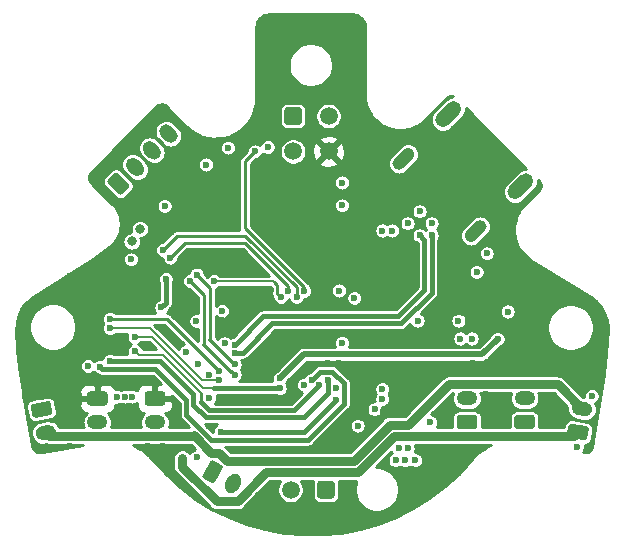
<source format=gbr>
%TF.GenerationSoftware,KiCad,Pcbnew,(5.1.10)-1*%
%TF.CreationDate,2021-12-06T16:33:20+01:00*%
%TF.ProjectId,MiniAB-CAN-Board,4d696e69-4142-42d4-9341-4e2d426f6172,rev?*%
%TF.SameCoordinates,Original*%
%TF.FileFunction,Copper,L2,Inr*%
%TF.FilePolarity,Positive*%
%FSLAX46Y46*%
G04 Gerber Fmt 4.6, Leading zero omitted, Abs format (unit mm)*
G04 Created by KiCad (PCBNEW (5.1.10)-1) date 2021-12-06 16:33:20*
%MOMM*%
%LPD*%
G01*
G04 APERTURE LIST*
%TA.AperFunction,ComponentPad*%
%ADD10C,1.500000*%
%TD*%
%TA.AperFunction,ComponentPad*%
%ADD11O,1.750000X1.200000*%
%TD*%
%TA.AperFunction,ViaPad*%
%ADD12C,0.600000*%
%TD*%
%TA.AperFunction,ViaPad*%
%ADD13C,0.800000*%
%TD*%
%TA.AperFunction,Conductor*%
%ADD14C,0.400000*%
%TD*%
%TA.AperFunction,Conductor*%
%ADD15C,0.750000*%
%TD*%
%TA.AperFunction,Conductor*%
%ADD16C,0.200000*%
%TD*%
%TA.AperFunction,Conductor*%
%ADD17C,0.250000*%
%TD*%
%TA.AperFunction,Conductor*%
%ADD18C,0.381000*%
%TD*%
%TA.AperFunction,Conductor*%
%ADD19C,0.500000*%
%TD*%
%TA.AperFunction,Conductor*%
%ADD20C,0.300000*%
%TD*%
%TA.AperFunction,Conductor*%
%ADD21C,0.254000*%
%TD*%
%TA.AperFunction,Conductor*%
%ADD22C,0.100000*%
%TD*%
G04 APERTURE END LIST*
D10*
%TO.N,Net-(D5-Pad1)*%
%TO.C,J6*%
X-24996400Y-69392800D03*
%TO.N,+24V*%
%TA.AperFunction,ComponentPad*%
G36*
G01*
X-22496400Y-68642800D02*
X-21496400Y-68642800D01*
G75*
G02*
X-21246400Y-68892800I0J-250000D01*
G01*
X-21246400Y-69892800D01*
G75*
G02*
X-21496400Y-70142800I-250000J0D01*
G01*
X-22496400Y-70142800D01*
G75*
G02*
X-22746400Y-69892800I0J250000D01*
G01*
X-22746400Y-68892800D01*
G75*
G02*
X-22496400Y-68642800I250000J0D01*
G01*
G37*
%TD.AperFunction*%
%TD*%
%TO.N,B2*%
%TO.C,J11*%
%TA.AperFunction,ComponentPad*%
G36*
G01*
X-35560369Y-39860877D02*
X-35949277Y-39471969D01*
G75*
G02*
X-35949277Y-38623441I424264J424264D01*
G01*
X-35949277Y-38623441D01*
G75*
G02*
X-35100749Y-38623441I424264J-424264D01*
G01*
X-34711841Y-39012349D01*
G75*
G02*
X-34711841Y-39860877I-424264J-424264D01*
G01*
X-34711841Y-39860877D01*
G75*
G02*
X-35560369Y-39860877I-424264J424264D01*
G01*
G37*
%TD.AperFunction*%
%TO.N,B1*%
%TA.AperFunction,ComponentPad*%
G36*
G01*
X-36974583Y-41275091D02*
X-37363491Y-40886183D01*
G75*
G02*
X-37363491Y-40037655I424264J424264D01*
G01*
X-37363491Y-40037655D01*
G75*
G02*
X-36514963Y-40037655I424264J-424264D01*
G01*
X-36126055Y-40426563D01*
G75*
G02*
X-36126055Y-41275091I-424264J-424264D01*
G01*
X-36126055Y-41275091D01*
G75*
G02*
X-36974583Y-41275091I-424264J424264D01*
G01*
G37*
%TD.AperFunction*%
%TO.N,A1*%
%TA.AperFunction,ComponentPad*%
G36*
G01*
X-38388796Y-42689304D02*
X-38777704Y-42300396D01*
G75*
G02*
X-38777704Y-41451868I424264J424264D01*
G01*
X-38777704Y-41451868D01*
G75*
G02*
X-37929176Y-41451868I424264J-424264D01*
G01*
X-37540268Y-41840776D01*
G75*
G02*
X-37540268Y-42689304I-424264J-424264D01*
G01*
X-37540268Y-42689304D01*
G75*
G02*
X-38388796Y-42689304I-424264J424264D01*
G01*
G37*
%TD.AperFunction*%
%TO.N,A2*%
%TA.AperFunction,ComponentPad*%
G36*
G01*
X-39555522Y-44351007D02*
X-40439407Y-43467122D01*
G75*
G02*
X-40439407Y-43113570I176776J176776D01*
G01*
X-39944430Y-42618593D01*
G75*
G02*
X-39590878Y-42618593I176776J-176776D01*
G01*
X-38706993Y-43502478D01*
G75*
G02*
X-38706993Y-43856030I-176776J-176776D01*
G01*
X-39201970Y-44351007D01*
G75*
G02*
X-39555522Y-44351007I-176776J176776D01*
G01*
G37*
%TD.AperFunction*%
%TD*%
D11*
%TO.N,Net-(J10-Pad2)*%
%TO.C,J10*%
X-10058400Y-61652400D03*
%TO.N,GNDA*%
%TA.AperFunction,ComponentPad*%
G36*
G01*
X-9433399Y-64252400D02*
X-10683401Y-64252400D01*
G75*
G02*
X-10933400Y-64002401I0J249999D01*
G01*
X-10933400Y-63302399D01*
G75*
G02*
X-10683401Y-63052400I249999J0D01*
G01*
X-9433399Y-63052400D01*
G75*
G02*
X-9183400Y-63302399I0J-249999D01*
G01*
X-9183400Y-64002401D01*
G75*
G02*
X-9433399Y-64252400I-249999J0D01*
G01*
G37*
%TD.AperFunction*%
%TD*%
%TO.N,Net-(D7-Pad1)*%
%TO.C,J9*%
%TA.AperFunction,ComponentPad*%
G36*
G01*
X-146471Y-63185022D02*
X-688115Y-63089516D01*
G75*
G02*
X-1174811Y-62394442I104189J590885D01*
G01*
X-1174811Y-62394442D01*
G75*
G02*
X-479737Y-61907746I590885J-104189D01*
G01*
X61907Y-62003252D01*
G75*
G02*
X548603Y-62698326I-104189J-590885D01*
G01*
X548603Y-62698326D01*
G75*
G02*
X-146471Y-63185022I-590885J104189D01*
G01*
G37*
%TD.AperFunction*%
%TO.N,Net-(J8-Pad1)*%
%TA.AperFunction,ComponentPad*%
G36*
G01*
X-149083Y-65215415D02*
X-1380095Y-64998354D01*
G75*
G02*
X-1582884Y-64708741I43412J246201D01*
G01*
X-1461330Y-64019374D01*
G75*
G02*
X-1171717Y-63816585I246201J-43412D01*
G01*
X59295Y-64033646D01*
G75*
G02*
X262084Y-64323259I-43412J-246201D01*
G01*
X140530Y-65012626D01*
G75*
G02*
X-149083Y-65215415I-246201J43412D01*
G01*
G37*
%TD.AperFunction*%
%TD*%
%TO.N,Net-(D7-Pad1)*%
%TO.C,J8*%
%TA.AperFunction,ComponentPad*%
G36*
G01*
X-46103315Y-64012084D02*
X-45561671Y-63916578D01*
G75*
G02*
X-44866597Y-64403274I104189J-590885D01*
G01*
X-44866597Y-64403274D01*
G75*
G02*
X-45353293Y-65098348I-590885J-104189D01*
G01*
X-45894937Y-65193854D01*
G75*
G02*
X-46590011Y-64707158I-104189J590885D01*
G01*
X-46590011Y-64707158D01*
G75*
G02*
X-46103315Y-64012084I590885J104189D01*
G01*
G37*
%TD.AperFunction*%
%TO.N,Net-(J8-Pad1)*%
%TA.AperFunction,ComponentPad*%
G36*
G01*
X-46795295Y-62103246D02*
X-45564283Y-61886185D01*
G75*
G02*
X-45274670Y-62088974I43412J-246201D01*
G01*
X-45153116Y-62778341D01*
G75*
G02*
X-45355905Y-63067954I-246201J-43412D01*
G01*
X-46586917Y-63285015D01*
G75*
G02*
X-46876530Y-63082226I-43412J246201D01*
G01*
X-46998084Y-62392859D01*
G75*
G02*
X-46795295Y-62103246I246201J43412D01*
G01*
G37*
%TD.AperFunction*%
%TD*%
%TO.N,Net-(D6-Pad1)*%
%TO.C,J7*%
X-5181600Y-61652400D03*
%TO.N,Net-(J7-Pad1)*%
%TA.AperFunction,ComponentPad*%
G36*
G01*
X-4556599Y-64252400D02*
X-5806601Y-64252400D01*
G75*
G02*
X-6056600Y-64002401I0J249999D01*
G01*
X-6056600Y-63302399D01*
G75*
G02*
X-5806601Y-63052400I249999J0D01*
G01*
X-4556599Y-63052400D01*
G75*
G02*
X-4306600Y-63302399I0J-249999D01*
G01*
X-4306600Y-64002401D01*
G75*
G02*
X-4556599Y-64252400I-249999J0D01*
G01*
G37*
%TD.AperFunction*%
%TD*%
%TO.N,Net-(J5-Pad2)*%
%TO.C,J5*%
X-41351200Y-63671200D03*
%TO.N,GND*%
%TA.AperFunction,ComponentPad*%
G36*
G01*
X-41976201Y-61071200D02*
X-40726199Y-61071200D01*
G75*
G02*
X-40476200Y-61321199I0J-249999D01*
G01*
X-40476200Y-62021201D01*
G75*
G02*
X-40726199Y-62271200I-249999J0D01*
G01*
X-41976201Y-62271200D01*
G75*
G02*
X-42226200Y-62021201I0J249999D01*
G01*
X-42226200Y-61321199D01*
G75*
G02*
X-41976201Y-61071200I249999J0D01*
G01*
G37*
%TD.AperFunction*%
%TD*%
%TO.N,Net-(J4-Pad2)*%
%TO.C,J4*%
X-36474400Y-63671200D03*
%TO.N,GND*%
%TA.AperFunction,ComponentPad*%
G36*
G01*
X-37099401Y-61071200D02*
X-35849399Y-61071200D01*
G75*
G02*
X-35599400Y-61321199I0J-249999D01*
G01*
X-35599400Y-62021201D01*
G75*
G02*
X-35849399Y-62271200I-249999J0D01*
G01*
X-37099401Y-62271200D01*
G75*
G02*
X-37349400Y-62021201I0J249999D01*
G01*
X-37349400Y-61321199D01*
G75*
G02*
X-37099401Y-61071200I249999J0D01*
G01*
G37*
%TD.AperFunction*%
%TD*%
%TO.N,Net-(J3-Pad2)*%
%TO.C,J3*%
%TA.AperFunction,ComponentPad*%
G36*
G01*
X-30522664Y-68806957D02*
X-30247664Y-68330643D01*
G75*
G02*
X-29428049Y-68111028I519615J-300000D01*
G01*
X-29428049Y-68111028D01*
G75*
G02*
X-29208434Y-68930643I-300000J-519615D01*
G01*
X-29483434Y-69406957D01*
G75*
G02*
X-30303049Y-69626572I-519615J300000D01*
G01*
X-30303049Y-69626572D01*
G75*
G02*
X-30522664Y-68806957I300000J519615D01*
G01*
G37*
%TD.AperFunction*%
%TO.N,GND*%
%TA.AperFunction,ComponentPad*%
G36*
G01*
X-32429715Y-68110067D02*
X-31804714Y-67027534D01*
G75*
G02*
X-31463209Y-66936028I216505J-124999D01*
G01*
X-30856990Y-67286029D01*
G75*
G02*
X-30765485Y-67627533I-125000J-216505D01*
G01*
X-31390486Y-68710066D01*
G75*
G02*
X-31731991Y-68801572I-216505J124999D01*
G01*
X-32338210Y-68451571D01*
G75*
G02*
X-32429715Y-68110067I125000J216505D01*
G01*
G37*
%TD.AperFunction*%
%TD*%
D10*
%TO.N,GND*%
%TO.C,J2*%
X-21777700Y-40757100D03*
%TO.N,+24V*%
X-24777700Y-40757100D03*
%TO.N,Net-(J2-Pad2)*%
X-21777700Y-37757100D03*
%TO.N,Net-(J2-Pad1)*%
%TA.AperFunction,ComponentPad*%
G36*
G01*
X-25527700Y-38257100D02*
X-25527700Y-37257100D01*
G75*
G02*
X-25277700Y-37007100I250000J0D01*
G01*
X-24277700Y-37007100D01*
G75*
G02*
X-24027700Y-37257100I0J-250000D01*
G01*
X-24027700Y-38257100D01*
G75*
G02*
X-24277700Y-38507100I-250000J0D01*
G01*
X-25277700Y-38507100D01*
G75*
G02*
X-25527700Y-38257100I0J250000D01*
G01*
G37*
%TD.AperFunction*%
%TD*%
%TO.N,Net-(J1-PadS1)*%
%TO.C,J1*%
%TA.AperFunction,ComponentPad*%
G36*
G01*
X-6457923Y-43702888D02*
X-5538685Y-42783650D01*
G75*
G02*
X-4619447Y-42783650I459619J-459619D01*
G01*
X-4619447Y-42783650D01*
G75*
G02*
X-4619447Y-43702888I-459619J-459619D01*
G01*
X-5538685Y-44622126D01*
G75*
G02*
X-6457923Y-44622126I-459619J459619D01*
G01*
X-6457923Y-44622126D01*
G75*
G02*
X-6457923Y-43702888I459619J459619D01*
G01*
G37*
%TD.AperFunction*%
%TA.AperFunction,ComponentPad*%
G36*
G01*
X-12567326Y-37593485D02*
X-11648088Y-36674247D01*
G75*
G02*
X-10728850Y-36674247I459619J-459619D01*
G01*
X-10728850Y-36674247D01*
G75*
G02*
X-10728850Y-37593485I-459619J-459619D01*
G01*
X-11648088Y-38512723D01*
G75*
G02*
X-12567326Y-38512723I-459619J459619D01*
G01*
X-12567326Y-38512723D01*
G75*
G02*
X-12567326Y-37593485I459619J459619D01*
G01*
G37*
%TD.AperFunction*%
%TA.AperFunction,ComponentPad*%
G36*
G01*
X-10106595Y-47492980D02*
X-9328777Y-46715162D01*
G75*
G02*
X-8550959Y-46715162I388909J-388909D01*
G01*
X-8550959Y-46715162D01*
G75*
G02*
X-8550959Y-47492980I-388909J-388909D01*
G01*
X-9328777Y-48270798D01*
G75*
G02*
X-10106595Y-48270798I-388909J388909D01*
G01*
X-10106595Y-48270798D01*
G75*
G02*
X-10106595Y-47492980I388909J388909D01*
G01*
G37*
%TD.AperFunction*%
%TA.AperFunction,ComponentPad*%
G36*
G01*
X-16215998Y-41383577D02*
X-15438180Y-40605759D01*
G75*
G02*
X-14660362Y-40605759I388909J-388909D01*
G01*
X-14660362Y-40605759D01*
G75*
G02*
X-14660362Y-41383577I-388909J-388909D01*
G01*
X-15438180Y-42161395D01*
G75*
G02*
X-16215998Y-42161395I-388909J388909D01*
G01*
X-16215998Y-42161395D01*
G75*
G02*
X-16215998Y-41383577I388909J388909D01*
G01*
G37*
%TD.AperFunction*%
%TD*%
D12*
%TO.N,*%
X508000Y-61468000D03*
X-762000Y-65786000D03*
%TO.N,GND*%
X-25577800Y-47599600D03*
X-4064000Y-53848000D03*
X-20320000Y-36322000D03*
X-26162000Y-36322000D03*
X-762000Y-58928000D03*
X-2032000Y-58928000D03*
X-3302000Y-58928000D03*
X-3810000Y-52578000D03*
X-3810000Y-51308000D03*
X-4318000Y-57632600D03*
X-4318000Y-56388000D03*
X-4318000Y-55118000D03*
X-32156400Y-49174400D03*
X-23241000Y-36322000D03*
X-25908000Y-72390000D03*
X-20828000Y-72390000D03*
X-23368000Y-72644000D03*
X-2921000Y-61468000D03*
X-42672000Y-57658000D03*
X-6350000Y-48006000D03*
X-17678400Y-52197000D03*
X-2540000Y-51943000D03*
X-9906000Y-42646600D03*
X-8636000Y-43942000D03*
X-7366000Y-45212000D03*
X-6096000Y-46482000D03*
X-7366000Y-42646600D03*
X-6096000Y-41402000D03*
X-7366000Y-40132000D03*
X-8636000Y-38862000D03*
X-9906000Y-37592000D03*
X-11176000Y-38862000D03*
X-19050000Y-37592000D03*
X-21590000Y-35052000D03*
X-23241000Y-31242000D03*
X-20320000Y-33782000D03*
X-26162000Y-33782000D03*
X-20320000Y-31242000D03*
X-26162000Y-31242000D03*
X-34544000Y-38227000D03*
X-34544000Y-40640000D03*
X-37338000Y-43942000D03*
X-40513000Y-44323000D03*
X-3556000Y-62484000D03*
X-2286000Y-62484000D03*
X-10668000Y-66294000D03*
X-13208000Y-67564000D03*
X-11938000Y-67564000D03*
X-11938000Y-66294000D03*
X-13208000Y-68834000D03*
X-33934400Y-68935600D03*
X-37084000Y-65659000D03*
X-35763200Y-65659000D03*
X-43688000Y-65659000D03*
X-45643800Y-65963800D03*
X-46228000Y-61468000D03*
X-47498000Y-61468000D03*
X-44958000Y-60198000D03*
X-43688000Y-62738000D03*
X-43688000Y-61468000D03*
X-41910000Y-55118000D03*
X-43688000Y-58928000D03*
X-41910000Y-56388000D03*
X-41910000Y-53848000D03*
X-43688000Y-51308000D03*
X-44958000Y-58928000D03*
X-47498000Y-58928000D03*
X-46228000Y-60198000D03*
X-34544000Y-51562000D03*
X-35941000Y-47447200D03*
X-36652200Y-48387000D03*
D13*
X-34518600Y-57048400D03*
D12*
X-40284400Y-57353200D03*
X-29819600Y-54559200D03*
X-29819600Y-53771800D03*
X-30759400Y-55041800D03*
X-40284400Y-56540400D03*
X-31877000Y-59690000D03*
X-37185600Y-57353200D03*
X-12649200Y-55067200D03*
X-17678400Y-53187600D03*
X-22758400Y-52578000D03*
X-14732000Y-59842400D03*
X-17221200Y-56845200D03*
X-15697200Y-56845200D03*
X-39674800Y-63449200D03*
X-39014400Y-63449200D03*
X-38354000Y-63449200D03*
X-37592000Y-38862000D03*
X-40132000Y-41402000D03*
X-38862000Y-40132000D03*
X-39243000Y-45847000D03*
X-27432000Y-37592000D03*
X-27432000Y-32512000D03*
X-19050000Y-29972000D03*
X-19050000Y-35052000D03*
X-33528000Y-50546000D03*
X-24714200Y-47599600D03*
X-26670000Y-53594000D03*
X-26670000Y-52476400D03*
X-23368000Y-51206400D03*
X-23368000Y-50596800D03*
X-23368000Y-49987200D03*
X-23215600Y-57150000D03*
X-23215600Y-58724800D03*
X-20472400Y-49987200D03*
X-40436800Y-53289200D03*
X-41148000Y-52527200D03*
X-41910000Y-51816000D03*
X-38303200Y-52578000D03*
X-38303200Y-53314600D03*
X-41148000Y-58013600D03*
X-34137600Y-53949600D03*
X-8483600Y-55676800D03*
X-6604000Y-55372000D03*
X-5892800Y-49377600D03*
X-29972000Y-49834800D03*
X-8483600Y-62687200D03*
X-24536400Y-59994800D03*
X-31191200Y-44450000D03*
X-32969200Y-46228000D03*
X-32156400Y-47040800D03*
X-30429200Y-45364400D03*
X-32156400Y-43688000D03*
X-33832800Y-45364400D03*
X-32969200Y-44450000D03*
X-31191200Y-46228000D03*
X-32054800Y-45313600D03*
X-33020000Y-41097200D03*
X-36423600Y-44551600D03*
X-8128000Y-51866800D03*
X-9550400Y-58674000D03*
X-8483600Y-61315600D03*
X-36957000Y-53695600D03*
X-15875000Y-49276000D03*
X-17373600Y-48768000D03*
X-17170400Y-62839600D03*
X-11988800Y-49326800D03*
X-10972800Y-49326800D03*
X-9956800Y-49326800D03*
X-11988800Y-47752000D03*
X-11988800Y-46939200D03*
X-8128000Y-48006000D03*
X-16560800Y-48768000D03*
X-17780000Y-40132000D03*
X-17780000Y-38862000D03*
X-13970000Y-38862000D03*
X-12700000Y-40132000D03*
X-8636000Y-41402000D03*
X-11176000Y-41402000D03*
X-9906000Y-40132000D03*
X-19050000Y-32512000D03*
X-24866600Y-35052000D03*
X-27432000Y-35052000D03*
X-24892000Y-29972000D03*
X-27432000Y-29972000D03*
X-21590000Y-29972000D03*
X-36322000Y-37592000D03*
X-41402000Y-42672000D03*
X-46228000Y-58928000D03*
X-47498000Y-60198000D03*
X-42418000Y-52578000D03*
X-762000Y-60198000D03*
X508000Y-60198000D03*
X508000Y-58928000D03*
X-2286000Y-63754000D03*
X-3556000Y-63754000D03*
X-14478000Y-68834000D03*
X-14478000Y-70104000D03*
X-15748000Y-71374000D03*
X-19558000Y-71374000D03*
X-22098000Y-72644000D03*
X-24638000Y-72644000D03*
X-27178000Y-71374000D03*
X-29718000Y-71374000D03*
X-34950400Y-67919600D03*
X-35763200Y-67005200D03*
X-43688000Y-64008000D03*
X-20918200Y-53503800D03*
X-16002000Y-53187600D03*
X-16764000Y-53187600D03*
X-18643600Y-53187600D03*
X-29819600Y-55321200D03*
X-31877000Y-64008000D03*
X-23901400Y-59334400D03*
X-22555200Y-57150000D03*
X-26035000Y-58369200D03*
X-26035000Y-57581800D03*
X-21844000Y-58699400D03*
X-20878800Y-58699400D03*
X-20472400Y-59182000D03*
D13*
X-26390600Y-71196200D03*
X-27025600Y-70561200D03*
X-27635200Y-69900800D03*
D12*
%TO.N,+3V3*%
X-35560000Y-51562000D03*
X-33832800Y-57708800D03*
X-9652000Y-56591200D03*
X-17221200Y-60858400D03*
X-42164000Y-58928000D03*
X-15087600Y-46837600D03*
X-32943800Y-66649600D03*
X-19593600Y-53171600D03*
X-35940940Y-53964840D03*
X-19312400Y-63969900D03*
X-20878800Y-52527200D03*
X-26924000Y-40386000D03*
%TO.N,+24V*%
X-30276800Y-40436800D03*
X-32156400Y-41859200D03*
X-35661600Y-45364400D03*
X-16408400Y-47447200D03*
X-17221200Y-47447200D03*
X-8382000Y-49377600D03*
X-9245600Y-50952400D03*
D13*
X-37733608Y-47305592D03*
X-38446100Y-48371100D03*
D12*
%TO.N,AREF*%
X-38404800Y-61518800D03*
X-39674800Y-61518800D03*
X-39014400Y-61518800D03*
X-14427200Y-66903600D03*
X-15290800Y-66903600D03*
X-16103600Y-66903600D03*
%TO.N,GNDA*%
X-32969200Y-55118000D03*
X-21183600Y-60807600D03*
X-15087600Y-65887600D03*
X-15849600Y-65887600D03*
%TO.N,ENDSTOP2*%
X-32816800Y-58724800D03*
X-23876000Y-60502800D03*
%TO.N,ENDSTOP1*%
X-23215600Y-60096400D03*
X-41148000Y-58980000D03*
%TO.N,+5V*%
X-38506400Y-49885600D03*
X-14239200Y-55079900D03*
X-10784800Y-55079900D03*
X-6606000Y-54305200D03*
%TO.N,TH0*%
X-17221200Y-61722000D03*
X-13157200Y-63700600D03*
%TO.N,CANL*%
X-20624800Y-45313600D03*
%TO.N,CANH*%
X-20624800Y-43383200D03*
%TO.N,TH1*%
X-30581600Y-56997600D03*
X-17881600Y-62585600D03*
%TO.N,Net-(D7-Pad1)*%
X-33175000Y-64800000D03*
%TO.N,SCLK*%
X-38201600Y-56438800D03*
X-25908000Y-60807600D03*
%TO.N,SDI*%
X-40284400Y-54914800D03*
X-31038800Y-59334400D03*
%TO.N,SDO*%
X-31038800Y-60096400D03*
X-40284400Y-55727600D03*
%TO.N,ADXL-INT1*%
X-40284400Y-58470800D03*
X-21793200Y-60096400D03*
%TO.N,ADXL-CS*%
X-38176200Y-57658000D03*
X-22555200Y-60502800D03*
%TO.N,DM*%
X-13055600Y-46837600D03*
%TO.N,DP*%
X-14071600Y-45821600D03*
%TO.N,Net-(J8-Pad1)*%
X-31902400Y-61620400D03*
X-34162401Y-66726399D03*
%TO.N,USBDP*%
X-29718000Y-57099200D03*
X-14071600Y-47853600D03*
%TO.N,USBDM*%
X-29718000Y-57810400D03*
X-13055600Y-47855600D03*
%TO.N,LED0*%
X-10617200Y-56591200D03*
X-20624800Y-56946800D03*
%TO.N,HE-FAN*%
X-25908000Y-59944000D03*
X-7465600Y-56629300D03*
%TO.N,PC-FAN*%
X-30886400Y-64465200D03*
X-21183600Y-61772800D03*
%TO.N,ST_UART_RX*%
X-29718000Y-58775600D03*
X-32943800Y-51181000D03*
%TO.N,ST_EN*%
X-23825200Y-52578000D03*
X-27995824Y-40736576D03*
%TO.N,ST_UART_TX*%
X-33528000Y-51714400D03*
X-29718000Y-59639200D03*
%TO.N,Net-(R39-Pad1)*%
X-30784800Y-54254400D03*
%TO.N,ST_DIR*%
X-24485600Y-53086000D03*
X-35814000Y-49098200D03*
%TO.N,ST_STEP*%
X-35179000Y-49733200D03*
X-25196800Y-52578000D03*
%TO.N,ST_DIAG*%
X-31496000Y-51739800D03*
X-25806400Y-53086000D03*
%TD*%
D14*
%TO.N,+3V3*%
X-35560000Y-53583900D02*
X-35940940Y-53964840D01*
X-35560000Y-51562000D02*
X-35560000Y-53583900D01*
%TO.N,ENDSTOP1*%
X-40957199Y-59170801D02*
X-41148000Y-58980000D01*
X-33813620Y-61791980D02*
X-36434799Y-59170801D01*
X-33813620Y-63065352D02*
X-33813620Y-61791980D01*
X-31713771Y-65165201D02*
X-33813620Y-63065352D01*
X-36434799Y-59170801D02*
X-40957199Y-59170801D01*
X-23539999Y-65165201D02*
X-31713771Y-65165201D01*
X-20483599Y-62108801D02*
X-23539999Y-65165201D01*
X-20483599Y-60369999D02*
X-20483599Y-62108801D01*
X-21457199Y-59396399D02*
X-20483599Y-60369999D01*
X-22515599Y-59396399D02*
X-21457199Y-59396399D01*
X-23215600Y-60096400D02*
X-22515599Y-59396399D01*
D15*
%TO.N,Net-(D7-Pad1)*%
X-31731800Y-66243200D02*
X-33175000Y-64800000D01*
X-313104Y-62546384D02*
X-2382098Y-60477390D01*
X-45437310Y-64846210D02*
X-45728304Y-64555216D01*
X-33221210Y-64846210D02*
X-45437310Y-64846210D01*
X-33175000Y-64800000D02*
X-33221210Y-64846210D01*
X-11570998Y-60440598D02*
X-15025291Y-63894891D01*
X-8063601Y-60440598D02*
X-11570998Y-60440598D01*
X-8026808Y-60477390D02*
X-8063601Y-60440598D01*
X-2382098Y-60477390D02*
X-8026808Y-60477390D01*
X-19659600Y-66954400D02*
X-19659600Y-66961482D01*
X-16600091Y-63894891D02*
X-19659600Y-66954400D01*
X-15025291Y-63894891D02*
X-16600091Y-63894891D01*
X-31075341Y-66243200D02*
X-31731800Y-66243200D01*
X-30348951Y-66969590D02*
X-31075341Y-66243200D01*
X-19667708Y-66969590D02*
X-30348951Y-66969590D01*
X-19659600Y-66961482D02*
X-19667708Y-66969590D01*
D14*
%TO.N,SCLK*%
X-31494340Y-60807600D02*
X-25908000Y-60807600D01*
D16*
X-36741026Y-56438800D02*
X-38201600Y-56438800D01*
X-32372226Y-60807600D02*
X-36741026Y-56438800D01*
X-31494340Y-60807600D02*
X-32372226Y-60807600D01*
D17*
%TO.N,SDI*%
X-35458400Y-54914800D02*
X-35463344Y-54914800D01*
X-31038800Y-59334400D02*
X-35458400Y-54914800D01*
X-35458400Y-54914800D02*
X-40284400Y-54914800D01*
D16*
%TO.N,SDO*%
X-36886528Y-55727600D02*
X-40284400Y-55727600D01*
X-32517728Y-60096400D02*
X-36886528Y-55727600D01*
X-31038800Y-60096400D02*
X-32517728Y-60096400D01*
D14*
%TO.N,ADXL-INT1*%
X-32131334Y-63276010D02*
X-33213610Y-62193734D01*
X-23835208Y-63276010D02*
X-32131334Y-63276010D01*
X-33213610Y-62193734D02*
X-33213610Y-61274390D01*
X-36017200Y-58470800D02*
X-40284400Y-58470800D01*
X-33213610Y-61274390D02*
X-36017200Y-58470800D01*
X-21793200Y-61234002D02*
X-21793200Y-60096400D01*
X-23835208Y-63276010D02*
X-21793200Y-61234002D01*
D18*
%TO.N,ADXL-CS*%
X-31882801Y-62676001D02*
X-32613600Y-61945202D01*
D14*
X-24728400Y-62676000D02*
X-31882801Y-62676000D01*
X-22555200Y-60502800D02*
X-24728400Y-62676000D01*
D16*
X-32613600Y-61167280D02*
X-35810090Y-57970790D01*
D17*
X-32613600Y-61945202D02*
X-32613600Y-61167280D01*
D16*
X-37863410Y-57970790D02*
X-38176200Y-57658000D01*
X-35810090Y-57970790D02*
X-37863410Y-57970790D01*
D15*
%TO.N,Net-(J8-Pad1)*%
X-31246362Y-70367897D02*
X-34162401Y-67451858D01*
X-29480751Y-70367897D02*
X-31246362Y-70367897D01*
X-34162401Y-67451858D02*
X-34162401Y-66726399D01*
X-27032454Y-67919600D02*
X-29480751Y-70367897D01*
X-19274202Y-67919600D02*
X-27032454Y-67919600D01*
X-16199503Y-64844901D02*
X-19274202Y-67919600D01*
X-989301Y-64844901D02*
X-16199503Y-64844901D01*
X-660400Y-64516000D02*
X-989301Y-64844901D01*
D14*
%TO.N,USBDP*%
X-13655610Y-52481868D02*
X-13655610Y-48269590D01*
X-15864921Y-54691179D02*
X-13655610Y-52481868D01*
X-27309979Y-54691179D02*
X-15864921Y-54691179D01*
X-13655610Y-48269590D02*
X-14071600Y-47853600D01*
X-29718000Y-57099200D02*
X-27309979Y-54691179D01*
%TO.N,USBDM*%
X-29057600Y-57810400D02*
X-29718000Y-57810400D01*
X-26538389Y-55291189D02*
X-29057600Y-57810400D01*
X-15616389Y-55291189D02*
X-26538389Y-55291189D01*
X-13055600Y-52730400D02*
X-15616389Y-55291189D01*
X-13055600Y-47855600D02*
X-13055600Y-52730400D01*
D19*
%TO.N,HE-FAN*%
X-8760299Y-57923999D02*
X-7465600Y-56629300D01*
X-23887999Y-57923999D02*
X-8760299Y-57923999D01*
X-25908000Y-59944000D02*
X-23887999Y-57923999D01*
D14*
%TO.N,PC-FAN*%
X-30886400Y-64465200D02*
X-24175856Y-64465200D01*
D18*
X-24175856Y-64465200D02*
X-24130000Y-64465200D01*
D14*
X-23876000Y-64465200D02*
X-24175856Y-64465200D01*
X-21183600Y-61772800D02*
X-23876000Y-64465200D01*
D20*
%TO.N,ST_UART_RX*%
X-29765602Y-58775600D02*
X-31819189Y-56722013D01*
X-29718000Y-58775600D02*
X-29765602Y-58775600D01*
D17*
X-31819189Y-52305611D02*
X-32943800Y-51181000D01*
X-31819189Y-56722013D02*
X-31819189Y-52305611D01*
%TO.N,ST_EN*%
X-28840213Y-41580965D02*
X-27995824Y-40736576D01*
X-28840213Y-47237503D02*
X-28840213Y-41580965D01*
X-23825200Y-52252516D02*
X-28840213Y-47237503D01*
X-23825200Y-52578000D02*
X-23825200Y-52252516D01*
D20*
%TO.N,ST_UART_TX*%
X-30007799Y-59425601D02*
X-32319199Y-57114201D01*
X-29931599Y-59425601D02*
X-30007799Y-59425601D01*
X-29718000Y-59639200D02*
X-29931599Y-59425601D01*
D17*
X-32344199Y-57089201D02*
X-32319199Y-57114201D01*
X-32344199Y-52898201D02*
X-32344199Y-57089201D01*
X-33528000Y-51714400D02*
X-32344199Y-52898201D01*
%TO.N,ST_DIR*%
X-24485600Y-52228526D02*
X-28825127Y-47888999D01*
X-24485600Y-53086000D02*
X-24485600Y-52228526D01*
X-34604799Y-47888999D02*
X-35814000Y-49098200D01*
X-28825127Y-47888999D02*
X-34604799Y-47888999D01*
%TO.N,ST_STEP*%
X-25196800Y-52153736D02*
X-28851937Y-48498599D01*
X-25196800Y-52578000D02*
X-25196800Y-52153736D01*
X-33944399Y-48498599D02*
X-35179000Y-49733200D01*
X-28851937Y-48498599D02*
X-33944399Y-48498599D01*
%TO.N,ST_DIAG*%
X-26106399Y-52786001D02*
X-26106399Y-52024001D01*
X-25806400Y-53086000D02*
X-26106399Y-52786001D01*
X-26106399Y-52024001D02*
X-26365200Y-51765200D01*
D16*
X-26390600Y-51739800D02*
X-26365200Y-51765200D01*
X-31496000Y-51739800D02*
X-26390600Y-51739800D01*
%TD*%
D21*
%TO.N,GND*%
X-8286087Y-65703141D02*
X-8324552Y-65723661D01*
X-8363299Y-65743642D01*
X-8368914Y-65747327D01*
X-9018549Y-66180234D01*
X-9052260Y-66207805D01*
X-9086423Y-66234960D01*
X-9091216Y-66239665D01*
X-9644393Y-66790508D01*
X-9647647Y-66794452D01*
X-9661486Y-66808427D01*
X-10763967Y-68025522D01*
X-11957751Y-69120528D01*
X-13247576Y-70100581D01*
X-14622418Y-70957304D01*
X-16070509Y-71683364D01*
X-17579491Y-72272566D01*
X-19136430Y-72719858D01*
X-20728048Y-73021426D01*
X-22340693Y-73174684D01*
X-23960625Y-73178326D01*
X-25573947Y-73032319D01*
X-27166899Y-72737911D01*
X-28725845Y-72297620D01*
X-30237452Y-71715212D01*
X-31688802Y-70995665D01*
X-33067474Y-70145137D01*
X-34361697Y-69170890D01*
X-35560388Y-68081266D01*
X-36660458Y-66877751D01*
X-36704657Y-66824418D01*
X-36712576Y-66815716D01*
X-36715095Y-66812243D01*
X-36719585Y-66807249D01*
X-36986605Y-66514421D01*
X-37010415Y-66492953D01*
X-37032845Y-66470048D01*
X-37038019Y-66465767D01*
X-37642990Y-65972366D01*
X-37679279Y-65948255D01*
X-37715272Y-65923611D01*
X-37721180Y-65920416D01*
X-38319638Y-65602210D01*
X-33441934Y-65602210D01*
X-33064815Y-65979330D01*
X-33142440Y-65994771D01*
X-33266374Y-66046106D01*
X-33377912Y-66120633D01*
X-33472767Y-66215488D01*
X-33531528Y-66303431D01*
X-33625242Y-66189240D01*
X-33740358Y-66094767D01*
X-33871693Y-66024567D01*
X-34014199Y-65981339D01*
X-34162401Y-65966742D01*
X-34310602Y-65981339D01*
X-34453108Y-66024567D01*
X-34584443Y-66094767D01*
X-34699559Y-66189240D01*
X-34794032Y-66304356D01*
X-34864232Y-66435691D01*
X-34907461Y-66578197D01*
X-34918401Y-66689270D01*
X-34918401Y-67414729D01*
X-34922058Y-67451858D01*
X-34912916Y-67544673D01*
X-34907461Y-67600059D01*
X-34864233Y-67742565D01*
X-34794033Y-67873900D01*
X-34699560Y-67989017D01*
X-34670707Y-68012696D01*
X-31807195Y-70876209D01*
X-31783521Y-70905056D01*
X-31668405Y-70999529D01*
X-31537070Y-71069729D01*
X-31394564Y-71112957D01*
X-31246362Y-71127554D01*
X-31209233Y-71123897D01*
X-29517880Y-71123897D01*
X-29480751Y-71127554D01*
X-29443622Y-71123897D01*
X-29332549Y-71112957D01*
X-29190043Y-71069729D01*
X-29058708Y-70999529D01*
X-28943592Y-70905056D01*
X-28919913Y-70876203D01*
X-26719308Y-68675600D01*
X-25877424Y-68675600D01*
X-25998679Y-68857071D01*
X-26083936Y-69062900D01*
X-26127400Y-69281406D01*
X-26127400Y-69504194D01*
X-26083936Y-69722700D01*
X-25998679Y-69928529D01*
X-25874905Y-70113770D01*
X-25717370Y-70271305D01*
X-25532129Y-70395079D01*
X-25326300Y-70480336D01*
X-25107794Y-70523800D01*
X-24885006Y-70523800D01*
X-24666500Y-70480336D01*
X-24460671Y-70395079D01*
X-24275430Y-70271305D01*
X-24117895Y-70113770D01*
X-23994121Y-69928529D01*
X-23908864Y-69722700D01*
X-23865400Y-69504194D01*
X-23865400Y-69281406D01*
X-23908864Y-69062900D01*
X-23994121Y-68857071D01*
X-24115376Y-68675600D01*
X-23088648Y-68675600D01*
X-23117083Y-68769338D01*
X-23129243Y-68892800D01*
X-23129243Y-69892800D01*
X-23117083Y-70016262D01*
X-23081071Y-70134979D01*
X-23022590Y-70244389D01*
X-22943888Y-70340288D01*
X-22847989Y-70418990D01*
X-22738579Y-70477471D01*
X-22619862Y-70513483D01*
X-22496400Y-70525643D01*
X-21496400Y-70525643D01*
X-21372938Y-70513483D01*
X-21254221Y-70477471D01*
X-21144811Y-70418990D01*
X-21048912Y-70340288D01*
X-20970210Y-70244389D01*
X-20911729Y-70134979D01*
X-20875717Y-70016262D01*
X-20863557Y-69892800D01*
X-20863557Y-68892800D01*
X-20875717Y-68769338D01*
X-20904152Y-68675600D01*
X-19415305Y-68675600D01*
X-19485114Y-68844133D01*
X-19557400Y-69207538D01*
X-19557400Y-69578062D01*
X-19485114Y-69941467D01*
X-19343320Y-70283787D01*
X-19137468Y-70591867D01*
X-18875467Y-70853868D01*
X-18567387Y-71059720D01*
X-18225067Y-71201514D01*
X-17861662Y-71273800D01*
X-17491138Y-71273800D01*
X-17127733Y-71201514D01*
X-16785413Y-71059720D01*
X-16477333Y-70853868D01*
X-16215332Y-70591867D01*
X-16009480Y-70283787D01*
X-15867686Y-69941467D01*
X-15795400Y-69578062D01*
X-15795400Y-69207538D01*
X-15867686Y-68844133D01*
X-16009480Y-68501813D01*
X-16215332Y-68193733D01*
X-16477333Y-67931732D01*
X-16785413Y-67725880D01*
X-17127733Y-67584086D01*
X-17491138Y-67511800D01*
X-17797258Y-67511800D01*
X-16465553Y-66180096D01*
X-16453094Y-66210174D01*
X-16400194Y-66289345D01*
X-16426174Y-66300106D01*
X-16537712Y-66374633D01*
X-16632567Y-66469488D01*
X-16707094Y-66581026D01*
X-16758429Y-66704960D01*
X-16784600Y-66836527D01*
X-16784600Y-66970673D01*
X-16758429Y-67102240D01*
X-16707094Y-67226174D01*
X-16632567Y-67337712D01*
X-16537712Y-67432567D01*
X-16426174Y-67507094D01*
X-16302240Y-67558429D01*
X-16170673Y-67584600D01*
X-16036527Y-67584600D01*
X-15904960Y-67558429D01*
X-15781026Y-67507094D01*
X-15697200Y-67451083D01*
X-15613374Y-67507094D01*
X-15489440Y-67558429D01*
X-15357873Y-67584600D01*
X-15223727Y-67584600D01*
X-15092160Y-67558429D01*
X-14968226Y-67507094D01*
X-14859000Y-67434112D01*
X-14749774Y-67507094D01*
X-14625840Y-67558429D01*
X-14494273Y-67584600D01*
X-14360127Y-67584600D01*
X-14228560Y-67558429D01*
X-14104626Y-67507094D01*
X-13993088Y-67432567D01*
X-13898233Y-67337712D01*
X-13823706Y-67226174D01*
X-13772371Y-67102240D01*
X-13746200Y-66970673D01*
X-13746200Y-66836527D01*
X-13772371Y-66704960D01*
X-13823706Y-66581026D01*
X-13898233Y-66469488D01*
X-13993088Y-66374633D01*
X-14104626Y-66300106D01*
X-14228560Y-66248771D01*
X-14360127Y-66222600D01*
X-14492409Y-66222600D01*
X-14484106Y-66210174D01*
X-14432771Y-66086240D01*
X-14406600Y-65954673D01*
X-14406600Y-65820527D01*
X-14432771Y-65688960D01*
X-14469246Y-65600901D01*
X-8038999Y-65600901D01*
X-8286087Y-65703141D01*
%TA.AperFunction,Conductor*%
D22*
G36*
X-8286087Y-65703141D02*
G01*
X-8324552Y-65723661D01*
X-8363299Y-65743642D01*
X-8368914Y-65747327D01*
X-9018549Y-66180234D01*
X-9052260Y-66207805D01*
X-9086423Y-66234960D01*
X-9091216Y-66239665D01*
X-9644393Y-66790508D01*
X-9647647Y-66794452D01*
X-9661486Y-66808427D01*
X-10763967Y-68025522D01*
X-11957751Y-69120528D01*
X-13247576Y-70100581D01*
X-14622418Y-70957304D01*
X-16070509Y-71683364D01*
X-17579491Y-72272566D01*
X-19136430Y-72719858D01*
X-20728048Y-73021426D01*
X-22340693Y-73174684D01*
X-23960625Y-73178326D01*
X-25573947Y-73032319D01*
X-27166899Y-72737911D01*
X-28725845Y-72297620D01*
X-30237452Y-71715212D01*
X-31688802Y-70995665D01*
X-33067474Y-70145137D01*
X-34361697Y-69170890D01*
X-35560388Y-68081266D01*
X-36660458Y-66877751D01*
X-36704657Y-66824418D01*
X-36712576Y-66815716D01*
X-36715095Y-66812243D01*
X-36719585Y-66807249D01*
X-36986605Y-66514421D01*
X-37010415Y-66492953D01*
X-37032845Y-66470048D01*
X-37038019Y-66465767D01*
X-37642990Y-65972366D01*
X-37679279Y-65948255D01*
X-37715272Y-65923611D01*
X-37721180Y-65920416D01*
X-38319638Y-65602210D01*
X-33441934Y-65602210D01*
X-33064815Y-65979330D01*
X-33142440Y-65994771D01*
X-33266374Y-66046106D01*
X-33377912Y-66120633D01*
X-33472767Y-66215488D01*
X-33531528Y-66303431D01*
X-33625242Y-66189240D01*
X-33740358Y-66094767D01*
X-33871693Y-66024567D01*
X-34014199Y-65981339D01*
X-34162401Y-65966742D01*
X-34310602Y-65981339D01*
X-34453108Y-66024567D01*
X-34584443Y-66094767D01*
X-34699559Y-66189240D01*
X-34794032Y-66304356D01*
X-34864232Y-66435691D01*
X-34907461Y-66578197D01*
X-34918401Y-66689270D01*
X-34918401Y-67414729D01*
X-34922058Y-67451858D01*
X-34912916Y-67544673D01*
X-34907461Y-67600059D01*
X-34864233Y-67742565D01*
X-34794033Y-67873900D01*
X-34699560Y-67989017D01*
X-34670707Y-68012696D01*
X-31807195Y-70876209D01*
X-31783521Y-70905056D01*
X-31668405Y-70999529D01*
X-31537070Y-71069729D01*
X-31394564Y-71112957D01*
X-31246362Y-71127554D01*
X-31209233Y-71123897D01*
X-29517880Y-71123897D01*
X-29480751Y-71127554D01*
X-29443622Y-71123897D01*
X-29332549Y-71112957D01*
X-29190043Y-71069729D01*
X-29058708Y-70999529D01*
X-28943592Y-70905056D01*
X-28919913Y-70876203D01*
X-26719308Y-68675600D01*
X-25877424Y-68675600D01*
X-25998679Y-68857071D01*
X-26083936Y-69062900D01*
X-26127400Y-69281406D01*
X-26127400Y-69504194D01*
X-26083936Y-69722700D01*
X-25998679Y-69928529D01*
X-25874905Y-70113770D01*
X-25717370Y-70271305D01*
X-25532129Y-70395079D01*
X-25326300Y-70480336D01*
X-25107794Y-70523800D01*
X-24885006Y-70523800D01*
X-24666500Y-70480336D01*
X-24460671Y-70395079D01*
X-24275430Y-70271305D01*
X-24117895Y-70113770D01*
X-23994121Y-69928529D01*
X-23908864Y-69722700D01*
X-23865400Y-69504194D01*
X-23865400Y-69281406D01*
X-23908864Y-69062900D01*
X-23994121Y-68857071D01*
X-24115376Y-68675600D01*
X-23088648Y-68675600D01*
X-23117083Y-68769338D01*
X-23129243Y-68892800D01*
X-23129243Y-69892800D01*
X-23117083Y-70016262D01*
X-23081071Y-70134979D01*
X-23022590Y-70244389D01*
X-22943888Y-70340288D01*
X-22847989Y-70418990D01*
X-22738579Y-70477471D01*
X-22619862Y-70513483D01*
X-22496400Y-70525643D01*
X-21496400Y-70525643D01*
X-21372938Y-70513483D01*
X-21254221Y-70477471D01*
X-21144811Y-70418990D01*
X-21048912Y-70340288D01*
X-20970210Y-70244389D01*
X-20911729Y-70134979D01*
X-20875717Y-70016262D01*
X-20863557Y-69892800D01*
X-20863557Y-68892800D01*
X-20875717Y-68769338D01*
X-20904152Y-68675600D01*
X-19415305Y-68675600D01*
X-19485114Y-68844133D01*
X-19557400Y-69207538D01*
X-19557400Y-69578062D01*
X-19485114Y-69941467D01*
X-19343320Y-70283787D01*
X-19137468Y-70591867D01*
X-18875467Y-70853868D01*
X-18567387Y-71059720D01*
X-18225067Y-71201514D01*
X-17861662Y-71273800D01*
X-17491138Y-71273800D01*
X-17127733Y-71201514D01*
X-16785413Y-71059720D01*
X-16477333Y-70853868D01*
X-16215332Y-70591867D01*
X-16009480Y-70283787D01*
X-15867686Y-69941467D01*
X-15795400Y-69578062D01*
X-15795400Y-69207538D01*
X-15867686Y-68844133D01*
X-16009480Y-68501813D01*
X-16215332Y-68193733D01*
X-16477333Y-67931732D01*
X-16785413Y-67725880D01*
X-17127733Y-67584086D01*
X-17491138Y-67511800D01*
X-17797258Y-67511800D01*
X-16465553Y-66180096D01*
X-16453094Y-66210174D01*
X-16400194Y-66289345D01*
X-16426174Y-66300106D01*
X-16537712Y-66374633D01*
X-16632567Y-66469488D01*
X-16707094Y-66581026D01*
X-16758429Y-66704960D01*
X-16784600Y-66836527D01*
X-16784600Y-66970673D01*
X-16758429Y-67102240D01*
X-16707094Y-67226174D01*
X-16632567Y-67337712D01*
X-16537712Y-67432567D01*
X-16426174Y-67507094D01*
X-16302240Y-67558429D01*
X-16170673Y-67584600D01*
X-16036527Y-67584600D01*
X-15904960Y-67558429D01*
X-15781026Y-67507094D01*
X-15697200Y-67451083D01*
X-15613374Y-67507094D01*
X-15489440Y-67558429D01*
X-15357873Y-67584600D01*
X-15223727Y-67584600D01*
X-15092160Y-67558429D01*
X-14968226Y-67507094D01*
X-14859000Y-67434112D01*
X-14749774Y-67507094D01*
X-14625840Y-67558429D01*
X-14494273Y-67584600D01*
X-14360127Y-67584600D01*
X-14228560Y-67558429D01*
X-14104626Y-67507094D01*
X-13993088Y-67432567D01*
X-13898233Y-67337712D01*
X-13823706Y-67226174D01*
X-13772371Y-67102240D01*
X-13746200Y-66970673D01*
X-13746200Y-66836527D01*
X-13772371Y-66704960D01*
X-13823706Y-66581026D01*
X-13898233Y-66469488D01*
X-13993088Y-66374633D01*
X-14104626Y-66300106D01*
X-14228560Y-66248771D01*
X-14360127Y-66222600D01*
X-14492409Y-66222600D01*
X-14484106Y-66210174D01*
X-14432771Y-66086240D01*
X-14406600Y-65954673D01*
X-14406600Y-65820527D01*
X-14432771Y-65688960D01*
X-14469246Y-65600901D01*
X-8038999Y-65600901D01*
X-8286087Y-65703141D01*
G37*
%TD.AperFunction*%
D21*
X-31414115Y-67804994D02*
X-31424115Y-67822315D01*
X-31406794Y-67832315D01*
X-31533794Y-68052285D01*
X-31551115Y-68042285D01*
X-31561115Y-68059606D01*
X-31781085Y-67932606D01*
X-31771085Y-67915285D01*
X-31788406Y-67905285D01*
X-31661406Y-67685315D01*
X-31644085Y-67695315D01*
X-31634085Y-67677994D01*
X-31414115Y-67804994D01*
%TA.AperFunction,Conductor*%
D22*
G36*
X-31414115Y-67804994D02*
G01*
X-31424115Y-67822315D01*
X-31406794Y-67832315D01*
X-31533794Y-68052285D01*
X-31551115Y-68042285D01*
X-31561115Y-68059606D01*
X-31781085Y-67932606D01*
X-31771085Y-67915285D01*
X-31788406Y-67905285D01*
X-31661406Y-67685315D01*
X-31644085Y-67695315D01*
X-31634085Y-67677994D01*
X-31414115Y-67804994D01*
G37*
%TD.AperFunction*%
D21*
X-19527050Y-29179801D02*
X-19337090Y-29237154D01*
X-19161892Y-29330309D01*
X-19008128Y-29455715D01*
X-18881647Y-29608605D01*
X-18787270Y-29783150D01*
X-18728595Y-29972698D01*
X-18705523Y-30192220D01*
X-18705522Y-35995088D01*
X-18705399Y-35996337D01*
X-18705379Y-36000158D01*
X-18703176Y-36021474D01*
X-18703251Y-36042906D01*
X-18702573Y-36049588D01*
X-18649879Y-36534649D01*
X-18640961Y-36577333D01*
X-18632645Y-36620118D01*
X-18630681Y-36626541D01*
X-18484774Y-37092129D01*
X-18467746Y-37132244D01*
X-18451268Y-37172622D01*
X-18448095Y-37178541D01*
X-18214534Y-37606921D01*
X-18190027Y-37642982D01*
X-18166032Y-37679372D01*
X-18161769Y-37684562D01*
X-17849451Y-38059419D01*
X-17818443Y-38089996D01*
X-17787799Y-38121071D01*
X-17782609Y-38125334D01*
X-17403428Y-38432389D01*
X-17367054Y-38456373D01*
X-17330976Y-38480892D01*
X-17325057Y-38484065D01*
X-16893457Y-38711623D01*
X-16853093Y-38728095D01*
X-16812963Y-38745129D01*
X-16806541Y-38747092D01*
X-16338962Y-38886483D01*
X-16296186Y-38894798D01*
X-16253494Y-38903716D01*
X-16246812Y-38904395D01*
X-15761063Y-38950312D01*
X-15717526Y-38950160D01*
X-15673874Y-38950617D01*
X-15667188Y-38949985D01*
X-15181771Y-38900678D01*
X-15139024Y-38892058D01*
X-15096186Y-38884041D01*
X-15089750Y-38882123D01*
X-14623155Y-38739471D01*
X-14582901Y-38722715D01*
X-14542429Y-38706527D01*
X-14536488Y-38703395D01*
X-14106487Y-38472830D01*
X-14070301Y-38448605D01*
X-14033698Y-38424835D01*
X-14028479Y-38420608D01*
X-13651451Y-38110914D01*
X-13651445Y-38110908D01*
X-13633344Y-38096053D01*
X-11771848Y-36234559D01*
X-11675664Y-36155552D01*
X-11586791Y-36107899D01*
X-11490360Y-36078417D01*
X-11390028Y-36068226D01*
X-11289641Y-36077715D01*
X-11213675Y-36100361D01*
X-11390581Y-36117784D01*
X-11584925Y-36176739D01*
X-11764034Y-36272474D01*
X-11881685Y-36369028D01*
X-12872545Y-37359889D01*
X-12969099Y-37477540D01*
X-13064834Y-37656649D01*
X-13123789Y-37850993D01*
X-13143694Y-38053104D01*
X-13123789Y-38255215D01*
X-13064834Y-38449559D01*
X-12969099Y-38628668D01*
X-12840261Y-38785658D01*
X-12683271Y-38914496D01*
X-12504162Y-39010231D01*
X-12309818Y-39069186D01*
X-12107707Y-39089091D01*
X-11905596Y-39069186D01*
X-11711252Y-39010231D01*
X-11532143Y-38914496D01*
X-11414492Y-38817942D01*
X-10423631Y-37827082D01*
X-10327077Y-37709431D01*
X-10231342Y-37530322D01*
X-10172387Y-37335978D01*
X-10152482Y-37133866D01*
X-10157636Y-37081530D01*
X-5026732Y-42212436D01*
X-5079066Y-42207282D01*
X-5281178Y-42227187D01*
X-5475522Y-42286142D01*
X-5654631Y-42381877D01*
X-5772282Y-42478431D01*
X-6763142Y-43469292D01*
X-6859696Y-43586943D01*
X-6955431Y-43766052D01*
X-7014386Y-43960396D01*
X-7034291Y-44162507D01*
X-7014386Y-44364618D01*
X-6955431Y-44558962D01*
X-6859696Y-44738071D01*
X-6730858Y-44895061D01*
X-6573868Y-45023899D01*
X-6394759Y-45119634D01*
X-6200415Y-45178589D01*
X-5998304Y-45198494D01*
X-5796193Y-45178589D01*
X-5601849Y-45119634D01*
X-5422740Y-45023899D01*
X-5305089Y-44927345D01*
X-4314228Y-43936485D01*
X-4217674Y-43818834D01*
X-4121939Y-43639725D01*
X-4062984Y-43445381D01*
X-4043079Y-43243269D01*
X-4048233Y-43190936D01*
X-3966798Y-43272371D01*
X-3887791Y-43368555D01*
X-3840138Y-43457428D01*
X-3810656Y-43553859D01*
X-3800465Y-43654191D01*
X-3809954Y-43754578D01*
X-3838765Y-43851224D01*
X-3885793Y-43940420D01*
X-3963226Y-44036040D01*
X-5218684Y-45291498D01*
X-5222032Y-45295577D01*
X-5285157Y-45361533D01*
X-5300864Y-45381534D01*
X-5318308Y-45400053D01*
X-5322376Y-45405396D01*
X-5615244Y-45795639D01*
X-5637889Y-45832903D01*
X-5661042Y-45869831D01*
X-5663996Y-45875863D01*
X-5875486Y-46315559D01*
X-5890462Y-46356513D01*
X-5906001Y-46397232D01*
X-5907727Y-46403723D01*
X-6029786Y-46876124D01*
X-6036513Y-46919150D01*
X-6043857Y-46962170D01*
X-6044289Y-46968872D01*
X-6072266Y-47455983D01*
X-6070506Y-47499555D01*
X-6069355Y-47543123D01*
X-6068477Y-47549781D01*
X-6001308Y-48033051D01*
X-5991126Y-48075419D01*
X-5981528Y-48117965D01*
X-5979373Y-48124326D01*
X-5819616Y-48585345D01*
X-5801389Y-48624950D01*
X-5783719Y-48664801D01*
X-5780372Y-48670618D01*
X-5780370Y-48670623D01*
X-5780367Y-48670627D01*
X-5534110Y-49091830D01*
X-5508550Y-49127123D01*
X-5483463Y-49162801D01*
X-5479047Y-49167861D01*
X-5155663Y-49533215D01*
X-5123737Y-49562869D01*
X-5092197Y-49592996D01*
X-5086882Y-49597102D01*
X-4698693Y-49892686D01*
X-4698679Y-49892694D01*
X-4680061Y-49906884D01*
X405173Y-53046019D01*
X896450Y-53435840D01*
X1290462Y-53899319D01*
X1586948Y-54430504D01*
X1774610Y-55009156D01*
X1848012Y-55627609D01*
X1843900Y-55861261D01*
X1750739Y-57837405D01*
X1533683Y-59609220D01*
X540653Y-65766008D01*
X504964Y-65879883D01*
X453827Y-65973669D01*
X385451Y-66055732D01*
X302433Y-66122956D01*
X207943Y-66172772D01*
X105576Y-66203286D01*
X-7663Y-66213988D01*
X-87554Y-66208170D01*
X-211312Y-66187604D01*
X-158506Y-66108574D01*
X-107171Y-65984640D01*
X-81000Y-65853073D01*
X-81000Y-65718927D01*
X-104470Y-65600941D01*
X-91866Y-65601905D01*
X31301Y-65587055D01*
X149204Y-65548462D01*
X257312Y-65487608D01*
X351471Y-65406833D01*
X428063Y-65309240D01*
X484143Y-65198580D01*
X517557Y-65079106D01*
X639111Y-64389739D01*
X648574Y-64266042D01*
X633724Y-64142875D01*
X595131Y-64024972D01*
X534277Y-63916864D01*
X453502Y-63822705D01*
X355909Y-63746114D01*
X245249Y-63690033D01*
X125775Y-63656619D01*
X-1105237Y-63439558D01*
X-1228934Y-63430095D01*
X-1352101Y-63444945D01*
X-1470004Y-63483538D01*
X-1578112Y-63544392D01*
X-1672271Y-63625167D01*
X-1748863Y-63722760D01*
X-1804943Y-63833420D01*
X-1838357Y-63952894D01*
X-1862339Y-64088901D01*
X-3932277Y-64088901D01*
X-3923757Y-64002401D01*
X-3923757Y-63302399D01*
X-3935917Y-63178938D01*
X-3971929Y-63060221D01*
X-4030410Y-62950811D01*
X-4109112Y-62854912D01*
X-4205011Y-62776210D01*
X-4314421Y-62717729D01*
X-4433138Y-62681717D01*
X-4556599Y-62669557D01*
X-5806601Y-62669557D01*
X-5930062Y-62681717D01*
X-6048779Y-62717729D01*
X-6158189Y-62776210D01*
X-6254088Y-62854912D01*
X-6332790Y-62950811D01*
X-6391271Y-63060221D01*
X-6427283Y-63178938D01*
X-6439443Y-63302399D01*
X-6439443Y-64002401D01*
X-6430923Y-64088901D01*
X-8809077Y-64088901D01*
X-8800557Y-64002401D01*
X-8800557Y-63302399D01*
X-8812717Y-63178938D01*
X-8848729Y-63060221D01*
X-8907210Y-62950811D01*
X-8985912Y-62854912D01*
X-9081811Y-62776210D01*
X-9191221Y-62717729D01*
X-9309938Y-62681717D01*
X-9433399Y-62669557D01*
X-10683401Y-62669557D01*
X-10806862Y-62681717D01*
X-10925579Y-62717729D01*
X-11034989Y-62776210D01*
X-11130888Y-62854912D01*
X-11209590Y-62950811D01*
X-11268071Y-63060221D01*
X-11304083Y-63178938D01*
X-11316243Y-63302399D01*
X-11316243Y-64002401D01*
X-11307723Y-64088901D01*
X-12597623Y-64088901D01*
X-12553706Y-64023174D01*
X-12502371Y-63899240D01*
X-12476200Y-63767673D01*
X-12476200Y-63633527D01*
X-12502371Y-63501960D01*
X-12553706Y-63378026D01*
X-12628233Y-63266488D01*
X-12723088Y-63171633D01*
X-12834626Y-63097106D01*
X-12958560Y-63045771D01*
X-13082394Y-63021138D01*
X-11257853Y-61196598D01*
X-11202113Y-61196598D01*
X-11244111Y-61275171D01*
X-11300205Y-61460090D01*
X-11319146Y-61652400D01*
X-11300205Y-61844710D01*
X-11244111Y-62029629D01*
X-11153018Y-62200051D01*
X-11030428Y-62349428D01*
X-10881051Y-62472018D01*
X-10710629Y-62563111D01*
X-10525710Y-62619205D01*
X-10381587Y-62633400D01*
X-9735213Y-62633400D01*
X-9591090Y-62619205D01*
X-9406171Y-62563111D01*
X-9235749Y-62472018D01*
X-9086372Y-62349428D01*
X-8963782Y-62200051D01*
X-8872689Y-62029629D01*
X-8816595Y-61844710D01*
X-8797654Y-61652400D01*
X-8816595Y-61460090D01*
X-8872689Y-61275171D01*
X-8914687Y-61196598D01*
X-8260234Y-61196598D01*
X-8175010Y-61222450D01*
X-8175003Y-61222451D01*
X-8174999Y-61222452D01*
X-8102637Y-61229578D01*
X-8063937Y-61233390D01*
X-8063932Y-61233390D01*
X-8026798Y-61237047D01*
X-7989674Y-61233390D01*
X-6344978Y-61233390D01*
X-6367311Y-61275171D01*
X-6423405Y-61460090D01*
X-6442346Y-61652400D01*
X-6423405Y-61844710D01*
X-6367311Y-62029629D01*
X-6276218Y-62200051D01*
X-6153628Y-62349428D01*
X-6004251Y-62472018D01*
X-5833829Y-62563111D01*
X-5648910Y-62619205D01*
X-5504787Y-62633400D01*
X-4858413Y-62633400D01*
X-4714290Y-62619205D01*
X-4529371Y-62563111D01*
X-4358949Y-62472018D01*
X-4209572Y-62349428D01*
X-4086982Y-62200051D01*
X-3995889Y-62029629D01*
X-3939795Y-61844710D01*
X-3920854Y-61652400D01*
X-3939795Y-61460090D01*
X-3995889Y-61275171D01*
X-4018222Y-61233390D01*
X-2695242Y-61233390D01*
X-1557999Y-62370634D01*
X-1569437Y-62520136D01*
X-1546306Y-62711986D01*
X-1486190Y-62895637D01*
X-1391401Y-63064032D01*
X-1265581Y-63210699D01*
X-1113566Y-63330001D01*
X-941197Y-63417354D01*
X-801729Y-63456359D01*
X-165175Y-63568601D01*
X-20777Y-63579648D01*
X171073Y-63556517D01*
X354724Y-63496401D01*
X523119Y-63401612D01*
X669786Y-63275792D01*
X789088Y-63123777D01*
X876441Y-62951408D01*
X928488Y-62765309D01*
X943229Y-62572631D01*
X920098Y-62380782D01*
X859982Y-62197131D01*
X797073Y-62085371D01*
X830574Y-62071494D01*
X942112Y-61996967D01*
X1036967Y-61902112D01*
X1111494Y-61790574D01*
X1162829Y-61666640D01*
X1189000Y-61535073D01*
X1189000Y-61400927D01*
X1162829Y-61269360D01*
X1111494Y-61145426D01*
X1036967Y-61033888D01*
X942112Y-60939033D01*
X830574Y-60864506D01*
X706640Y-60813171D01*
X575073Y-60787000D01*
X440927Y-60787000D01*
X309360Y-60813171D01*
X185426Y-60864506D01*
X73888Y-60939033D01*
X-20967Y-61033888D01*
X-95494Y-61145426D01*
X-146829Y-61269360D01*
X-173000Y-61400927D01*
X-173000Y-61535073D01*
X-164778Y-61576405D01*
X-224462Y-61565881D01*
X-1821260Y-59969084D01*
X-1844939Y-59940231D01*
X-1960055Y-59845758D01*
X-2091390Y-59775558D01*
X-2233896Y-59732330D01*
X-2344969Y-59721390D01*
X-2382098Y-59717733D01*
X-2419227Y-59721390D01*
X-7830175Y-59721390D01*
X-7915399Y-59695538D01*
X-7915406Y-59695537D01*
X-7915410Y-59695536D01*
X-7987772Y-59688410D01*
X-8026472Y-59684598D01*
X-8026477Y-59684598D01*
X-8063611Y-59680941D01*
X-8100735Y-59684598D01*
X-11533870Y-59684598D01*
X-11570999Y-59680941D01*
X-11708946Y-59694528D01*
X-11719200Y-59695538D01*
X-11861706Y-59738766D01*
X-11993041Y-59808966D01*
X-12108157Y-59903439D01*
X-12131831Y-59932286D01*
X-15338435Y-63138891D01*
X-16562963Y-63138891D01*
X-16600092Y-63135234D01*
X-16736871Y-63148706D01*
X-16748293Y-63149831D01*
X-16890799Y-63193059D01*
X-17022134Y-63263259D01*
X-17137250Y-63357732D01*
X-17160924Y-63386579D01*
X-19987934Y-66213590D01*
X-30035806Y-66213590D01*
X-30503196Y-65746201D01*
X-23568539Y-65746201D01*
X-23539999Y-65749012D01*
X-23511459Y-65746201D01*
X-23426103Y-65737794D01*
X-23316584Y-65704572D01*
X-23215651Y-65650622D01*
X-23127182Y-65578018D01*
X-23108982Y-65555841D01*
X-21455968Y-63902827D01*
X-19993400Y-63902827D01*
X-19993400Y-64036973D01*
X-19967229Y-64168540D01*
X-19915894Y-64292474D01*
X-19841367Y-64404012D01*
X-19746512Y-64498867D01*
X-19634974Y-64573394D01*
X-19511040Y-64624729D01*
X-19379473Y-64650900D01*
X-19245327Y-64650900D01*
X-19113760Y-64624729D01*
X-18989826Y-64573394D01*
X-18878288Y-64498867D01*
X-18783433Y-64404012D01*
X-18708906Y-64292474D01*
X-18657571Y-64168540D01*
X-18631400Y-64036973D01*
X-18631400Y-63902827D01*
X-18657571Y-63771260D01*
X-18708906Y-63647326D01*
X-18783433Y-63535788D01*
X-18878288Y-63440933D01*
X-18989826Y-63366406D01*
X-19113760Y-63315071D01*
X-19245327Y-63288900D01*
X-19379473Y-63288900D01*
X-19511040Y-63315071D01*
X-19634974Y-63366406D01*
X-19746512Y-63440933D01*
X-19841367Y-63535788D01*
X-19915894Y-63647326D01*
X-19967229Y-63771260D01*
X-19993400Y-63902827D01*
X-21455968Y-63902827D01*
X-20092954Y-62539814D01*
X-20070782Y-62521618D01*
X-20068246Y-62518527D01*
X-18562600Y-62518527D01*
X-18562600Y-62652673D01*
X-18536429Y-62784240D01*
X-18485094Y-62908174D01*
X-18410567Y-63019712D01*
X-18315712Y-63114567D01*
X-18204174Y-63189094D01*
X-18080240Y-63240429D01*
X-17948673Y-63266600D01*
X-17814527Y-63266600D01*
X-17682960Y-63240429D01*
X-17559026Y-63189094D01*
X-17447488Y-63114567D01*
X-17352633Y-63019712D01*
X-17278106Y-62908174D01*
X-17226771Y-62784240D01*
X-17200600Y-62652673D01*
X-17200600Y-62518527D01*
X-17223580Y-62403000D01*
X-17154127Y-62403000D01*
X-17022560Y-62376829D01*
X-16898626Y-62325494D01*
X-16787088Y-62250967D01*
X-16692233Y-62156112D01*
X-16617706Y-62044574D01*
X-16566371Y-61920640D01*
X-16540200Y-61789073D01*
X-16540200Y-61654927D01*
X-16566371Y-61523360D01*
X-16617706Y-61399426D01*
X-16690688Y-61290200D01*
X-16617706Y-61180974D01*
X-16566371Y-61057040D01*
X-16540200Y-60925473D01*
X-16540200Y-60791327D01*
X-16566371Y-60659760D01*
X-16617706Y-60535826D01*
X-16692233Y-60424288D01*
X-16787088Y-60329433D01*
X-16898626Y-60254906D01*
X-17022560Y-60203571D01*
X-17154127Y-60177400D01*
X-17288273Y-60177400D01*
X-17419840Y-60203571D01*
X-17543774Y-60254906D01*
X-17655312Y-60329433D01*
X-17750167Y-60424288D01*
X-17824694Y-60535826D01*
X-17876029Y-60659760D01*
X-17902200Y-60791327D01*
X-17902200Y-60925473D01*
X-17876029Y-61057040D01*
X-17824694Y-61180974D01*
X-17751712Y-61290200D01*
X-17824694Y-61399426D01*
X-17876029Y-61523360D01*
X-17902200Y-61654927D01*
X-17902200Y-61789073D01*
X-17879220Y-61904600D01*
X-17948673Y-61904600D01*
X-18080240Y-61930771D01*
X-18204174Y-61982106D01*
X-18315712Y-62056633D01*
X-18410567Y-62151488D01*
X-18485094Y-62263026D01*
X-18536429Y-62386960D01*
X-18562600Y-62518527D01*
X-20068246Y-62518527D01*
X-19998178Y-62433149D01*
X-19944228Y-62332216D01*
X-19911006Y-62222697D01*
X-19902599Y-62137341D01*
X-19902599Y-62137339D01*
X-19899788Y-62108802D01*
X-19902599Y-62080265D01*
X-19902599Y-60398535D01*
X-19899788Y-60369998D01*
X-19903377Y-60333560D01*
X-19911006Y-60256103D01*
X-19944228Y-60146584D01*
X-19998178Y-60045651D01*
X-20070782Y-59957182D01*
X-20092953Y-59938987D01*
X-21026182Y-59005759D01*
X-21044382Y-58983582D01*
X-21132851Y-58910978D01*
X-21233784Y-58857028D01*
X-21343303Y-58823806D01*
X-21428659Y-58815399D01*
X-21457199Y-58812588D01*
X-21485739Y-58815399D01*
X-22487059Y-58815399D01*
X-22515599Y-58812588D01*
X-22544139Y-58815399D01*
X-22629495Y-58823806D01*
X-22739014Y-58857028D01*
X-22839947Y-58910978D01*
X-22928416Y-58983582D01*
X-22946612Y-59005754D01*
X-23374529Y-59433672D01*
X-23414240Y-59441571D01*
X-23538174Y-59492906D01*
X-23649712Y-59567433D01*
X-23744567Y-59662288D01*
X-23819094Y-59773826D01*
X-23838965Y-59821800D01*
X-23943073Y-59821800D01*
X-24074640Y-59847971D01*
X-24198574Y-59899306D01*
X-24310112Y-59973833D01*
X-24404967Y-60068688D01*
X-24479494Y-60180226D01*
X-24530829Y-60304160D01*
X-24557000Y-60435727D01*
X-24557000Y-60569873D01*
X-24530829Y-60701440D01*
X-24479494Y-60825374D01*
X-24404967Y-60936912D01*
X-24310112Y-61031767D01*
X-24198574Y-61106294D01*
X-24074640Y-61157629D01*
X-24038813Y-61164756D01*
X-24969057Y-62095000D01*
X-31413921Y-62095000D01*
X-31373433Y-62054512D01*
X-31298906Y-61942974D01*
X-31247571Y-61819040D01*
X-31221400Y-61687473D01*
X-31221400Y-61553327D01*
X-31247571Y-61421760D01*
X-31261306Y-61388600D01*
X-26264239Y-61388600D01*
X-26230574Y-61411094D01*
X-26106640Y-61462429D01*
X-25975073Y-61488600D01*
X-25840927Y-61488600D01*
X-25709360Y-61462429D01*
X-25585426Y-61411094D01*
X-25473888Y-61336567D01*
X-25379033Y-61241712D01*
X-25304506Y-61130174D01*
X-25253171Y-61006240D01*
X-25227000Y-60874673D01*
X-25227000Y-60740527D01*
X-25253171Y-60608960D01*
X-25304506Y-60485026D01*
X-25377488Y-60375800D01*
X-25304506Y-60266574D01*
X-25280677Y-60209045D01*
X-23626630Y-58554999D01*
X-8791289Y-58554999D01*
X-8760299Y-58558051D01*
X-8729309Y-58554999D01*
X-8729301Y-58554999D01*
X-8636601Y-58545869D01*
X-8517657Y-58509788D01*
X-8408038Y-58451195D01*
X-8311956Y-58372342D01*
X-8292194Y-58348262D01*
X-7200554Y-57256623D01*
X-7143026Y-57232794D01*
X-7031488Y-57158267D01*
X-6936633Y-57063412D01*
X-6862106Y-56951874D01*
X-6810771Y-56827940D01*
X-6784600Y-56696373D01*
X-6784600Y-56562227D01*
X-6810771Y-56430660D01*
X-6862106Y-56306726D01*
X-6936633Y-56195188D01*
X-7031488Y-56100333D01*
X-7143026Y-56025806D01*
X-7266960Y-55974471D01*
X-7398527Y-55948300D01*
X-7532673Y-55948300D01*
X-7664240Y-55974471D01*
X-7788174Y-56025806D01*
X-7899712Y-56100333D01*
X-7994567Y-56195188D01*
X-8069094Y-56306726D01*
X-8092923Y-56364254D01*
X-9021667Y-57292999D01*
X-20037092Y-57292999D01*
X-20021306Y-57269374D01*
X-19969971Y-57145440D01*
X-19943800Y-57013873D01*
X-19943800Y-56879727D01*
X-19969971Y-56748160D01*
X-20021306Y-56624226D01*
X-20088189Y-56524127D01*
X-11298200Y-56524127D01*
X-11298200Y-56658273D01*
X-11272029Y-56789840D01*
X-11220694Y-56913774D01*
X-11146167Y-57025312D01*
X-11051312Y-57120167D01*
X-10939774Y-57194694D01*
X-10815840Y-57246029D01*
X-10684273Y-57272200D01*
X-10550127Y-57272200D01*
X-10418560Y-57246029D01*
X-10294626Y-57194694D01*
X-10183088Y-57120167D01*
X-10134600Y-57071679D01*
X-10086112Y-57120167D01*
X-9974574Y-57194694D01*
X-9850640Y-57246029D01*
X-9719073Y-57272200D01*
X-9584927Y-57272200D01*
X-9453360Y-57246029D01*
X-9329426Y-57194694D01*
X-9217888Y-57120167D01*
X-9123033Y-57025312D01*
X-9048506Y-56913774D01*
X-8997171Y-56789840D01*
X-8971000Y-56658273D01*
X-8971000Y-56524127D01*
X-8997171Y-56392560D01*
X-9048506Y-56268626D01*
X-9123033Y-56157088D01*
X-9217888Y-56062233D01*
X-9329426Y-55987706D01*
X-9453360Y-55936371D01*
X-9584927Y-55910200D01*
X-9719073Y-55910200D01*
X-9850640Y-55936371D01*
X-9974574Y-55987706D01*
X-10086112Y-56062233D01*
X-10134600Y-56110721D01*
X-10183088Y-56062233D01*
X-10294626Y-55987706D01*
X-10418560Y-55936371D01*
X-10550127Y-55910200D01*
X-10684273Y-55910200D01*
X-10815840Y-55936371D01*
X-10939774Y-55987706D01*
X-11051312Y-56062233D01*
X-11146167Y-56157088D01*
X-11220694Y-56268626D01*
X-11272029Y-56392560D01*
X-11298200Y-56524127D01*
X-20088189Y-56524127D01*
X-20095833Y-56512688D01*
X-20190688Y-56417833D01*
X-20302226Y-56343306D01*
X-20426160Y-56291971D01*
X-20557727Y-56265800D01*
X-20691873Y-56265800D01*
X-20823440Y-56291971D01*
X-20947374Y-56343306D01*
X-21058912Y-56417833D01*
X-21153767Y-56512688D01*
X-21228294Y-56624226D01*
X-21279629Y-56748160D01*
X-21305800Y-56879727D01*
X-21305800Y-57013873D01*
X-21279629Y-57145440D01*
X-21228294Y-57269374D01*
X-21212508Y-57292999D01*
X-23857009Y-57292999D01*
X-23887999Y-57289947D01*
X-23918990Y-57292999D01*
X-23918997Y-57292999D01*
X-24011697Y-57302129D01*
X-24130641Y-57338210D01*
X-24240260Y-57396803D01*
X-24306535Y-57451194D01*
X-24336342Y-57475656D01*
X-24356100Y-57499731D01*
X-26173045Y-59316677D01*
X-26230574Y-59340506D01*
X-26342112Y-59415033D01*
X-26436967Y-59509888D01*
X-26511494Y-59621426D01*
X-26562829Y-59745360D01*
X-26589000Y-59876927D01*
X-26589000Y-60011073D01*
X-26562829Y-60142640D01*
X-26528052Y-60226600D01*
X-29371340Y-60226600D01*
X-29283888Y-60168167D01*
X-29189033Y-60073312D01*
X-29114506Y-59961774D01*
X-29063171Y-59837840D01*
X-29037000Y-59706273D01*
X-29037000Y-59572127D01*
X-29063171Y-59440560D01*
X-29114506Y-59316626D01*
X-29187488Y-59207400D01*
X-29114506Y-59098174D01*
X-29063171Y-58974240D01*
X-29037000Y-58842673D01*
X-29037000Y-58708527D01*
X-29063171Y-58576960D01*
X-29114506Y-58453026D01*
X-29155683Y-58391400D01*
X-29086140Y-58391400D01*
X-29057600Y-58394211D01*
X-29029060Y-58391400D01*
X-28943704Y-58382993D01*
X-28834185Y-58349771D01*
X-28733252Y-58295821D01*
X-28644783Y-58223217D01*
X-28626583Y-58201040D01*
X-26297731Y-55872189D01*
X-15644929Y-55872189D01*
X-15616389Y-55875000D01*
X-15587849Y-55872189D01*
X-15502493Y-55863782D01*
X-15392974Y-55830560D01*
X-15292041Y-55776610D01*
X-15203572Y-55704006D01*
X-15185372Y-55681829D01*
X-14861241Y-55357698D01*
X-14842694Y-55402474D01*
X-14768167Y-55514012D01*
X-14673312Y-55608867D01*
X-14561774Y-55683394D01*
X-14437840Y-55734729D01*
X-14306273Y-55760900D01*
X-14172127Y-55760900D01*
X-14040560Y-55734729D01*
X-13916626Y-55683394D01*
X-13805088Y-55608867D01*
X-13710233Y-55514012D01*
X-13635706Y-55402474D01*
X-13584371Y-55278540D01*
X-13558200Y-55146973D01*
X-13558200Y-55012827D01*
X-11465800Y-55012827D01*
X-11465800Y-55146973D01*
X-11439629Y-55278540D01*
X-11388294Y-55402474D01*
X-11313767Y-55514012D01*
X-11218912Y-55608867D01*
X-11107374Y-55683394D01*
X-10983440Y-55734729D01*
X-10851873Y-55760900D01*
X-10717727Y-55760900D01*
X-10586160Y-55734729D01*
X-10462226Y-55683394D01*
X-10350688Y-55608867D01*
X-10255833Y-55514012D01*
X-10227561Y-55471699D01*
X-3276843Y-55471699D01*
X-3276843Y-55863963D01*
X-3200316Y-56248691D01*
X-3050202Y-56611096D01*
X-2832272Y-56937252D01*
X-2554899Y-57214625D01*
X-2228743Y-57432555D01*
X-1866338Y-57582669D01*
X-1481610Y-57659196D01*
X-1089346Y-57659196D01*
X-704618Y-57582669D01*
X-342213Y-57432555D01*
X-16057Y-57214625D01*
X261316Y-56937252D01*
X479246Y-56611096D01*
X629360Y-56248691D01*
X705887Y-55863963D01*
X705887Y-55471699D01*
X629360Y-55086971D01*
X479246Y-54724566D01*
X261316Y-54398410D01*
X-16057Y-54121037D01*
X-342213Y-53903107D01*
X-704618Y-53752993D01*
X-1089346Y-53676466D01*
X-1481610Y-53676466D01*
X-1866338Y-53752993D01*
X-2228743Y-53903107D01*
X-2554899Y-54121037D01*
X-2832272Y-54398410D01*
X-3050202Y-54724566D01*
X-3200316Y-55086971D01*
X-3276843Y-55471699D01*
X-10227561Y-55471699D01*
X-10181306Y-55402474D01*
X-10129971Y-55278540D01*
X-10103800Y-55146973D01*
X-10103800Y-55012827D01*
X-10129971Y-54881260D01*
X-10181306Y-54757326D01*
X-10255833Y-54645788D01*
X-10350688Y-54550933D01*
X-10462226Y-54476406D01*
X-10586160Y-54425071D01*
X-10717727Y-54398900D01*
X-10851873Y-54398900D01*
X-10983440Y-54425071D01*
X-11107374Y-54476406D01*
X-11218912Y-54550933D01*
X-11313767Y-54645788D01*
X-11388294Y-54757326D01*
X-11439629Y-54881260D01*
X-11465800Y-55012827D01*
X-13558200Y-55012827D01*
X-13584371Y-54881260D01*
X-13635706Y-54757326D01*
X-13710233Y-54645788D01*
X-13805088Y-54550933D01*
X-13916626Y-54476406D01*
X-13961402Y-54457859D01*
X-13741670Y-54238127D01*
X-7287000Y-54238127D01*
X-7287000Y-54372273D01*
X-7260829Y-54503840D01*
X-7209494Y-54627774D01*
X-7134967Y-54739312D01*
X-7040112Y-54834167D01*
X-6928574Y-54908694D01*
X-6804640Y-54960029D01*
X-6673073Y-54986200D01*
X-6538927Y-54986200D01*
X-6407360Y-54960029D01*
X-6283426Y-54908694D01*
X-6171888Y-54834167D01*
X-6077033Y-54739312D01*
X-6002506Y-54627774D01*
X-5951171Y-54503840D01*
X-5925000Y-54372273D01*
X-5925000Y-54238127D01*
X-5951171Y-54106560D01*
X-6002506Y-53982626D01*
X-6077033Y-53871088D01*
X-6171888Y-53776233D01*
X-6283426Y-53701706D01*
X-6407360Y-53650371D01*
X-6538927Y-53624200D01*
X-6673073Y-53624200D01*
X-6804640Y-53650371D01*
X-6928574Y-53701706D01*
X-7040112Y-53776233D01*
X-7134967Y-53871088D01*
X-7209494Y-53982626D01*
X-7260829Y-54106560D01*
X-7287000Y-54238127D01*
X-13741670Y-54238127D01*
X-12664955Y-53161413D01*
X-12642783Y-53143217D01*
X-12570179Y-53054748D01*
X-12516229Y-52953815D01*
X-12483007Y-52844296D01*
X-12474600Y-52758940D01*
X-12471789Y-52730400D01*
X-12474600Y-52701860D01*
X-12474600Y-50885327D01*
X-9926600Y-50885327D01*
X-9926600Y-51019473D01*
X-9900429Y-51151040D01*
X-9849094Y-51274974D01*
X-9774567Y-51386512D01*
X-9679712Y-51481367D01*
X-9568174Y-51555894D01*
X-9444240Y-51607229D01*
X-9312673Y-51633400D01*
X-9178527Y-51633400D01*
X-9046960Y-51607229D01*
X-8923026Y-51555894D01*
X-8811488Y-51481367D01*
X-8716633Y-51386512D01*
X-8642106Y-51274974D01*
X-8590771Y-51151040D01*
X-8564600Y-51019473D01*
X-8564600Y-50885327D01*
X-8590771Y-50753760D01*
X-8642106Y-50629826D01*
X-8716633Y-50518288D01*
X-8811488Y-50423433D01*
X-8923026Y-50348906D01*
X-9046960Y-50297571D01*
X-9178527Y-50271400D01*
X-9312673Y-50271400D01*
X-9444240Y-50297571D01*
X-9568174Y-50348906D01*
X-9679712Y-50423433D01*
X-9774567Y-50518288D01*
X-9849094Y-50629826D01*
X-9900429Y-50753760D01*
X-9926600Y-50885327D01*
X-12474600Y-50885327D01*
X-12474600Y-49310527D01*
X-9063000Y-49310527D01*
X-9063000Y-49444673D01*
X-9036829Y-49576240D01*
X-8985494Y-49700174D01*
X-8910967Y-49811712D01*
X-8816112Y-49906567D01*
X-8704574Y-49981094D01*
X-8580640Y-50032429D01*
X-8449073Y-50058600D01*
X-8314927Y-50058600D01*
X-8183360Y-50032429D01*
X-8059426Y-49981094D01*
X-7947888Y-49906567D01*
X-7853033Y-49811712D01*
X-7778506Y-49700174D01*
X-7727171Y-49576240D01*
X-7701000Y-49444673D01*
X-7701000Y-49310527D01*
X-7727171Y-49178960D01*
X-7778506Y-49055026D01*
X-7853033Y-48943488D01*
X-7947888Y-48848633D01*
X-8059426Y-48774106D01*
X-8183360Y-48722771D01*
X-8314927Y-48696600D01*
X-8449073Y-48696600D01*
X-8580640Y-48722771D01*
X-8704574Y-48774106D01*
X-8816112Y-48848633D01*
X-8910967Y-48943488D01*
X-8985494Y-49055026D01*
X-9036829Y-49178960D01*
X-9063000Y-49310527D01*
X-12474600Y-49310527D01*
X-12474600Y-48211839D01*
X-12452106Y-48178174D01*
X-12400771Y-48054240D01*
X-12374600Y-47922673D01*
X-12374600Y-47881889D01*
X-10653189Y-47881889D01*
X-10635214Y-48064396D01*
X-10581979Y-48239890D01*
X-10495529Y-48401627D01*
X-10379187Y-48543390D01*
X-10237424Y-48659732D01*
X-10075687Y-48746182D01*
X-9900193Y-48799417D01*
X-9717686Y-48817392D01*
X-9535179Y-48799417D01*
X-9359685Y-48746182D01*
X-9197948Y-48659732D01*
X-9091707Y-48572542D01*
X-8249215Y-47730051D01*
X-8162025Y-47623810D01*
X-8075575Y-47462073D01*
X-8022340Y-47286579D01*
X-8004365Y-47104071D01*
X-8022340Y-46921564D01*
X-8075575Y-46746070D01*
X-8162025Y-46584333D01*
X-8278367Y-46442570D01*
X-8420130Y-46326228D01*
X-8581867Y-46239778D01*
X-8757361Y-46186543D01*
X-8939868Y-46168568D01*
X-9122376Y-46186543D01*
X-9297870Y-46239778D01*
X-9459607Y-46326228D01*
X-9565848Y-46413418D01*
X-10408339Y-47255910D01*
X-10495529Y-47362151D01*
X-10581979Y-47523888D01*
X-10635214Y-47699382D01*
X-10653189Y-47881889D01*
X-12374600Y-47881889D01*
X-12374600Y-47788527D01*
X-12400771Y-47656960D01*
X-12452106Y-47533026D01*
X-12526633Y-47421488D01*
X-12601521Y-47346600D01*
X-12526633Y-47271712D01*
X-12452106Y-47160174D01*
X-12400771Y-47036240D01*
X-12374600Y-46904673D01*
X-12374600Y-46770527D01*
X-12400771Y-46638960D01*
X-12452106Y-46515026D01*
X-12526633Y-46403488D01*
X-12621488Y-46308633D01*
X-12733026Y-46234106D01*
X-12856960Y-46182771D01*
X-12988527Y-46156600D01*
X-13122673Y-46156600D01*
X-13254240Y-46182771D01*
X-13378174Y-46234106D01*
X-13489712Y-46308633D01*
X-13584567Y-46403488D01*
X-13659094Y-46515026D01*
X-13710429Y-46638960D01*
X-13736600Y-46770527D01*
X-13736600Y-46904673D01*
X-13710429Y-47036240D01*
X-13659094Y-47160174D01*
X-13584567Y-47271712D01*
X-13509679Y-47346600D01*
X-13562600Y-47399521D01*
X-13637488Y-47324633D01*
X-13749026Y-47250106D01*
X-13872960Y-47198771D01*
X-14004527Y-47172600D01*
X-14138673Y-47172600D01*
X-14270240Y-47198771D01*
X-14394174Y-47250106D01*
X-14505712Y-47324633D01*
X-14600567Y-47419488D01*
X-14675094Y-47531026D01*
X-14726429Y-47654960D01*
X-14752600Y-47786527D01*
X-14752600Y-47920673D01*
X-14726429Y-48052240D01*
X-14675094Y-48176174D01*
X-14600567Y-48287712D01*
X-14505712Y-48382567D01*
X-14394174Y-48457094D01*
X-14270240Y-48508429D01*
X-14236609Y-48515119D01*
X-14236610Y-52241210D01*
X-16105578Y-54110179D01*
X-27281439Y-54110179D01*
X-27309979Y-54107368D01*
X-27338519Y-54110179D01*
X-27423875Y-54118586D01*
X-27533394Y-54151808D01*
X-27634327Y-54205758D01*
X-27722796Y-54278362D01*
X-27740989Y-54300531D01*
X-29876929Y-56436472D01*
X-29916640Y-56444371D01*
X-30040574Y-56495706D01*
X-30088435Y-56527686D01*
X-30147488Y-56468633D01*
X-30259026Y-56394106D01*
X-30382960Y-56342771D01*
X-30514527Y-56316600D01*
X-30648673Y-56316600D01*
X-30780240Y-56342771D01*
X-30904174Y-56394106D01*
X-31015712Y-56468633D01*
X-31110567Y-56563488D01*
X-31157110Y-56633145D01*
X-31313189Y-56477067D01*
X-31313189Y-54689090D01*
X-31218912Y-54783367D01*
X-31107374Y-54857894D01*
X-30983440Y-54909229D01*
X-30851873Y-54935400D01*
X-30717727Y-54935400D01*
X-30586160Y-54909229D01*
X-30462226Y-54857894D01*
X-30350688Y-54783367D01*
X-30255833Y-54688512D01*
X-30181306Y-54576974D01*
X-30129971Y-54453040D01*
X-30103800Y-54321473D01*
X-30103800Y-54187327D01*
X-30129971Y-54055760D01*
X-30181306Y-53931826D01*
X-30255833Y-53820288D01*
X-30350688Y-53725433D01*
X-30462226Y-53650906D01*
X-30586160Y-53599571D01*
X-30717727Y-53573400D01*
X-30851873Y-53573400D01*
X-30983440Y-53599571D01*
X-31107374Y-53650906D01*
X-31218912Y-53725433D01*
X-31313189Y-53819710D01*
X-31313189Y-52397778D01*
X-31297360Y-52394629D01*
X-31173426Y-52343294D01*
X-31061888Y-52268767D01*
X-31013921Y-52220800D01*
X-26625191Y-52220800D01*
X-26612398Y-52233593D01*
X-26612399Y-52761154D01*
X-26614846Y-52786001D01*
X-26612399Y-52810847D01*
X-26612399Y-52810854D01*
X-26605077Y-52885193D01*
X-26576144Y-52980575D01*
X-26529158Y-53068480D01*
X-26487400Y-53119362D01*
X-26487400Y-53153073D01*
X-26461229Y-53284640D01*
X-26409894Y-53408574D01*
X-26335367Y-53520112D01*
X-26240512Y-53614967D01*
X-26128974Y-53689494D01*
X-26005040Y-53740829D01*
X-25873473Y-53767000D01*
X-25739327Y-53767000D01*
X-25607760Y-53740829D01*
X-25483826Y-53689494D01*
X-25372288Y-53614967D01*
X-25277433Y-53520112D01*
X-25202906Y-53408574D01*
X-25151571Y-53284640D01*
X-25146471Y-53259000D01*
X-25145529Y-53259000D01*
X-25140429Y-53284640D01*
X-25089094Y-53408574D01*
X-25014567Y-53520112D01*
X-24919712Y-53614967D01*
X-24808174Y-53689494D01*
X-24684240Y-53740829D01*
X-24552673Y-53767000D01*
X-24418527Y-53767000D01*
X-24286960Y-53740829D01*
X-24163026Y-53689494D01*
X-24051488Y-53614967D01*
X-23956633Y-53520112D01*
X-23882106Y-53408574D01*
X-23830771Y-53284640D01*
X-23825671Y-53259000D01*
X-23758127Y-53259000D01*
X-23626560Y-53232829D01*
X-23502626Y-53181494D01*
X-23391088Y-53106967D01*
X-23296233Y-53012112D01*
X-23221706Y-52900574D01*
X-23170371Y-52776640D01*
X-23144200Y-52645073D01*
X-23144200Y-52510927D01*
X-23154305Y-52460127D01*
X-21559800Y-52460127D01*
X-21559800Y-52594273D01*
X-21533629Y-52725840D01*
X-21482294Y-52849774D01*
X-21407767Y-52961312D01*
X-21312912Y-53056167D01*
X-21201374Y-53130694D01*
X-21077440Y-53182029D01*
X-20945873Y-53208200D01*
X-20811727Y-53208200D01*
X-20680160Y-53182029D01*
X-20556226Y-53130694D01*
X-20517065Y-53104527D01*
X-20274600Y-53104527D01*
X-20274600Y-53238673D01*
X-20248429Y-53370240D01*
X-20197094Y-53494174D01*
X-20122567Y-53605712D01*
X-20027712Y-53700567D01*
X-19916174Y-53775094D01*
X-19792240Y-53826429D01*
X-19660673Y-53852600D01*
X-19526527Y-53852600D01*
X-19394960Y-53826429D01*
X-19271026Y-53775094D01*
X-19159488Y-53700567D01*
X-19064633Y-53605712D01*
X-18990106Y-53494174D01*
X-18938771Y-53370240D01*
X-18912600Y-53238673D01*
X-18912600Y-53104527D01*
X-18938771Y-52972960D01*
X-18990106Y-52849026D01*
X-19064633Y-52737488D01*
X-19159488Y-52642633D01*
X-19271026Y-52568106D01*
X-19394960Y-52516771D01*
X-19526527Y-52490600D01*
X-19660673Y-52490600D01*
X-19792240Y-52516771D01*
X-19916174Y-52568106D01*
X-20027712Y-52642633D01*
X-20122567Y-52737488D01*
X-20197094Y-52849026D01*
X-20248429Y-52972960D01*
X-20274600Y-53104527D01*
X-20517065Y-53104527D01*
X-20444688Y-53056167D01*
X-20349833Y-52961312D01*
X-20275306Y-52849774D01*
X-20223971Y-52725840D01*
X-20197800Y-52594273D01*
X-20197800Y-52460127D01*
X-20223971Y-52328560D01*
X-20275306Y-52204626D01*
X-20349833Y-52093088D01*
X-20444688Y-51998233D01*
X-20556226Y-51923706D01*
X-20680160Y-51872371D01*
X-20811727Y-51846200D01*
X-20945873Y-51846200D01*
X-21077440Y-51872371D01*
X-21201374Y-51923706D01*
X-21312912Y-51998233D01*
X-21407767Y-52093088D01*
X-21482294Y-52204626D01*
X-21533629Y-52328560D01*
X-21559800Y-52460127D01*
X-23154305Y-52460127D01*
X-23170371Y-52379360D01*
X-23221706Y-52255426D01*
X-23296233Y-52143888D01*
X-23343819Y-52096302D01*
X-23355455Y-52057941D01*
X-23402441Y-51970037D01*
X-23465673Y-51892989D01*
X-23484980Y-51877144D01*
X-27981997Y-47380127D01*
X-17902200Y-47380127D01*
X-17902200Y-47514273D01*
X-17876029Y-47645840D01*
X-17824694Y-47769774D01*
X-17750167Y-47881312D01*
X-17655312Y-47976167D01*
X-17543774Y-48050694D01*
X-17419840Y-48102029D01*
X-17288273Y-48128200D01*
X-17154127Y-48128200D01*
X-17022560Y-48102029D01*
X-16898626Y-48050694D01*
X-16814800Y-47994683D01*
X-16730974Y-48050694D01*
X-16607040Y-48102029D01*
X-16475473Y-48128200D01*
X-16341327Y-48128200D01*
X-16209760Y-48102029D01*
X-16085826Y-48050694D01*
X-15974288Y-47976167D01*
X-15879433Y-47881312D01*
X-15804906Y-47769774D01*
X-15753571Y-47645840D01*
X-15727400Y-47514273D01*
X-15727400Y-47380127D01*
X-15753571Y-47248560D01*
X-15804906Y-47124626D01*
X-15879433Y-47013088D01*
X-15974288Y-46918233D01*
X-16085826Y-46843706D01*
X-16209760Y-46792371D01*
X-16319574Y-46770527D01*
X-15768600Y-46770527D01*
X-15768600Y-46904673D01*
X-15742429Y-47036240D01*
X-15691094Y-47160174D01*
X-15616567Y-47271712D01*
X-15521712Y-47366567D01*
X-15410174Y-47441094D01*
X-15286240Y-47492429D01*
X-15154673Y-47518600D01*
X-15020527Y-47518600D01*
X-14888960Y-47492429D01*
X-14765026Y-47441094D01*
X-14653488Y-47366567D01*
X-14558633Y-47271712D01*
X-14484106Y-47160174D01*
X-14432771Y-47036240D01*
X-14406600Y-46904673D01*
X-14406600Y-46770527D01*
X-14432771Y-46638960D01*
X-14484106Y-46515026D01*
X-14558633Y-46403488D01*
X-14653488Y-46308633D01*
X-14765026Y-46234106D01*
X-14888960Y-46182771D01*
X-15020527Y-46156600D01*
X-15154673Y-46156600D01*
X-15286240Y-46182771D01*
X-15410174Y-46234106D01*
X-15521712Y-46308633D01*
X-15616567Y-46403488D01*
X-15691094Y-46515026D01*
X-15742429Y-46638960D01*
X-15768600Y-46770527D01*
X-16319574Y-46770527D01*
X-16341327Y-46766200D01*
X-16475473Y-46766200D01*
X-16607040Y-46792371D01*
X-16730974Y-46843706D01*
X-16814800Y-46899717D01*
X-16898626Y-46843706D01*
X-17022560Y-46792371D01*
X-17154127Y-46766200D01*
X-17288273Y-46766200D01*
X-17419840Y-46792371D01*
X-17543774Y-46843706D01*
X-17655312Y-46918233D01*
X-17750167Y-47013088D01*
X-17824694Y-47124626D01*
X-17876029Y-47248560D01*
X-17902200Y-47380127D01*
X-27981997Y-47380127D01*
X-28334213Y-47027912D01*
X-28334213Y-45246527D01*
X-21305800Y-45246527D01*
X-21305800Y-45380673D01*
X-21279629Y-45512240D01*
X-21228294Y-45636174D01*
X-21153767Y-45747712D01*
X-21058912Y-45842567D01*
X-20947374Y-45917094D01*
X-20823440Y-45968429D01*
X-20691873Y-45994600D01*
X-20557727Y-45994600D01*
X-20426160Y-45968429D01*
X-20302226Y-45917094D01*
X-20190688Y-45842567D01*
X-20102648Y-45754527D01*
X-14752600Y-45754527D01*
X-14752600Y-45888673D01*
X-14726429Y-46020240D01*
X-14675094Y-46144174D01*
X-14600567Y-46255712D01*
X-14505712Y-46350567D01*
X-14394174Y-46425094D01*
X-14270240Y-46476429D01*
X-14138673Y-46502600D01*
X-14004527Y-46502600D01*
X-13872960Y-46476429D01*
X-13749026Y-46425094D01*
X-13637488Y-46350567D01*
X-13542633Y-46255712D01*
X-13468106Y-46144174D01*
X-13416771Y-46020240D01*
X-13390600Y-45888673D01*
X-13390600Y-45754527D01*
X-13416771Y-45622960D01*
X-13468106Y-45499026D01*
X-13542633Y-45387488D01*
X-13637488Y-45292633D01*
X-13749026Y-45218106D01*
X-13872960Y-45166771D01*
X-14004527Y-45140600D01*
X-14138673Y-45140600D01*
X-14270240Y-45166771D01*
X-14394174Y-45218106D01*
X-14505712Y-45292633D01*
X-14600567Y-45387488D01*
X-14675094Y-45499026D01*
X-14726429Y-45622960D01*
X-14752600Y-45754527D01*
X-20102648Y-45754527D01*
X-20095833Y-45747712D01*
X-20021306Y-45636174D01*
X-19969971Y-45512240D01*
X-19943800Y-45380673D01*
X-19943800Y-45246527D01*
X-19969971Y-45114960D01*
X-20021306Y-44991026D01*
X-20095833Y-44879488D01*
X-20190688Y-44784633D01*
X-20302226Y-44710106D01*
X-20426160Y-44658771D01*
X-20557727Y-44632600D01*
X-20691873Y-44632600D01*
X-20823440Y-44658771D01*
X-20947374Y-44710106D01*
X-21058912Y-44784633D01*
X-21153767Y-44879488D01*
X-21228294Y-44991026D01*
X-21279629Y-45114960D01*
X-21305800Y-45246527D01*
X-28334213Y-45246527D01*
X-28334213Y-43316127D01*
X-21305800Y-43316127D01*
X-21305800Y-43450273D01*
X-21279629Y-43581840D01*
X-21228294Y-43705774D01*
X-21153767Y-43817312D01*
X-21058912Y-43912167D01*
X-20947374Y-43986694D01*
X-20823440Y-44038029D01*
X-20691873Y-44064200D01*
X-20557727Y-44064200D01*
X-20426160Y-44038029D01*
X-20302226Y-43986694D01*
X-20190688Y-43912167D01*
X-20095833Y-43817312D01*
X-20021306Y-43705774D01*
X-19969971Y-43581840D01*
X-19943800Y-43450273D01*
X-19943800Y-43316127D01*
X-19969971Y-43184560D01*
X-20021306Y-43060626D01*
X-20095833Y-42949088D01*
X-20190688Y-42854233D01*
X-20302226Y-42779706D01*
X-20426160Y-42728371D01*
X-20557727Y-42702200D01*
X-20691873Y-42702200D01*
X-20823440Y-42728371D01*
X-20947374Y-42779706D01*
X-21058912Y-42854233D01*
X-21153767Y-42949088D01*
X-21228294Y-43060626D01*
X-21279629Y-43184560D01*
X-21305800Y-43316127D01*
X-28334213Y-43316127D01*
X-28334213Y-41790556D01*
X-27961232Y-41417576D01*
X-27928751Y-41417576D01*
X-27797184Y-41391405D01*
X-27673250Y-41340070D01*
X-27561712Y-41265543D01*
X-27466857Y-41170688D01*
X-27392330Y-41059150D01*
X-27340995Y-40935216D01*
X-27339448Y-40927438D01*
X-27246574Y-40989494D01*
X-27122640Y-41040829D01*
X-26991073Y-41067000D01*
X-26856927Y-41067000D01*
X-26725360Y-41040829D01*
X-26601426Y-40989494D01*
X-26489888Y-40914967D01*
X-26395033Y-40820112D01*
X-26320506Y-40708574D01*
X-26294466Y-40645706D01*
X-25908700Y-40645706D01*
X-25908700Y-40868494D01*
X-25865236Y-41087000D01*
X-25779979Y-41292829D01*
X-25656205Y-41478070D01*
X-25498670Y-41635605D01*
X-25313429Y-41759379D01*
X-25107600Y-41844636D01*
X-24889094Y-41888100D01*
X-24666306Y-41888100D01*
X-24447800Y-41844636D01*
X-24241971Y-41759379D01*
X-24174196Y-41714093D01*
X-22555088Y-41714093D01*
X-22489563Y-41952960D01*
X-22242584Y-42068860D01*
X-21977740Y-42134350D01*
X-21705208Y-42146912D01*
X-21435462Y-42106065D01*
X-21178868Y-42013377D01*
X-21065837Y-41952960D01*
X-21016331Y-41772486D01*
X-16762592Y-41772486D01*
X-16744617Y-41954993D01*
X-16691382Y-42130487D01*
X-16604932Y-42292224D01*
X-16488590Y-42433987D01*
X-16346827Y-42550329D01*
X-16185090Y-42636779D01*
X-16009596Y-42690014D01*
X-15827089Y-42707989D01*
X-15644582Y-42690014D01*
X-15469088Y-42636779D01*
X-15307351Y-42550329D01*
X-15201110Y-42463139D01*
X-14358618Y-41620648D01*
X-14271428Y-41514407D01*
X-14184978Y-41352670D01*
X-14131743Y-41177176D01*
X-14113768Y-40994668D01*
X-14131743Y-40812161D01*
X-14184978Y-40636667D01*
X-14271428Y-40474930D01*
X-14387770Y-40333167D01*
X-14529533Y-40216825D01*
X-14691270Y-40130375D01*
X-14866764Y-40077140D01*
X-15049271Y-40059165D01*
X-15231779Y-40077140D01*
X-15407273Y-40130375D01*
X-15569010Y-40216825D01*
X-15675251Y-40304015D01*
X-16517742Y-41146507D01*
X-16604932Y-41252748D01*
X-16691382Y-41414485D01*
X-16744617Y-41589979D01*
X-16762592Y-41772486D01*
X-21016331Y-41772486D01*
X-21000312Y-41714093D01*
X-21777700Y-40936705D01*
X-22555088Y-41714093D01*
X-24174196Y-41714093D01*
X-24056730Y-41635605D01*
X-23899195Y-41478070D01*
X-23775421Y-41292829D01*
X-23690164Y-41087000D01*
X-23646700Y-40868494D01*
X-23646700Y-40829592D01*
X-23167512Y-40829592D01*
X-23126665Y-41099338D01*
X-23033977Y-41355932D01*
X-22973560Y-41468963D01*
X-22734693Y-41534488D01*
X-21957305Y-40757100D01*
X-21598095Y-40757100D01*
X-20820707Y-41534488D01*
X-20581840Y-41468963D01*
X-20465940Y-41221984D01*
X-20400450Y-40957140D01*
X-20387888Y-40684608D01*
X-20428735Y-40414862D01*
X-20521423Y-40158268D01*
X-20581840Y-40045237D01*
X-20820707Y-39979712D01*
X-21598095Y-40757100D01*
X-21957305Y-40757100D01*
X-22734693Y-39979712D01*
X-22973560Y-40045237D01*
X-23089460Y-40292216D01*
X-23154950Y-40557060D01*
X-23167512Y-40829592D01*
X-23646700Y-40829592D01*
X-23646700Y-40645706D01*
X-23690164Y-40427200D01*
X-23775421Y-40221371D01*
X-23899195Y-40036130D01*
X-24056730Y-39878595D01*
X-24174195Y-39800107D01*
X-22555088Y-39800107D01*
X-21777700Y-40577495D01*
X-21000312Y-39800107D01*
X-21065837Y-39561240D01*
X-21312816Y-39445340D01*
X-21577660Y-39379850D01*
X-21850192Y-39367288D01*
X-22119938Y-39408135D01*
X-22376532Y-39500823D01*
X-22489563Y-39561240D01*
X-22555088Y-39800107D01*
X-24174195Y-39800107D01*
X-24241971Y-39754821D01*
X-24447800Y-39669564D01*
X-24666306Y-39626100D01*
X-24889094Y-39626100D01*
X-25107600Y-39669564D01*
X-25313429Y-39754821D01*
X-25498670Y-39878595D01*
X-25656205Y-40036130D01*
X-25779979Y-40221371D01*
X-25865236Y-40427200D01*
X-25908700Y-40645706D01*
X-26294466Y-40645706D01*
X-26269171Y-40584640D01*
X-26243000Y-40453073D01*
X-26243000Y-40318927D01*
X-26269171Y-40187360D01*
X-26320506Y-40063426D01*
X-26395033Y-39951888D01*
X-26489888Y-39857033D01*
X-26601426Y-39782506D01*
X-26725360Y-39731171D01*
X-26856927Y-39705000D01*
X-26991073Y-39705000D01*
X-27122640Y-39731171D01*
X-27246574Y-39782506D01*
X-27358112Y-39857033D01*
X-27452967Y-39951888D01*
X-27527494Y-40063426D01*
X-27578829Y-40187360D01*
X-27580376Y-40195138D01*
X-27673250Y-40133082D01*
X-27797184Y-40081747D01*
X-27928751Y-40055576D01*
X-28062897Y-40055576D01*
X-28194464Y-40081747D01*
X-28318398Y-40133082D01*
X-28429936Y-40207609D01*
X-28524791Y-40302464D01*
X-28599318Y-40414002D01*
X-28650653Y-40537936D01*
X-28676824Y-40669503D01*
X-28676824Y-40701984D01*
X-29180433Y-41205594D01*
X-29199739Y-41221438D01*
X-29262971Y-41298486D01*
X-29279004Y-41328482D01*
X-29309958Y-41386391D01*
X-29338891Y-41481773D01*
X-29348660Y-41580965D01*
X-29346212Y-41605821D01*
X-29346213Y-47212657D01*
X-29348660Y-47237503D01*
X-29346213Y-47262349D01*
X-29346213Y-47262356D01*
X-29338891Y-47336695D01*
X-29324845Y-47382999D01*
X-34579954Y-47382999D01*
X-34604800Y-47380552D01*
X-34629646Y-47382999D01*
X-34629653Y-47382999D01*
X-34694105Y-47389347D01*
X-34703993Y-47390321D01*
X-34726192Y-47397055D01*
X-34799374Y-47419254D01*
X-34887278Y-47466240D01*
X-34964326Y-47529472D01*
X-34980171Y-47548779D01*
X-35848591Y-48417200D01*
X-35881073Y-48417200D01*
X-36012640Y-48443371D01*
X-36136574Y-48494706D01*
X-36248112Y-48569233D01*
X-36342967Y-48664088D01*
X-36417494Y-48775626D01*
X-36468829Y-48899560D01*
X-36495000Y-49031127D01*
X-36495000Y-49165273D01*
X-36468829Y-49296840D01*
X-36417494Y-49420774D01*
X-36342967Y-49532312D01*
X-36248112Y-49627167D01*
X-36136574Y-49701694D01*
X-36012640Y-49753029D01*
X-35881073Y-49779200D01*
X-35860000Y-49779200D01*
X-35860000Y-49800273D01*
X-35833829Y-49931840D01*
X-35782494Y-50055774D01*
X-35707967Y-50167312D01*
X-35613112Y-50262167D01*
X-35501574Y-50336694D01*
X-35377640Y-50388029D01*
X-35246073Y-50414200D01*
X-35111927Y-50414200D01*
X-34980360Y-50388029D01*
X-34856426Y-50336694D01*
X-34744888Y-50262167D01*
X-34650033Y-50167312D01*
X-34575506Y-50055774D01*
X-34524171Y-49931840D01*
X-34498000Y-49800273D01*
X-34498000Y-49767791D01*
X-33734807Y-49004599D01*
X-29061528Y-49004599D01*
X-26807328Y-51258800D01*
X-31013921Y-51258800D01*
X-31061888Y-51210833D01*
X-31173426Y-51136306D01*
X-31297360Y-51084971D01*
X-31428927Y-51058800D01*
X-31563073Y-51058800D01*
X-31694640Y-51084971D01*
X-31818574Y-51136306D01*
X-31930112Y-51210833D01*
X-32024967Y-51305688D01*
X-32056431Y-51352777D01*
X-32262800Y-51146409D01*
X-32262800Y-51113927D01*
X-32288971Y-50982360D01*
X-32340306Y-50858426D01*
X-32414833Y-50746888D01*
X-32509688Y-50652033D01*
X-32621226Y-50577506D01*
X-32745160Y-50526171D01*
X-32876727Y-50500000D01*
X-33010873Y-50500000D01*
X-33142440Y-50526171D01*
X-33266374Y-50577506D01*
X-33377912Y-50652033D01*
X-33472767Y-50746888D01*
X-33547294Y-50858426D01*
X-33598629Y-50982360D01*
X-33609347Y-51036239D01*
X-33726640Y-51059571D01*
X-33850574Y-51110906D01*
X-33962112Y-51185433D01*
X-34056967Y-51280288D01*
X-34131494Y-51391826D01*
X-34182829Y-51515760D01*
X-34209000Y-51647327D01*
X-34209000Y-51781473D01*
X-34182829Y-51913040D01*
X-34131494Y-52036974D01*
X-34056967Y-52148512D01*
X-33962112Y-52243367D01*
X-33850574Y-52317894D01*
X-33726640Y-52369229D01*
X-33595073Y-52395400D01*
X-33562591Y-52395400D01*
X-32850199Y-53107793D01*
X-32850199Y-54447329D01*
X-32902127Y-54437000D01*
X-33036273Y-54437000D01*
X-33167840Y-54463171D01*
X-33291774Y-54514506D01*
X-33403312Y-54589033D01*
X-33498167Y-54683888D01*
X-33572694Y-54795426D01*
X-33624029Y-54919360D01*
X-33650200Y-55050927D01*
X-33650200Y-55185073D01*
X-33624029Y-55316640D01*
X-33572694Y-55440574D01*
X-33498167Y-55552112D01*
X-33403312Y-55646967D01*
X-33291774Y-55721494D01*
X-33167840Y-55772829D01*
X-33036273Y-55799000D01*
X-32902127Y-55799000D01*
X-32850198Y-55788670D01*
X-32850198Y-56807410D01*
X-35083024Y-54574585D01*
X-35098873Y-54555273D01*
X-35175921Y-54492041D01*
X-35263825Y-54445055D01*
X-35359207Y-54416122D01*
X-35422872Y-54409851D01*
X-35411973Y-54398952D01*
X-35337446Y-54287414D01*
X-35286111Y-54163480D01*
X-35278212Y-54123769D01*
X-35169360Y-54014917D01*
X-35147183Y-53996717D01*
X-35074579Y-53908248D01*
X-35020629Y-53807315D01*
X-34987407Y-53697796D01*
X-34979000Y-53612440D01*
X-34976189Y-53583900D01*
X-34979000Y-53555360D01*
X-34979000Y-51918239D01*
X-34956506Y-51884574D01*
X-34905171Y-51760640D01*
X-34879000Y-51629073D01*
X-34879000Y-51494927D01*
X-34905171Y-51363360D01*
X-34956506Y-51239426D01*
X-35031033Y-51127888D01*
X-35125888Y-51033033D01*
X-35237426Y-50958506D01*
X-35361360Y-50907171D01*
X-35492927Y-50881000D01*
X-35627073Y-50881000D01*
X-35758640Y-50907171D01*
X-35882574Y-50958506D01*
X-35994112Y-51033033D01*
X-36088967Y-51127888D01*
X-36163494Y-51239426D01*
X-36214829Y-51363360D01*
X-36241000Y-51494927D01*
X-36241000Y-51629073D01*
X-36214829Y-51760640D01*
X-36163494Y-51884574D01*
X-36141000Y-51918239D01*
X-36140999Y-53310599D01*
X-36263514Y-53361346D01*
X-36375052Y-53435873D01*
X-36469907Y-53530728D01*
X-36544434Y-53642266D01*
X-36595769Y-53766200D01*
X-36621940Y-53897767D01*
X-36621940Y-54031913D01*
X-36595769Y-54163480D01*
X-36544434Y-54287414D01*
X-36469907Y-54398952D01*
X-36460059Y-54408800D01*
X-39827321Y-54408800D01*
X-39850288Y-54385833D01*
X-39961826Y-54311306D01*
X-40085760Y-54259971D01*
X-40217327Y-54233800D01*
X-40351473Y-54233800D01*
X-40483040Y-54259971D01*
X-40606974Y-54311306D01*
X-40718512Y-54385833D01*
X-40813367Y-54480688D01*
X-40887894Y-54592226D01*
X-40939229Y-54716160D01*
X-40965400Y-54847727D01*
X-40965400Y-54981873D01*
X-40939229Y-55113440D01*
X-40887894Y-55237374D01*
X-40831883Y-55321200D01*
X-40887894Y-55405026D01*
X-40939229Y-55528960D01*
X-40965400Y-55660527D01*
X-40965400Y-55794673D01*
X-40939229Y-55926240D01*
X-40887894Y-56050174D01*
X-40813367Y-56161712D01*
X-40718512Y-56256567D01*
X-40606974Y-56331094D01*
X-40483040Y-56382429D01*
X-40351473Y-56408600D01*
X-40217327Y-56408600D01*
X-40085760Y-56382429D01*
X-39961826Y-56331094D01*
X-39850288Y-56256567D01*
X-39802321Y-56208600D01*
X-38843356Y-56208600D01*
X-38856429Y-56240160D01*
X-38882600Y-56371727D01*
X-38882600Y-56505873D01*
X-38856429Y-56637440D01*
X-38805094Y-56761374D01*
X-38730567Y-56872912D01*
X-38635712Y-56967767D01*
X-38524174Y-57042294D01*
X-38496733Y-57053660D01*
X-38498774Y-57054506D01*
X-38610312Y-57129033D01*
X-38705167Y-57223888D01*
X-38779694Y-57335426D01*
X-38831029Y-57459360D01*
X-38857200Y-57590927D01*
X-38857200Y-57725073D01*
X-38831029Y-57856640D01*
X-38817294Y-57889800D01*
X-39928161Y-57889800D01*
X-39961826Y-57867306D01*
X-40085760Y-57815971D01*
X-40217327Y-57789800D01*
X-40351473Y-57789800D01*
X-40483040Y-57815971D01*
X-40606974Y-57867306D01*
X-40718512Y-57941833D01*
X-40813367Y-58036688D01*
X-40887894Y-58148226D01*
X-40939229Y-58272160D01*
X-40949758Y-58325092D01*
X-41080927Y-58299000D01*
X-41215073Y-58299000D01*
X-41346640Y-58325171D01*
X-41470574Y-58376506D01*
X-41582112Y-58451033D01*
X-41631001Y-58499922D01*
X-41635033Y-58493888D01*
X-41729888Y-58399033D01*
X-41841426Y-58324506D01*
X-41965360Y-58273171D01*
X-42096927Y-58247000D01*
X-42231073Y-58247000D01*
X-42362640Y-58273171D01*
X-42486574Y-58324506D01*
X-42598112Y-58399033D01*
X-42692967Y-58493888D01*
X-42767494Y-58605426D01*
X-42818829Y-58729360D01*
X-42845000Y-58860927D01*
X-42845000Y-58995073D01*
X-42818829Y-59126640D01*
X-42767494Y-59250574D01*
X-42692967Y-59362112D01*
X-42598112Y-59456967D01*
X-42486574Y-59531494D01*
X-42362640Y-59582829D01*
X-42231073Y-59609000D01*
X-42096927Y-59609000D01*
X-41965360Y-59582829D01*
X-41841426Y-59531494D01*
X-41729888Y-59456967D01*
X-41680999Y-59408078D01*
X-41676967Y-59414112D01*
X-41582112Y-59508967D01*
X-41470574Y-59583494D01*
X-41346640Y-59634829D01*
X-41295129Y-59645075D01*
X-41281547Y-59656222D01*
X-41180614Y-59710172D01*
X-41071095Y-59743394D01*
X-40985739Y-59751801D01*
X-40985737Y-59751801D01*
X-40957200Y-59754612D01*
X-40928663Y-59751801D01*
X-36675456Y-59751801D01*
X-35992082Y-60435175D01*
X-36188650Y-60436200D01*
X-36347400Y-60594950D01*
X-36347400Y-61544200D01*
X-35123150Y-61544200D01*
X-35003104Y-61424154D01*
X-34394619Y-62032639D01*
X-34394620Y-63036812D01*
X-34397431Y-63065352D01*
X-34387900Y-63162115D01*
X-34386213Y-63179247D01*
X-34352991Y-63288766D01*
X-34299041Y-63389699D01*
X-34226437Y-63478169D01*
X-34204260Y-63496369D01*
X-33610419Y-64090210D01*
X-35311022Y-64090210D01*
X-35288689Y-64048429D01*
X-35232595Y-63863510D01*
X-35213654Y-63671200D01*
X-35232595Y-63478890D01*
X-35288689Y-63293971D01*
X-35379782Y-63123549D01*
X-35502372Y-62974172D01*
X-35583376Y-62907694D01*
X-35474918Y-62897012D01*
X-35355220Y-62860702D01*
X-35244906Y-62801737D01*
X-35148215Y-62722385D01*
X-35068863Y-62625694D01*
X-35009898Y-62515380D01*
X-34973588Y-62395682D01*
X-34961328Y-62271200D01*
X-34964400Y-61956950D01*
X-35123150Y-61798200D01*
X-36347400Y-61798200D01*
X-36347400Y-61818200D01*
X-36601400Y-61818200D01*
X-36601400Y-61798200D01*
X-36621400Y-61798200D01*
X-36621400Y-61544200D01*
X-36601400Y-61544200D01*
X-36601400Y-60594950D01*
X-36760150Y-60436200D01*
X-37349400Y-60433128D01*
X-37473882Y-60445388D01*
X-37593580Y-60481698D01*
X-37703894Y-60540663D01*
X-37800585Y-60620015D01*
X-37879937Y-60716706D01*
X-37938902Y-60827020D01*
X-37975212Y-60946718D01*
X-37978917Y-60984335D01*
X-38082226Y-60915306D01*
X-38206160Y-60863971D01*
X-38337727Y-60837800D01*
X-38471873Y-60837800D01*
X-38603440Y-60863971D01*
X-38709600Y-60907944D01*
X-38815760Y-60863971D01*
X-38947327Y-60837800D01*
X-39081473Y-60837800D01*
X-39213040Y-60863971D01*
X-39336974Y-60915306D01*
X-39344600Y-60920402D01*
X-39352226Y-60915306D01*
X-39476160Y-60863971D01*
X-39607727Y-60837800D01*
X-39741873Y-60837800D01*
X-39873440Y-60863971D01*
X-39875260Y-60864725D01*
X-39886698Y-60827020D01*
X-39945663Y-60716706D01*
X-40025015Y-60620015D01*
X-40121706Y-60540663D01*
X-40232020Y-60481698D01*
X-40351718Y-60445388D01*
X-40476200Y-60433128D01*
X-41065450Y-60436200D01*
X-41224200Y-60594950D01*
X-41224200Y-61544200D01*
X-41204200Y-61544200D01*
X-41204200Y-61798200D01*
X-41224200Y-61798200D01*
X-41224200Y-61818200D01*
X-41478200Y-61818200D01*
X-41478200Y-61798200D01*
X-42702450Y-61798200D01*
X-42861200Y-61956950D01*
X-42864272Y-62271200D01*
X-42852012Y-62395682D01*
X-42815702Y-62515380D01*
X-42756737Y-62625694D01*
X-42677385Y-62722385D01*
X-42580694Y-62801737D01*
X-42470380Y-62860702D01*
X-42350682Y-62897012D01*
X-42242224Y-62907694D01*
X-42323228Y-62974172D01*
X-42445818Y-63123549D01*
X-42536911Y-63293971D01*
X-42593005Y-63478890D01*
X-42611946Y-63671200D01*
X-42593005Y-63863510D01*
X-42536911Y-64048429D01*
X-42514578Y-64090210D01*
X-44569157Y-64090210D01*
X-44626112Y-63977823D01*
X-44745414Y-63825808D01*
X-44892081Y-63699988D01*
X-45060476Y-63605199D01*
X-45244127Y-63545083D01*
X-45435977Y-63521952D01*
X-45580375Y-63532999D01*
X-46216929Y-63645241D01*
X-46356397Y-63684246D01*
X-46528766Y-63771599D01*
X-46680781Y-63890901D01*
X-46806601Y-64037568D01*
X-46901390Y-64205963D01*
X-46961506Y-64389614D01*
X-46984637Y-64581464D01*
X-46969896Y-64774141D01*
X-46917849Y-64960240D01*
X-46830496Y-65132609D01*
X-46711194Y-65284624D01*
X-46564527Y-65410444D01*
X-46396132Y-65505233D01*
X-46212481Y-65565349D01*
X-46020631Y-65588480D01*
X-45876233Y-65577433D01*
X-45721229Y-65550102D01*
X-45585512Y-65591270D01*
X-45437310Y-65605867D01*
X-45400181Y-65602210D01*
X-42561832Y-65602210D01*
X-45981516Y-66191068D01*
X-46161129Y-66213091D01*
X-46306202Y-66202413D01*
X-46446444Y-66163758D01*
X-46576499Y-66098605D01*
X-46691431Y-66009424D01*
X-46786849Y-65899622D01*
X-46859122Y-65773377D01*
X-46910882Y-65619490D01*
X-46916751Y-65590350D01*
X-47450690Y-62335642D01*
X-47384574Y-62335642D01*
X-47375111Y-62459339D01*
X-47253557Y-63148706D01*
X-47220143Y-63268180D01*
X-47164062Y-63378840D01*
X-47087471Y-63476433D01*
X-46993312Y-63557208D01*
X-46885204Y-63618062D01*
X-46767301Y-63656655D01*
X-46644134Y-63671505D01*
X-46520437Y-63662042D01*
X-45289425Y-63444981D01*
X-45169951Y-63411567D01*
X-45059291Y-63355487D01*
X-44961698Y-63278895D01*
X-44880923Y-63184736D01*
X-44820069Y-63076628D01*
X-44781476Y-62958725D01*
X-44766626Y-62835558D01*
X-44776089Y-62711861D01*
X-44897643Y-62022494D01*
X-44931057Y-61903020D01*
X-44987138Y-61792360D01*
X-45063729Y-61694767D01*
X-45157888Y-61613992D01*
X-45265996Y-61553138D01*
X-45383899Y-61514545D01*
X-45507066Y-61499695D01*
X-45630763Y-61509158D01*
X-46861775Y-61726219D01*
X-46981249Y-61759633D01*
X-47091909Y-61815713D01*
X-47189502Y-61892305D01*
X-47270277Y-61986464D01*
X-47331131Y-62094572D01*
X-47369724Y-62212475D01*
X-47384574Y-62335642D01*
X-47450690Y-62335642D01*
X-47658123Y-61071200D01*
X-42864272Y-61071200D01*
X-42861200Y-61385450D01*
X-42702450Y-61544200D01*
X-41478200Y-61544200D01*
X-41478200Y-60594950D01*
X-41636950Y-60436200D01*
X-42226200Y-60433128D01*
X-42350682Y-60445388D01*
X-42470380Y-60481698D01*
X-42580694Y-60540663D01*
X-42677385Y-60620015D01*
X-42756737Y-60716706D01*
X-42815702Y-60827020D01*
X-42852012Y-60946718D01*
X-42864272Y-61071200D01*
X-47658123Y-61071200D01*
X-47898317Y-59607069D01*
X-48130840Y-57648150D01*
X-48208308Y-55693276D01*
X-48181602Y-55420899D01*
X-47121243Y-55420899D01*
X-47121243Y-55813163D01*
X-47044716Y-56197891D01*
X-46894602Y-56560296D01*
X-46676672Y-56886452D01*
X-46399299Y-57163825D01*
X-46073143Y-57381755D01*
X-45710738Y-57531869D01*
X-45326010Y-57608396D01*
X-44933746Y-57608396D01*
X-44549018Y-57531869D01*
X-44186613Y-57381755D01*
X-43860457Y-57163825D01*
X-43583084Y-56886452D01*
X-43365154Y-56560296D01*
X-43215040Y-56197891D01*
X-43138513Y-55813163D01*
X-43138513Y-55420899D01*
X-43215040Y-55036171D01*
X-43365154Y-54673766D01*
X-43583084Y-54347610D01*
X-43860457Y-54070237D01*
X-44186613Y-53852307D01*
X-44549018Y-53702193D01*
X-44933746Y-53625666D01*
X-45326010Y-53625666D01*
X-45710738Y-53702193D01*
X-46073143Y-53852307D01*
X-46399299Y-54070237D01*
X-46676672Y-54347610D01*
X-46894602Y-54673766D01*
X-47044716Y-55036171D01*
X-47121243Y-55420899D01*
X-48181602Y-55420899D01*
X-48147717Y-55075319D01*
X-47973035Y-54496742D01*
X-47689299Y-53963114D01*
X-47307321Y-53494763D01*
X-46825330Y-53096024D01*
X-46788108Y-53071466D01*
X-41746635Y-49818527D01*
X-39187400Y-49818527D01*
X-39187400Y-49952673D01*
X-39161229Y-50084240D01*
X-39109894Y-50208174D01*
X-39035367Y-50319712D01*
X-38940512Y-50414567D01*
X-38828974Y-50489094D01*
X-38705040Y-50540429D01*
X-38573473Y-50566600D01*
X-38439327Y-50566600D01*
X-38307760Y-50540429D01*
X-38183826Y-50489094D01*
X-38072288Y-50414567D01*
X-37977433Y-50319712D01*
X-37902906Y-50208174D01*
X-37851571Y-50084240D01*
X-37825400Y-49952673D01*
X-37825400Y-49818527D01*
X-37851571Y-49686960D01*
X-37902906Y-49563026D01*
X-37977433Y-49451488D01*
X-38072288Y-49356633D01*
X-38183826Y-49282106D01*
X-38307760Y-49230771D01*
X-38439327Y-49204600D01*
X-38573473Y-49204600D01*
X-38705040Y-49230771D01*
X-38828974Y-49282106D01*
X-38940512Y-49356633D01*
X-39035367Y-49451488D01*
X-39109894Y-49563026D01*
X-39161229Y-49686960D01*
X-39187400Y-49818527D01*
X-41746635Y-49818527D01*
X-41077143Y-49386547D01*
X-41068763Y-49379891D01*
X-40355299Y-48873305D01*
X-40327775Y-48851036D01*
X-40319091Y-48844896D01*
X-40314043Y-48840467D01*
X-40119134Y-48667052D01*
X-40094824Y-48640743D01*
X-40069317Y-48615590D01*
X-40065054Y-48610400D01*
X-39819412Y-48307056D01*
X-39810921Y-48294178D01*
X-39227100Y-48294178D01*
X-39227100Y-48448022D01*
X-39197087Y-48598909D01*
X-39138213Y-48741042D01*
X-39052742Y-48868959D01*
X-38943959Y-48977742D01*
X-38816042Y-49063213D01*
X-38673909Y-49122087D01*
X-38523022Y-49152100D01*
X-38369178Y-49152100D01*
X-38218291Y-49122087D01*
X-38076158Y-49063213D01*
X-37948241Y-48977742D01*
X-37839458Y-48868959D01*
X-37753987Y-48741042D01*
X-37695113Y-48598909D01*
X-37665100Y-48448022D01*
X-37665100Y-48294178D01*
X-37695113Y-48143291D01*
X-37718599Y-48086592D01*
X-37656686Y-48086592D01*
X-37505799Y-48056579D01*
X-37363666Y-47997705D01*
X-37235749Y-47912234D01*
X-37126966Y-47803451D01*
X-37041495Y-47675534D01*
X-36982621Y-47533401D01*
X-36952608Y-47382514D01*
X-36952608Y-47228670D01*
X-36982621Y-47077783D01*
X-37041495Y-46935650D01*
X-37126966Y-46807733D01*
X-37235749Y-46698950D01*
X-37363666Y-46613479D01*
X-37505799Y-46554605D01*
X-37656686Y-46524592D01*
X-37810530Y-46524592D01*
X-37961417Y-46554605D01*
X-38103550Y-46613479D01*
X-38231467Y-46698950D01*
X-38340250Y-46807733D01*
X-38425721Y-46935650D01*
X-38484595Y-47077783D01*
X-38514608Y-47228670D01*
X-38514608Y-47382514D01*
X-38484595Y-47533401D01*
X-38461109Y-47590100D01*
X-38523022Y-47590100D01*
X-38673909Y-47620113D01*
X-38816042Y-47678987D01*
X-38943959Y-47764458D01*
X-39052742Y-47873241D01*
X-39138213Y-48001158D01*
X-39197087Y-48143291D01*
X-39227100Y-48294178D01*
X-39810921Y-48294178D01*
X-39795426Y-48270679D01*
X-39770909Y-48234603D01*
X-39767735Y-48228684D01*
X-39585691Y-47883405D01*
X-39569223Y-47843053D01*
X-39552185Y-47802913D01*
X-39550221Y-47796490D01*
X-39438707Y-47422427D01*
X-39430394Y-47379660D01*
X-39421473Y-47336957D01*
X-39420795Y-47330276D01*
X-39384062Y-46941677D01*
X-39384214Y-46898141D01*
X-39383757Y-46854490D01*
X-39384389Y-46847803D01*
X-39423834Y-46459470D01*
X-39432447Y-46416756D01*
X-39440471Y-46373882D01*
X-39442389Y-46367446D01*
X-39556512Y-45994171D01*
X-39573253Y-45953954D01*
X-39589455Y-45913446D01*
X-39592587Y-45907505D01*
X-39777039Y-45563504D01*
X-39801297Y-45527268D01*
X-39825035Y-45490715D01*
X-39829261Y-45485496D01*
X-39983824Y-45297327D01*
X-36342600Y-45297327D01*
X-36342600Y-45431473D01*
X-36316429Y-45563040D01*
X-36265094Y-45686974D01*
X-36190567Y-45798512D01*
X-36095712Y-45893367D01*
X-35984174Y-45967894D01*
X-35860240Y-46019229D01*
X-35728673Y-46045400D01*
X-35594527Y-46045400D01*
X-35462960Y-46019229D01*
X-35339026Y-45967894D01*
X-35227488Y-45893367D01*
X-35132633Y-45798512D01*
X-35058106Y-45686974D01*
X-35006771Y-45563040D01*
X-34980600Y-45431473D01*
X-34980600Y-45297327D01*
X-35006771Y-45165760D01*
X-35058106Y-45041826D01*
X-35132633Y-44930288D01*
X-35227488Y-44835433D01*
X-35339026Y-44760906D01*
X-35462960Y-44709571D01*
X-35594527Y-44683400D01*
X-35728673Y-44683400D01*
X-35860240Y-44709571D01*
X-35984174Y-44760906D01*
X-36095712Y-44835433D01*
X-36190567Y-44930288D01*
X-36265094Y-45041826D01*
X-36316429Y-45165760D01*
X-36342600Y-45297327D01*
X-39983824Y-45297327D01*
X-40047292Y-45220061D01*
X-40047550Y-45219581D01*
X-40092744Y-45164811D01*
X-41775768Y-43490771D01*
X-41921035Y-43337501D01*
X-41959768Y-43290346D01*
X-40895473Y-43290346D01*
X-40883313Y-43413807D01*
X-40847301Y-43532524D01*
X-40788820Y-43641934D01*
X-40710118Y-43737833D01*
X-39826233Y-44621718D01*
X-39730334Y-44700420D01*
X-39620924Y-44758901D01*
X-39502207Y-44794913D01*
X-39378746Y-44807073D01*
X-39255285Y-44794913D01*
X-39136568Y-44758901D01*
X-39027158Y-44700420D01*
X-38931259Y-44621718D01*
X-38436282Y-44126741D01*
X-38357580Y-44030842D01*
X-38299099Y-43921432D01*
X-38263087Y-43802715D01*
X-38250927Y-43679254D01*
X-38263087Y-43555793D01*
X-38299099Y-43437076D01*
X-38357580Y-43327666D01*
X-38436282Y-43231767D01*
X-39320167Y-42347882D01*
X-39416066Y-42269180D01*
X-39525476Y-42210699D01*
X-39644193Y-42174687D01*
X-39767654Y-42162527D01*
X-39891115Y-42174687D01*
X-40009832Y-42210699D01*
X-40119242Y-42269180D01*
X-40215141Y-42347882D01*
X-40710118Y-42842859D01*
X-40788820Y-42938758D01*
X-40847301Y-43048168D01*
X-40883313Y-43166885D01*
X-40895473Y-43290346D01*
X-41959768Y-43290346D01*
X-42004147Y-43236318D01*
X-42051800Y-43147446D01*
X-42081281Y-43051016D01*
X-42091472Y-42950684D01*
X-42081983Y-42850297D01*
X-42053172Y-42753652D01*
X-42006145Y-42664458D01*
X-41928710Y-42568834D01*
X-41236008Y-41876132D01*
X-39339186Y-41876132D01*
X-39320245Y-42068441D01*
X-39264151Y-42253360D01*
X-39173058Y-42423782D01*
X-39081185Y-42535730D01*
X-38624130Y-42992785D01*
X-38512182Y-43084658D01*
X-38341761Y-43175751D01*
X-38156842Y-43231845D01*
X-37964532Y-43250786D01*
X-37772223Y-43231845D01*
X-37587304Y-43175751D01*
X-37416882Y-43084658D01*
X-37267505Y-42962067D01*
X-37144914Y-42812690D01*
X-37053821Y-42642268D01*
X-36997727Y-42457349D01*
X-36978786Y-42265040D01*
X-36997727Y-42072730D01*
X-37053821Y-41887811D01*
X-37144914Y-41717390D01*
X-37236787Y-41605442D01*
X-37693842Y-41148387D01*
X-37805790Y-41056514D01*
X-37976212Y-40965421D01*
X-38161131Y-40909327D01*
X-38353440Y-40890386D01*
X-38545749Y-40909327D01*
X-38730668Y-40965421D01*
X-38901090Y-41056514D01*
X-39050467Y-41179105D01*
X-39173058Y-41328482D01*
X-39264151Y-41498904D01*
X-39320245Y-41683823D01*
X-39339186Y-41876132D01*
X-41236008Y-41876132D01*
X-39821795Y-40461919D01*
X-37924973Y-40461919D01*
X-37906032Y-40654228D01*
X-37849938Y-40839147D01*
X-37758845Y-41009569D01*
X-37666972Y-41121517D01*
X-37209917Y-41578572D01*
X-37097969Y-41670445D01*
X-36927548Y-41761538D01*
X-36742629Y-41817632D01*
X-36550319Y-41836573D01*
X-36358010Y-41817632D01*
X-36273931Y-41792127D01*
X-32837400Y-41792127D01*
X-32837400Y-41926273D01*
X-32811229Y-42057840D01*
X-32759894Y-42181774D01*
X-32685367Y-42293312D01*
X-32590512Y-42388167D01*
X-32478974Y-42462694D01*
X-32355040Y-42514029D01*
X-32223473Y-42540200D01*
X-32089327Y-42540200D01*
X-31957760Y-42514029D01*
X-31833826Y-42462694D01*
X-31722288Y-42388167D01*
X-31627433Y-42293312D01*
X-31552906Y-42181774D01*
X-31501571Y-42057840D01*
X-31475400Y-41926273D01*
X-31475400Y-41792127D01*
X-31501571Y-41660560D01*
X-31552906Y-41536626D01*
X-31627433Y-41425088D01*
X-31722288Y-41330233D01*
X-31833826Y-41255706D01*
X-31957760Y-41204371D01*
X-32089327Y-41178200D01*
X-32223473Y-41178200D01*
X-32355040Y-41204371D01*
X-32478974Y-41255706D01*
X-32590512Y-41330233D01*
X-32685367Y-41425088D01*
X-32759894Y-41536626D01*
X-32811229Y-41660560D01*
X-32837400Y-41792127D01*
X-36273931Y-41792127D01*
X-36173091Y-41761538D01*
X-36002669Y-41670445D01*
X-35853292Y-41547854D01*
X-35730701Y-41398477D01*
X-35639608Y-41228055D01*
X-35583514Y-41043136D01*
X-35564573Y-40850827D01*
X-35583514Y-40658517D01*
X-35639608Y-40473598D01*
X-35730701Y-40303177D01*
X-35822574Y-40191229D01*
X-36279629Y-39734174D01*
X-36391577Y-39642301D01*
X-36561999Y-39551208D01*
X-36746918Y-39495114D01*
X-36939227Y-39476173D01*
X-37131536Y-39495114D01*
X-37316455Y-39551208D01*
X-37486877Y-39642301D01*
X-37636254Y-39764892D01*
X-37758845Y-39914269D01*
X-37849938Y-40084691D01*
X-37906032Y-40269610D01*
X-37924973Y-40461919D01*
X-39821795Y-40461919D01*
X-38407581Y-39047705D01*
X-36510759Y-39047705D01*
X-36491818Y-39240014D01*
X-36435724Y-39424933D01*
X-36344631Y-39595355D01*
X-36252758Y-39707303D01*
X-35795703Y-40164358D01*
X-35683755Y-40256231D01*
X-35513334Y-40347324D01*
X-35328415Y-40403418D01*
X-35136105Y-40422359D01*
X-34943796Y-40403418D01*
X-34832731Y-40369727D01*
X-30957800Y-40369727D01*
X-30957800Y-40503873D01*
X-30931629Y-40635440D01*
X-30880294Y-40759374D01*
X-30805767Y-40870912D01*
X-30710912Y-40965767D01*
X-30599374Y-41040294D01*
X-30475440Y-41091629D01*
X-30343873Y-41117800D01*
X-30209727Y-41117800D01*
X-30078160Y-41091629D01*
X-29954226Y-41040294D01*
X-29842688Y-40965767D01*
X-29747833Y-40870912D01*
X-29673306Y-40759374D01*
X-29621971Y-40635440D01*
X-29595800Y-40503873D01*
X-29595800Y-40369727D01*
X-29621971Y-40238160D01*
X-29673306Y-40114226D01*
X-29747833Y-40002688D01*
X-29842688Y-39907833D01*
X-29954226Y-39833306D01*
X-30078160Y-39781971D01*
X-30209727Y-39755800D01*
X-30343873Y-39755800D01*
X-30475440Y-39781971D01*
X-30599374Y-39833306D01*
X-30710912Y-39907833D01*
X-30805767Y-40002688D01*
X-30880294Y-40114226D01*
X-30931629Y-40238160D01*
X-30957800Y-40369727D01*
X-34832731Y-40369727D01*
X-34758877Y-40347324D01*
X-34588455Y-40256231D01*
X-34439078Y-40133640D01*
X-34316487Y-39984263D01*
X-34225394Y-39813841D01*
X-34169300Y-39628922D01*
X-34150359Y-39436613D01*
X-34169300Y-39244303D01*
X-34225394Y-39059384D01*
X-34316487Y-38888963D01*
X-34408360Y-38777015D01*
X-34865415Y-38319960D01*
X-34977363Y-38228087D01*
X-35147785Y-38136994D01*
X-35332704Y-38080900D01*
X-35525013Y-38061959D01*
X-35717322Y-38080900D01*
X-35902241Y-38136994D01*
X-36072663Y-38228087D01*
X-36222040Y-38350678D01*
X-36344631Y-38500055D01*
X-36435724Y-38670477D01*
X-36491818Y-38855396D01*
X-36510759Y-39047705D01*
X-38407581Y-39047705D01*
X-36301541Y-36941665D01*
X-36205358Y-36862659D01*
X-36116485Y-36815006D01*
X-36020054Y-36785524D01*
X-35919722Y-36775333D01*
X-35819335Y-36784822D01*
X-35722690Y-36813633D01*
X-35633496Y-36860660D01*
X-35537872Y-36938095D01*
X-33819255Y-38656713D01*
X-33818274Y-38657518D01*
X-33811842Y-38663883D01*
X-33795216Y-38677394D01*
X-33780113Y-38692603D01*
X-33774909Y-38696847D01*
X-33318609Y-39063722D01*
X-33282173Y-39087565D01*
X-33245988Y-39111972D01*
X-33240058Y-39115125D01*
X-32721187Y-39386384D01*
X-32680792Y-39402705D01*
X-32640578Y-39419609D01*
X-32634149Y-39421550D01*
X-32072473Y-39586861D01*
X-32029663Y-39595027D01*
X-31986944Y-39603796D01*
X-31980260Y-39604451D01*
X-31397172Y-39657516D01*
X-31353578Y-39657212D01*
X-31309984Y-39657516D01*
X-31303300Y-39656861D01*
X-31303298Y-39656861D01*
X-30721010Y-39595660D01*
X-30678323Y-39586898D01*
X-30635482Y-39578725D01*
X-30629053Y-39576784D01*
X-30069740Y-39403648D01*
X-30029551Y-39386754D01*
X-29989130Y-39370423D01*
X-29983200Y-39367270D01*
X-29468167Y-39088793D01*
X-29432030Y-39064418D01*
X-29395547Y-39040544D01*
X-29390342Y-39036299D01*
X-28939208Y-38663089D01*
X-28908488Y-38632154D01*
X-28877342Y-38601653D01*
X-28873060Y-38596478D01*
X-28503010Y-38142750D01*
X-28478899Y-38106461D01*
X-28454255Y-38070468D01*
X-28451061Y-38064560D01*
X-28176186Y-37547598D01*
X-28159594Y-37507342D01*
X-28142398Y-37467221D01*
X-28140412Y-37460805D01*
X-28078910Y-37257100D01*
X-25910543Y-37257100D01*
X-25910543Y-38257100D01*
X-25898383Y-38380562D01*
X-25862371Y-38499279D01*
X-25803890Y-38608689D01*
X-25725188Y-38704588D01*
X-25629289Y-38783290D01*
X-25519879Y-38841771D01*
X-25401162Y-38877783D01*
X-25277700Y-38889943D01*
X-24277700Y-38889943D01*
X-24154238Y-38877783D01*
X-24035521Y-38841771D01*
X-23926111Y-38783290D01*
X-23830212Y-38704588D01*
X-23751510Y-38608689D01*
X-23693029Y-38499279D01*
X-23657017Y-38380562D01*
X-23644857Y-38257100D01*
X-23644857Y-37645706D01*
X-22908700Y-37645706D01*
X-22908700Y-37868494D01*
X-22865236Y-38087000D01*
X-22779979Y-38292829D01*
X-22656205Y-38478070D01*
X-22498670Y-38635605D01*
X-22313429Y-38759379D01*
X-22107600Y-38844636D01*
X-21889094Y-38888100D01*
X-21666306Y-38888100D01*
X-21447800Y-38844636D01*
X-21241971Y-38759379D01*
X-21056730Y-38635605D01*
X-20899195Y-38478070D01*
X-20775421Y-38292829D01*
X-20690164Y-38087000D01*
X-20646700Y-37868494D01*
X-20646700Y-37645706D01*
X-20690164Y-37427200D01*
X-20775421Y-37221371D01*
X-20899195Y-37036130D01*
X-21056730Y-36878595D01*
X-21241971Y-36754821D01*
X-21447800Y-36669564D01*
X-21666306Y-36626100D01*
X-21889094Y-36626100D01*
X-22107600Y-36669564D01*
X-22313429Y-36754821D01*
X-22498670Y-36878595D01*
X-22656205Y-37036130D01*
X-22779979Y-37221371D01*
X-22865236Y-37427200D01*
X-22908700Y-37645706D01*
X-23644857Y-37645706D01*
X-23644857Y-37257100D01*
X-23657017Y-37133638D01*
X-23693029Y-37014921D01*
X-23751510Y-36905511D01*
X-23830212Y-36809612D01*
X-23926111Y-36730910D01*
X-24035521Y-36672429D01*
X-24154238Y-36636417D01*
X-24277700Y-36624257D01*
X-25277700Y-36624257D01*
X-25401162Y-36636417D01*
X-25519879Y-36672429D01*
X-25629289Y-36730910D01*
X-25725188Y-36809612D01*
X-25803890Y-36905511D01*
X-25862371Y-37014921D01*
X-25898383Y-37133638D01*
X-25910543Y-37257100D01*
X-28078910Y-37257100D01*
X-27971185Y-36900297D01*
X-27962720Y-36857543D01*
X-27953654Y-36814890D01*
X-27952952Y-36808211D01*
X-27895817Y-36225508D01*
X-27895817Y-36225507D01*
X-27893521Y-36202195D01*
X-27893521Y-33251838D01*
X-25158700Y-33251838D01*
X-25158700Y-33622362D01*
X-25086414Y-33985767D01*
X-24944620Y-34328087D01*
X-24738768Y-34636167D01*
X-24476767Y-34898168D01*
X-24168687Y-35104020D01*
X-23826367Y-35245814D01*
X-23462962Y-35318100D01*
X-23092438Y-35318100D01*
X-22729033Y-35245814D01*
X-22386713Y-35104020D01*
X-22078633Y-34898168D01*
X-21816632Y-34636167D01*
X-21610780Y-34328087D01*
X-21468986Y-33985767D01*
X-21396700Y-33622362D01*
X-21396700Y-33251838D01*
X-21468986Y-32888433D01*
X-21610780Y-32546113D01*
X-21816632Y-32238033D01*
X-22078633Y-31976032D01*
X-22386713Y-31770180D01*
X-22729033Y-31628386D01*
X-23092438Y-31556100D01*
X-23462962Y-31556100D01*
X-23826367Y-31628386D01*
X-24168687Y-31770180D01*
X-24476767Y-31976032D01*
X-24738768Y-32238033D01*
X-24944620Y-32546113D01*
X-25086414Y-32888433D01*
X-25158700Y-33251838D01*
X-27893521Y-33251838D01*
X-27893521Y-30200653D01*
X-27871853Y-29979660D01*
X-27814500Y-29789700D01*
X-27721345Y-29614502D01*
X-27595939Y-29460738D01*
X-27443049Y-29334257D01*
X-27268504Y-29239880D01*
X-27078956Y-29181205D01*
X-26859434Y-29158133D01*
X-19748043Y-29158133D01*
X-19527050Y-29179801D01*
%TA.AperFunction,Conductor*%
D22*
G36*
X-19527050Y-29179801D02*
G01*
X-19337090Y-29237154D01*
X-19161892Y-29330309D01*
X-19008128Y-29455715D01*
X-18881647Y-29608605D01*
X-18787270Y-29783150D01*
X-18728595Y-29972698D01*
X-18705523Y-30192220D01*
X-18705522Y-35995088D01*
X-18705399Y-35996337D01*
X-18705379Y-36000158D01*
X-18703176Y-36021474D01*
X-18703251Y-36042906D01*
X-18702573Y-36049588D01*
X-18649879Y-36534649D01*
X-18640961Y-36577333D01*
X-18632645Y-36620118D01*
X-18630681Y-36626541D01*
X-18484774Y-37092129D01*
X-18467746Y-37132244D01*
X-18451268Y-37172622D01*
X-18448095Y-37178541D01*
X-18214534Y-37606921D01*
X-18190027Y-37642982D01*
X-18166032Y-37679372D01*
X-18161769Y-37684562D01*
X-17849451Y-38059419D01*
X-17818443Y-38089996D01*
X-17787799Y-38121071D01*
X-17782609Y-38125334D01*
X-17403428Y-38432389D01*
X-17367054Y-38456373D01*
X-17330976Y-38480892D01*
X-17325057Y-38484065D01*
X-16893457Y-38711623D01*
X-16853093Y-38728095D01*
X-16812963Y-38745129D01*
X-16806541Y-38747092D01*
X-16338962Y-38886483D01*
X-16296186Y-38894798D01*
X-16253494Y-38903716D01*
X-16246812Y-38904395D01*
X-15761063Y-38950312D01*
X-15717526Y-38950160D01*
X-15673874Y-38950617D01*
X-15667188Y-38949985D01*
X-15181771Y-38900678D01*
X-15139024Y-38892058D01*
X-15096186Y-38884041D01*
X-15089750Y-38882123D01*
X-14623155Y-38739471D01*
X-14582901Y-38722715D01*
X-14542429Y-38706527D01*
X-14536488Y-38703395D01*
X-14106487Y-38472830D01*
X-14070301Y-38448605D01*
X-14033698Y-38424835D01*
X-14028479Y-38420608D01*
X-13651451Y-38110914D01*
X-13651445Y-38110908D01*
X-13633344Y-38096053D01*
X-11771848Y-36234559D01*
X-11675664Y-36155552D01*
X-11586791Y-36107899D01*
X-11490360Y-36078417D01*
X-11390028Y-36068226D01*
X-11289641Y-36077715D01*
X-11213675Y-36100361D01*
X-11390581Y-36117784D01*
X-11584925Y-36176739D01*
X-11764034Y-36272474D01*
X-11881685Y-36369028D01*
X-12872545Y-37359889D01*
X-12969099Y-37477540D01*
X-13064834Y-37656649D01*
X-13123789Y-37850993D01*
X-13143694Y-38053104D01*
X-13123789Y-38255215D01*
X-13064834Y-38449559D01*
X-12969099Y-38628668D01*
X-12840261Y-38785658D01*
X-12683271Y-38914496D01*
X-12504162Y-39010231D01*
X-12309818Y-39069186D01*
X-12107707Y-39089091D01*
X-11905596Y-39069186D01*
X-11711252Y-39010231D01*
X-11532143Y-38914496D01*
X-11414492Y-38817942D01*
X-10423631Y-37827082D01*
X-10327077Y-37709431D01*
X-10231342Y-37530322D01*
X-10172387Y-37335978D01*
X-10152482Y-37133866D01*
X-10157636Y-37081530D01*
X-5026732Y-42212436D01*
X-5079066Y-42207282D01*
X-5281178Y-42227187D01*
X-5475522Y-42286142D01*
X-5654631Y-42381877D01*
X-5772282Y-42478431D01*
X-6763142Y-43469292D01*
X-6859696Y-43586943D01*
X-6955431Y-43766052D01*
X-7014386Y-43960396D01*
X-7034291Y-44162507D01*
X-7014386Y-44364618D01*
X-6955431Y-44558962D01*
X-6859696Y-44738071D01*
X-6730858Y-44895061D01*
X-6573868Y-45023899D01*
X-6394759Y-45119634D01*
X-6200415Y-45178589D01*
X-5998304Y-45198494D01*
X-5796193Y-45178589D01*
X-5601849Y-45119634D01*
X-5422740Y-45023899D01*
X-5305089Y-44927345D01*
X-4314228Y-43936485D01*
X-4217674Y-43818834D01*
X-4121939Y-43639725D01*
X-4062984Y-43445381D01*
X-4043079Y-43243269D01*
X-4048233Y-43190936D01*
X-3966798Y-43272371D01*
X-3887791Y-43368555D01*
X-3840138Y-43457428D01*
X-3810656Y-43553859D01*
X-3800465Y-43654191D01*
X-3809954Y-43754578D01*
X-3838765Y-43851224D01*
X-3885793Y-43940420D01*
X-3963226Y-44036040D01*
X-5218684Y-45291498D01*
X-5222032Y-45295577D01*
X-5285157Y-45361533D01*
X-5300864Y-45381534D01*
X-5318308Y-45400053D01*
X-5322376Y-45405396D01*
X-5615244Y-45795639D01*
X-5637889Y-45832903D01*
X-5661042Y-45869831D01*
X-5663996Y-45875863D01*
X-5875486Y-46315559D01*
X-5890462Y-46356513D01*
X-5906001Y-46397232D01*
X-5907727Y-46403723D01*
X-6029786Y-46876124D01*
X-6036513Y-46919150D01*
X-6043857Y-46962170D01*
X-6044289Y-46968872D01*
X-6072266Y-47455983D01*
X-6070506Y-47499555D01*
X-6069355Y-47543123D01*
X-6068477Y-47549781D01*
X-6001308Y-48033051D01*
X-5991126Y-48075419D01*
X-5981528Y-48117965D01*
X-5979373Y-48124326D01*
X-5819616Y-48585345D01*
X-5801389Y-48624950D01*
X-5783719Y-48664801D01*
X-5780372Y-48670618D01*
X-5780370Y-48670623D01*
X-5780367Y-48670627D01*
X-5534110Y-49091830D01*
X-5508550Y-49127123D01*
X-5483463Y-49162801D01*
X-5479047Y-49167861D01*
X-5155663Y-49533215D01*
X-5123737Y-49562869D01*
X-5092197Y-49592996D01*
X-5086882Y-49597102D01*
X-4698693Y-49892686D01*
X-4698679Y-49892694D01*
X-4680061Y-49906884D01*
X405173Y-53046019D01*
X896450Y-53435840D01*
X1290462Y-53899319D01*
X1586948Y-54430504D01*
X1774610Y-55009156D01*
X1848012Y-55627609D01*
X1843900Y-55861261D01*
X1750739Y-57837405D01*
X1533683Y-59609220D01*
X540653Y-65766008D01*
X504964Y-65879883D01*
X453827Y-65973669D01*
X385451Y-66055732D01*
X302433Y-66122956D01*
X207943Y-66172772D01*
X105576Y-66203286D01*
X-7663Y-66213988D01*
X-87554Y-66208170D01*
X-211312Y-66187604D01*
X-158506Y-66108574D01*
X-107171Y-65984640D01*
X-81000Y-65853073D01*
X-81000Y-65718927D01*
X-104470Y-65600941D01*
X-91866Y-65601905D01*
X31301Y-65587055D01*
X149204Y-65548462D01*
X257312Y-65487608D01*
X351471Y-65406833D01*
X428063Y-65309240D01*
X484143Y-65198580D01*
X517557Y-65079106D01*
X639111Y-64389739D01*
X648574Y-64266042D01*
X633724Y-64142875D01*
X595131Y-64024972D01*
X534277Y-63916864D01*
X453502Y-63822705D01*
X355909Y-63746114D01*
X245249Y-63690033D01*
X125775Y-63656619D01*
X-1105237Y-63439558D01*
X-1228934Y-63430095D01*
X-1352101Y-63444945D01*
X-1470004Y-63483538D01*
X-1578112Y-63544392D01*
X-1672271Y-63625167D01*
X-1748863Y-63722760D01*
X-1804943Y-63833420D01*
X-1838357Y-63952894D01*
X-1862339Y-64088901D01*
X-3932277Y-64088901D01*
X-3923757Y-64002401D01*
X-3923757Y-63302399D01*
X-3935917Y-63178938D01*
X-3971929Y-63060221D01*
X-4030410Y-62950811D01*
X-4109112Y-62854912D01*
X-4205011Y-62776210D01*
X-4314421Y-62717729D01*
X-4433138Y-62681717D01*
X-4556599Y-62669557D01*
X-5806601Y-62669557D01*
X-5930062Y-62681717D01*
X-6048779Y-62717729D01*
X-6158189Y-62776210D01*
X-6254088Y-62854912D01*
X-6332790Y-62950811D01*
X-6391271Y-63060221D01*
X-6427283Y-63178938D01*
X-6439443Y-63302399D01*
X-6439443Y-64002401D01*
X-6430923Y-64088901D01*
X-8809077Y-64088901D01*
X-8800557Y-64002401D01*
X-8800557Y-63302399D01*
X-8812717Y-63178938D01*
X-8848729Y-63060221D01*
X-8907210Y-62950811D01*
X-8985912Y-62854912D01*
X-9081811Y-62776210D01*
X-9191221Y-62717729D01*
X-9309938Y-62681717D01*
X-9433399Y-62669557D01*
X-10683401Y-62669557D01*
X-10806862Y-62681717D01*
X-10925579Y-62717729D01*
X-11034989Y-62776210D01*
X-11130888Y-62854912D01*
X-11209590Y-62950811D01*
X-11268071Y-63060221D01*
X-11304083Y-63178938D01*
X-11316243Y-63302399D01*
X-11316243Y-64002401D01*
X-11307723Y-64088901D01*
X-12597623Y-64088901D01*
X-12553706Y-64023174D01*
X-12502371Y-63899240D01*
X-12476200Y-63767673D01*
X-12476200Y-63633527D01*
X-12502371Y-63501960D01*
X-12553706Y-63378026D01*
X-12628233Y-63266488D01*
X-12723088Y-63171633D01*
X-12834626Y-63097106D01*
X-12958560Y-63045771D01*
X-13082394Y-63021138D01*
X-11257853Y-61196598D01*
X-11202113Y-61196598D01*
X-11244111Y-61275171D01*
X-11300205Y-61460090D01*
X-11319146Y-61652400D01*
X-11300205Y-61844710D01*
X-11244111Y-62029629D01*
X-11153018Y-62200051D01*
X-11030428Y-62349428D01*
X-10881051Y-62472018D01*
X-10710629Y-62563111D01*
X-10525710Y-62619205D01*
X-10381587Y-62633400D01*
X-9735213Y-62633400D01*
X-9591090Y-62619205D01*
X-9406171Y-62563111D01*
X-9235749Y-62472018D01*
X-9086372Y-62349428D01*
X-8963782Y-62200051D01*
X-8872689Y-62029629D01*
X-8816595Y-61844710D01*
X-8797654Y-61652400D01*
X-8816595Y-61460090D01*
X-8872689Y-61275171D01*
X-8914687Y-61196598D01*
X-8260234Y-61196598D01*
X-8175010Y-61222450D01*
X-8175003Y-61222451D01*
X-8174999Y-61222452D01*
X-8102637Y-61229578D01*
X-8063937Y-61233390D01*
X-8063932Y-61233390D01*
X-8026798Y-61237047D01*
X-7989674Y-61233390D01*
X-6344978Y-61233390D01*
X-6367311Y-61275171D01*
X-6423405Y-61460090D01*
X-6442346Y-61652400D01*
X-6423405Y-61844710D01*
X-6367311Y-62029629D01*
X-6276218Y-62200051D01*
X-6153628Y-62349428D01*
X-6004251Y-62472018D01*
X-5833829Y-62563111D01*
X-5648910Y-62619205D01*
X-5504787Y-62633400D01*
X-4858413Y-62633400D01*
X-4714290Y-62619205D01*
X-4529371Y-62563111D01*
X-4358949Y-62472018D01*
X-4209572Y-62349428D01*
X-4086982Y-62200051D01*
X-3995889Y-62029629D01*
X-3939795Y-61844710D01*
X-3920854Y-61652400D01*
X-3939795Y-61460090D01*
X-3995889Y-61275171D01*
X-4018222Y-61233390D01*
X-2695242Y-61233390D01*
X-1557999Y-62370634D01*
X-1569437Y-62520136D01*
X-1546306Y-62711986D01*
X-1486190Y-62895637D01*
X-1391401Y-63064032D01*
X-1265581Y-63210699D01*
X-1113566Y-63330001D01*
X-941197Y-63417354D01*
X-801729Y-63456359D01*
X-165175Y-63568601D01*
X-20777Y-63579648D01*
X171073Y-63556517D01*
X354724Y-63496401D01*
X523119Y-63401612D01*
X669786Y-63275792D01*
X789088Y-63123777D01*
X876441Y-62951408D01*
X928488Y-62765309D01*
X943229Y-62572631D01*
X920098Y-62380782D01*
X859982Y-62197131D01*
X797073Y-62085371D01*
X830574Y-62071494D01*
X942112Y-61996967D01*
X1036967Y-61902112D01*
X1111494Y-61790574D01*
X1162829Y-61666640D01*
X1189000Y-61535073D01*
X1189000Y-61400927D01*
X1162829Y-61269360D01*
X1111494Y-61145426D01*
X1036967Y-61033888D01*
X942112Y-60939033D01*
X830574Y-60864506D01*
X706640Y-60813171D01*
X575073Y-60787000D01*
X440927Y-60787000D01*
X309360Y-60813171D01*
X185426Y-60864506D01*
X73888Y-60939033D01*
X-20967Y-61033888D01*
X-95494Y-61145426D01*
X-146829Y-61269360D01*
X-173000Y-61400927D01*
X-173000Y-61535073D01*
X-164778Y-61576405D01*
X-224462Y-61565881D01*
X-1821260Y-59969084D01*
X-1844939Y-59940231D01*
X-1960055Y-59845758D01*
X-2091390Y-59775558D01*
X-2233896Y-59732330D01*
X-2344969Y-59721390D01*
X-2382098Y-59717733D01*
X-2419227Y-59721390D01*
X-7830175Y-59721390D01*
X-7915399Y-59695538D01*
X-7915406Y-59695537D01*
X-7915410Y-59695536D01*
X-7987772Y-59688410D01*
X-8026472Y-59684598D01*
X-8026477Y-59684598D01*
X-8063611Y-59680941D01*
X-8100735Y-59684598D01*
X-11533870Y-59684598D01*
X-11570999Y-59680941D01*
X-11708946Y-59694528D01*
X-11719200Y-59695538D01*
X-11861706Y-59738766D01*
X-11993041Y-59808966D01*
X-12108157Y-59903439D01*
X-12131831Y-59932286D01*
X-15338435Y-63138891D01*
X-16562963Y-63138891D01*
X-16600092Y-63135234D01*
X-16736871Y-63148706D01*
X-16748293Y-63149831D01*
X-16890799Y-63193059D01*
X-17022134Y-63263259D01*
X-17137250Y-63357732D01*
X-17160924Y-63386579D01*
X-19987934Y-66213590D01*
X-30035806Y-66213590D01*
X-30503196Y-65746201D01*
X-23568539Y-65746201D01*
X-23539999Y-65749012D01*
X-23511459Y-65746201D01*
X-23426103Y-65737794D01*
X-23316584Y-65704572D01*
X-23215651Y-65650622D01*
X-23127182Y-65578018D01*
X-23108982Y-65555841D01*
X-21455968Y-63902827D01*
X-19993400Y-63902827D01*
X-19993400Y-64036973D01*
X-19967229Y-64168540D01*
X-19915894Y-64292474D01*
X-19841367Y-64404012D01*
X-19746512Y-64498867D01*
X-19634974Y-64573394D01*
X-19511040Y-64624729D01*
X-19379473Y-64650900D01*
X-19245327Y-64650900D01*
X-19113760Y-64624729D01*
X-18989826Y-64573394D01*
X-18878288Y-64498867D01*
X-18783433Y-64404012D01*
X-18708906Y-64292474D01*
X-18657571Y-64168540D01*
X-18631400Y-64036973D01*
X-18631400Y-63902827D01*
X-18657571Y-63771260D01*
X-18708906Y-63647326D01*
X-18783433Y-63535788D01*
X-18878288Y-63440933D01*
X-18989826Y-63366406D01*
X-19113760Y-63315071D01*
X-19245327Y-63288900D01*
X-19379473Y-63288900D01*
X-19511040Y-63315071D01*
X-19634974Y-63366406D01*
X-19746512Y-63440933D01*
X-19841367Y-63535788D01*
X-19915894Y-63647326D01*
X-19967229Y-63771260D01*
X-19993400Y-63902827D01*
X-21455968Y-63902827D01*
X-20092954Y-62539814D01*
X-20070782Y-62521618D01*
X-20068246Y-62518527D01*
X-18562600Y-62518527D01*
X-18562600Y-62652673D01*
X-18536429Y-62784240D01*
X-18485094Y-62908174D01*
X-18410567Y-63019712D01*
X-18315712Y-63114567D01*
X-18204174Y-63189094D01*
X-18080240Y-63240429D01*
X-17948673Y-63266600D01*
X-17814527Y-63266600D01*
X-17682960Y-63240429D01*
X-17559026Y-63189094D01*
X-17447488Y-63114567D01*
X-17352633Y-63019712D01*
X-17278106Y-62908174D01*
X-17226771Y-62784240D01*
X-17200600Y-62652673D01*
X-17200600Y-62518527D01*
X-17223580Y-62403000D01*
X-17154127Y-62403000D01*
X-17022560Y-62376829D01*
X-16898626Y-62325494D01*
X-16787088Y-62250967D01*
X-16692233Y-62156112D01*
X-16617706Y-62044574D01*
X-16566371Y-61920640D01*
X-16540200Y-61789073D01*
X-16540200Y-61654927D01*
X-16566371Y-61523360D01*
X-16617706Y-61399426D01*
X-16690688Y-61290200D01*
X-16617706Y-61180974D01*
X-16566371Y-61057040D01*
X-16540200Y-60925473D01*
X-16540200Y-60791327D01*
X-16566371Y-60659760D01*
X-16617706Y-60535826D01*
X-16692233Y-60424288D01*
X-16787088Y-60329433D01*
X-16898626Y-60254906D01*
X-17022560Y-60203571D01*
X-17154127Y-60177400D01*
X-17288273Y-60177400D01*
X-17419840Y-60203571D01*
X-17543774Y-60254906D01*
X-17655312Y-60329433D01*
X-17750167Y-60424288D01*
X-17824694Y-60535826D01*
X-17876029Y-60659760D01*
X-17902200Y-60791327D01*
X-17902200Y-60925473D01*
X-17876029Y-61057040D01*
X-17824694Y-61180974D01*
X-17751712Y-61290200D01*
X-17824694Y-61399426D01*
X-17876029Y-61523360D01*
X-17902200Y-61654927D01*
X-17902200Y-61789073D01*
X-17879220Y-61904600D01*
X-17948673Y-61904600D01*
X-18080240Y-61930771D01*
X-18204174Y-61982106D01*
X-18315712Y-62056633D01*
X-18410567Y-62151488D01*
X-18485094Y-62263026D01*
X-18536429Y-62386960D01*
X-18562600Y-62518527D01*
X-20068246Y-62518527D01*
X-19998178Y-62433149D01*
X-19944228Y-62332216D01*
X-19911006Y-62222697D01*
X-19902599Y-62137341D01*
X-19902599Y-62137339D01*
X-19899788Y-62108802D01*
X-19902599Y-62080265D01*
X-19902599Y-60398535D01*
X-19899788Y-60369998D01*
X-19903377Y-60333560D01*
X-19911006Y-60256103D01*
X-19944228Y-60146584D01*
X-19998178Y-60045651D01*
X-20070782Y-59957182D01*
X-20092953Y-59938987D01*
X-21026182Y-59005759D01*
X-21044382Y-58983582D01*
X-21132851Y-58910978D01*
X-21233784Y-58857028D01*
X-21343303Y-58823806D01*
X-21428659Y-58815399D01*
X-21457199Y-58812588D01*
X-21485739Y-58815399D01*
X-22487059Y-58815399D01*
X-22515599Y-58812588D01*
X-22544139Y-58815399D01*
X-22629495Y-58823806D01*
X-22739014Y-58857028D01*
X-22839947Y-58910978D01*
X-22928416Y-58983582D01*
X-22946612Y-59005754D01*
X-23374529Y-59433672D01*
X-23414240Y-59441571D01*
X-23538174Y-59492906D01*
X-23649712Y-59567433D01*
X-23744567Y-59662288D01*
X-23819094Y-59773826D01*
X-23838965Y-59821800D01*
X-23943073Y-59821800D01*
X-24074640Y-59847971D01*
X-24198574Y-59899306D01*
X-24310112Y-59973833D01*
X-24404967Y-60068688D01*
X-24479494Y-60180226D01*
X-24530829Y-60304160D01*
X-24557000Y-60435727D01*
X-24557000Y-60569873D01*
X-24530829Y-60701440D01*
X-24479494Y-60825374D01*
X-24404967Y-60936912D01*
X-24310112Y-61031767D01*
X-24198574Y-61106294D01*
X-24074640Y-61157629D01*
X-24038813Y-61164756D01*
X-24969057Y-62095000D01*
X-31413921Y-62095000D01*
X-31373433Y-62054512D01*
X-31298906Y-61942974D01*
X-31247571Y-61819040D01*
X-31221400Y-61687473D01*
X-31221400Y-61553327D01*
X-31247571Y-61421760D01*
X-31261306Y-61388600D01*
X-26264239Y-61388600D01*
X-26230574Y-61411094D01*
X-26106640Y-61462429D01*
X-25975073Y-61488600D01*
X-25840927Y-61488600D01*
X-25709360Y-61462429D01*
X-25585426Y-61411094D01*
X-25473888Y-61336567D01*
X-25379033Y-61241712D01*
X-25304506Y-61130174D01*
X-25253171Y-61006240D01*
X-25227000Y-60874673D01*
X-25227000Y-60740527D01*
X-25253171Y-60608960D01*
X-25304506Y-60485026D01*
X-25377488Y-60375800D01*
X-25304506Y-60266574D01*
X-25280677Y-60209045D01*
X-23626630Y-58554999D01*
X-8791289Y-58554999D01*
X-8760299Y-58558051D01*
X-8729309Y-58554999D01*
X-8729301Y-58554999D01*
X-8636601Y-58545869D01*
X-8517657Y-58509788D01*
X-8408038Y-58451195D01*
X-8311956Y-58372342D01*
X-8292194Y-58348262D01*
X-7200554Y-57256623D01*
X-7143026Y-57232794D01*
X-7031488Y-57158267D01*
X-6936633Y-57063412D01*
X-6862106Y-56951874D01*
X-6810771Y-56827940D01*
X-6784600Y-56696373D01*
X-6784600Y-56562227D01*
X-6810771Y-56430660D01*
X-6862106Y-56306726D01*
X-6936633Y-56195188D01*
X-7031488Y-56100333D01*
X-7143026Y-56025806D01*
X-7266960Y-55974471D01*
X-7398527Y-55948300D01*
X-7532673Y-55948300D01*
X-7664240Y-55974471D01*
X-7788174Y-56025806D01*
X-7899712Y-56100333D01*
X-7994567Y-56195188D01*
X-8069094Y-56306726D01*
X-8092923Y-56364254D01*
X-9021667Y-57292999D01*
X-20037092Y-57292999D01*
X-20021306Y-57269374D01*
X-19969971Y-57145440D01*
X-19943800Y-57013873D01*
X-19943800Y-56879727D01*
X-19969971Y-56748160D01*
X-20021306Y-56624226D01*
X-20088189Y-56524127D01*
X-11298200Y-56524127D01*
X-11298200Y-56658273D01*
X-11272029Y-56789840D01*
X-11220694Y-56913774D01*
X-11146167Y-57025312D01*
X-11051312Y-57120167D01*
X-10939774Y-57194694D01*
X-10815840Y-57246029D01*
X-10684273Y-57272200D01*
X-10550127Y-57272200D01*
X-10418560Y-57246029D01*
X-10294626Y-57194694D01*
X-10183088Y-57120167D01*
X-10134600Y-57071679D01*
X-10086112Y-57120167D01*
X-9974574Y-57194694D01*
X-9850640Y-57246029D01*
X-9719073Y-57272200D01*
X-9584927Y-57272200D01*
X-9453360Y-57246029D01*
X-9329426Y-57194694D01*
X-9217888Y-57120167D01*
X-9123033Y-57025312D01*
X-9048506Y-56913774D01*
X-8997171Y-56789840D01*
X-8971000Y-56658273D01*
X-8971000Y-56524127D01*
X-8997171Y-56392560D01*
X-9048506Y-56268626D01*
X-9123033Y-56157088D01*
X-9217888Y-56062233D01*
X-9329426Y-55987706D01*
X-9453360Y-55936371D01*
X-9584927Y-55910200D01*
X-9719073Y-55910200D01*
X-9850640Y-55936371D01*
X-9974574Y-55987706D01*
X-10086112Y-56062233D01*
X-10134600Y-56110721D01*
X-10183088Y-56062233D01*
X-10294626Y-55987706D01*
X-10418560Y-55936371D01*
X-10550127Y-55910200D01*
X-10684273Y-55910200D01*
X-10815840Y-55936371D01*
X-10939774Y-55987706D01*
X-11051312Y-56062233D01*
X-11146167Y-56157088D01*
X-11220694Y-56268626D01*
X-11272029Y-56392560D01*
X-11298200Y-56524127D01*
X-20088189Y-56524127D01*
X-20095833Y-56512688D01*
X-20190688Y-56417833D01*
X-20302226Y-56343306D01*
X-20426160Y-56291971D01*
X-20557727Y-56265800D01*
X-20691873Y-56265800D01*
X-20823440Y-56291971D01*
X-20947374Y-56343306D01*
X-21058912Y-56417833D01*
X-21153767Y-56512688D01*
X-21228294Y-56624226D01*
X-21279629Y-56748160D01*
X-21305800Y-56879727D01*
X-21305800Y-57013873D01*
X-21279629Y-57145440D01*
X-21228294Y-57269374D01*
X-21212508Y-57292999D01*
X-23857009Y-57292999D01*
X-23887999Y-57289947D01*
X-23918990Y-57292999D01*
X-23918997Y-57292999D01*
X-24011697Y-57302129D01*
X-24130641Y-57338210D01*
X-24240260Y-57396803D01*
X-24306535Y-57451194D01*
X-24336342Y-57475656D01*
X-24356100Y-57499731D01*
X-26173045Y-59316677D01*
X-26230574Y-59340506D01*
X-26342112Y-59415033D01*
X-26436967Y-59509888D01*
X-26511494Y-59621426D01*
X-26562829Y-59745360D01*
X-26589000Y-59876927D01*
X-26589000Y-60011073D01*
X-26562829Y-60142640D01*
X-26528052Y-60226600D01*
X-29371340Y-60226600D01*
X-29283888Y-60168167D01*
X-29189033Y-60073312D01*
X-29114506Y-59961774D01*
X-29063171Y-59837840D01*
X-29037000Y-59706273D01*
X-29037000Y-59572127D01*
X-29063171Y-59440560D01*
X-29114506Y-59316626D01*
X-29187488Y-59207400D01*
X-29114506Y-59098174D01*
X-29063171Y-58974240D01*
X-29037000Y-58842673D01*
X-29037000Y-58708527D01*
X-29063171Y-58576960D01*
X-29114506Y-58453026D01*
X-29155683Y-58391400D01*
X-29086140Y-58391400D01*
X-29057600Y-58394211D01*
X-29029060Y-58391400D01*
X-28943704Y-58382993D01*
X-28834185Y-58349771D01*
X-28733252Y-58295821D01*
X-28644783Y-58223217D01*
X-28626583Y-58201040D01*
X-26297731Y-55872189D01*
X-15644929Y-55872189D01*
X-15616389Y-55875000D01*
X-15587849Y-55872189D01*
X-15502493Y-55863782D01*
X-15392974Y-55830560D01*
X-15292041Y-55776610D01*
X-15203572Y-55704006D01*
X-15185372Y-55681829D01*
X-14861241Y-55357698D01*
X-14842694Y-55402474D01*
X-14768167Y-55514012D01*
X-14673312Y-55608867D01*
X-14561774Y-55683394D01*
X-14437840Y-55734729D01*
X-14306273Y-55760900D01*
X-14172127Y-55760900D01*
X-14040560Y-55734729D01*
X-13916626Y-55683394D01*
X-13805088Y-55608867D01*
X-13710233Y-55514012D01*
X-13635706Y-55402474D01*
X-13584371Y-55278540D01*
X-13558200Y-55146973D01*
X-13558200Y-55012827D01*
X-11465800Y-55012827D01*
X-11465800Y-55146973D01*
X-11439629Y-55278540D01*
X-11388294Y-55402474D01*
X-11313767Y-55514012D01*
X-11218912Y-55608867D01*
X-11107374Y-55683394D01*
X-10983440Y-55734729D01*
X-10851873Y-55760900D01*
X-10717727Y-55760900D01*
X-10586160Y-55734729D01*
X-10462226Y-55683394D01*
X-10350688Y-55608867D01*
X-10255833Y-55514012D01*
X-10227561Y-55471699D01*
X-3276843Y-55471699D01*
X-3276843Y-55863963D01*
X-3200316Y-56248691D01*
X-3050202Y-56611096D01*
X-2832272Y-56937252D01*
X-2554899Y-57214625D01*
X-2228743Y-57432555D01*
X-1866338Y-57582669D01*
X-1481610Y-57659196D01*
X-1089346Y-57659196D01*
X-704618Y-57582669D01*
X-342213Y-57432555D01*
X-16057Y-57214625D01*
X261316Y-56937252D01*
X479246Y-56611096D01*
X629360Y-56248691D01*
X705887Y-55863963D01*
X705887Y-55471699D01*
X629360Y-55086971D01*
X479246Y-54724566D01*
X261316Y-54398410D01*
X-16057Y-54121037D01*
X-342213Y-53903107D01*
X-704618Y-53752993D01*
X-1089346Y-53676466D01*
X-1481610Y-53676466D01*
X-1866338Y-53752993D01*
X-2228743Y-53903107D01*
X-2554899Y-54121037D01*
X-2832272Y-54398410D01*
X-3050202Y-54724566D01*
X-3200316Y-55086971D01*
X-3276843Y-55471699D01*
X-10227561Y-55471699D01*
X-10181306Y-55402474D01*
X-10129971Y-55278540D01*
X-10103800Y-55146973D01*
X-10103800Y-55012827D01*
X-10129971Y-54881260D01*
X-10181306Y-54757326D01*
X-10255833Y-54645788D01*
X-10350688Y-54550933D01*
X-10462226Y-54476406D01*
X-10586160Y-54425071D01*
X-10717727Y-54398900D01*
X-10851873Y-54398900D01*
X-10983440Y-54425071D01*
X-11107374Y-54476406D01*
X-11218912Y-54550933D01*
X-11313767Y-54645788D01*
X-11388294Y-54757326D01*
X-11439629Y-54881260D01*
X-11465800Y-55012827D01*
X-13558200Y-55012827D01*
X-13584371Y-54881260D01*
X-13635706Y-54757326D01*
X-13710233Y-54645788D01*
X-13805088Y-54550933D01*
X-13916626Y-54476406D01*
X-13961402Y-54457859D01*
X-13741670Y-54238127D01*
X-7287000Y-54238127D01*
X-7287000Y-54372273D01*
X-7260829Y-54503840D01*
X-7209494Y-54627774D01*
X-7134967Y-54739312D01*
X-7040112Y-54834167D01*
X-6928574Y-54908694D01*
X-6804640Y-54960029D01*
X-6673073Y-54986200D01*
X-6538927Y-54986200D01*
X-6407360Y-54960029D01*
X-6283426Y-54908694D01*
X-6171888Y-54834167D01*
X-6077033Y-54739312D01*
X-6002506Y-54627774D01*
X-5951171Y-54503840D01*
X-5925000Y-54372273D01*
X-5925000Y-54238127D01*
X-5951171Y-54106560D01*
X-6002506Y-53982626D01*
X-6077033Y-53871088D01*
X-6171888Y-53776233D01*
X-6283426Y-53701706D01*
X-6407360Y-53650371D01*
X-6538927Y-53624200D01*
X-6673073Y-53624200D01*
X-6804640Y-53650371D01*
X-6928574Y-53701706D01*
X-7040112Y-53776233D01*
X-7134967Y-53871088D01*
X-7209494Y-53982626D01*
X-7260829Y-54106560D01*
X-7287000Y-54238127D01*
X-13741670Y-54238127D01*
X-12664955Y-53161413D01*
X-12642783Y-53143217D01*
X-12570179Y-53054748D01*
X-12516229Y-52953815D01*
X-12483007Y-52844296D01*
X-12474600Y-52758940D01*
X-12471789Y-52730400D01*
X-12474600Y-52701860D01*
X-12474600Y-50885327D01*
X-9926600Y-50885327D01*
X-9926600Y-51019473D01*
X-9900429Y-51151040D01*
X-9849094Y-51274974D01*
X-9774567Y-51386512D01*
X-9679712Y-51481367D01*
X-9568174Y-51555894D01*
X-9444240Y-51607229D01*
X-9312673Y-51633400D01*
X-9178527Y-51633400D01*
X-9046960Y-51607229D01*
X-8923026Y-51555894D01*
X-8811488Y-51481367D01*
X-8716633Y-51386512D01*
X-8642106Y-51274974D01*
X-8590771Y-51151040D01*
X-8564600Y-51019473D01*
X-8564600Y-50885327D01*
X-8590771Y-50753760D01*
X-8642106Y-50629826D01*
X-8716633Y-50518288D01*
X-8811488Y-50423433D01*
X-8923026Y-50348906D01*
X-9046960Y-50297571D01*
X-9178527Y-50271400D01*
X-9312673Y-50271400D01*
X-9444240Y-50297571D01*
X-9568174Y-50348906D01*
X-9679712Y-50423433D01*
X-9774567Y-50518288D01*
X-9849094Y-50629826D01*
X-9900429Y-50753760D01*
X-9926600Y-50885327D01*
X-12474600Y-50885327D01*
X-12474600Y-49310527D01*
X-9063000Y-49310527D01*
X-9063000Y-49444673D01*
X-9036829Y-49576240D01*
X-8985494Y-49700174D01*
X-8910967Y-49811712D01*
X-8816112Y-49906567D01*
X-8704574Y-49981094D01*
X-8580640Y-50032429D01*
X-8449073Y-50058600D01*
X-8314927Y-50058600D01*
X-8183360Y-50032429D01*
X-8059426Y-49981094D01*
X-7947888Y-49906567D01*
X-7853033Y-49811712D01*
X-7778506Y-49700174D01*
X-7727171Y-49576240D01*
X-7701000Y-49444673D01*
X-7701000Y-49310527D01*
X-7727171Y-49178960D01*
X-7778506Y-49055026D01*
X-7853033Y-48943488D01*
X-7947888Y-48848633D01*
X-8059426Y-48774106D01*
X-8183360Y-48722771D01*
X-8314927Y-48696600D01*
X-8449073Y-48696600D01*
X-8580640Y-48722771D01*
X-8704574Y-48774106D01*
X-8816112Y-48848633D01*
X-8910967Y-48943488D01*
X-8985494Y-49055026D01*
X-9036829Y-49178960D01*
X-9063000Y-49310527D01*
X-12474600Y-49310527D01*
X-12474600Y-48211839D01*
X-12452106Y-48178174D01*
X-12400771Y-48054240D01*
X-12374600Y-47922673D01*
X-12374600Y-47881889D01*
X-10653189Y-47881889D01*
X-10635214Y-48064396D01*
X-10581979Y-48239890D01*
X-10495529Y-48401627D01*
X-10379187Y-48543390D01*
X-10237424Y-48659732D01*
X-10075687Y-48746182D01*
X-9900193Y-48799417D01*
X-9717686Y-48817392D01*
X-9535179Y-48799417D01*
X-9359685Y-48746182D01*
X-9197948Y-48659732D01*
X-9091707Y-48572542D01*
X-8249215Y-47730051D01*
X-8162025Y-47623810D01*
X-8075575Y-47462073D01*
X-8022340Y-47286579D01*
X-8004365Y-47104071D01*
X-8022340Y-46921564D01*
X-8075575Y-46746070D01*
X-8162025Y-46584333D01*
X-8278367Y-46442570D01*
X-8420130Y-46326228D01*
X-8581867Y-46239778D01*
X-8757361Y-46186543D01*
X-8939868Y-46168568D01*
X-9122376Y-46186543D01*
X-9297870Y-46239778D01*
X-9459607Y-46326228D01*
X-9565848Y-46413418D01*
X-10408339Y-47255910D01*
X-10495529Y-47362151D01*
X-10581979Y-47523888D01*
X-10635214Y-47699382D01*
X-10653189Y-47881889D01*
X-12374600Y-47881889D01*
X-12374600Y-47788527D01*
X-12400771Y-47656960D01*
X-12452106Y-47533026D01*
X-12526633Y-47421488D01*
X-12601521Y-47346600D01*
X-12526633Y-47271712D01*
X-12452106Y-47160174D01*
X-12400771Y-47036240D01*
X-12374600Y-46904673D01*
X-12374600Y-46770527D01*
X-12400771Y-46638960D01*
X-12452106Y-46515026D01*
X-12526633Y-46403488D01*
X-12621488Y-46308633D01*
X-12733026Y-46234106D01*
X-12856960Y-46182771D01*
X-12988527Y-46156600D01*
X-13122673Y-46156600D01*
X-13254240Y-46182771D01*
X-13378174Y-46234106D01*
X-13489712Y-46308633D01*
X-13584567Y-46403488D01*
X-13659094Y-46515026D01*
X-13710429Y-46638960D01*
X-13736600Y-46770527D01*
X-13736600Y-46904673D01*
X-13710429Y-47036240D01*
X-13659094Y-47160174D01*
X-13584567Y-47271712D01*
X-13509679Y-47346600D01*
X-13562600Y-47399521D01*
X-13637488Y-47324633D01*
X-13749026Y-47250106D01*
X-13872960Y-47198771D01*
X-14004527Y-47172600D01*
X-14138673Y-47172600D01*
X-14270240Y-47198771D01*
X-14394174Y-47250106D01*
X-14505712Y-47324633D01*
X-14600567Y-47419488D01*
X-14675094Y-47531026D01*
X-14726429Y-47654960D01*
X-14752600Y-47786527D01*
X-14752600Y-47920673D01*
X-14726429Y-48052240D01*
X-14675094Y-48176174D01*
X-14600567Y-48287712D01*
X-14505712Y-48382567D01*
X-14394174Y-48457094D01*
X-14270240Y-48508429D01*
X-14236609Y-48515119D01*
X-14236610Y-52241210D01*
X-16105578Y-54110179D01*
X-27281439Y-54110179D01*
X-27309979Y-54107368D01*
X-27338519Y-54110179D01*
X-27423875Y-54118586D01*
X-27533394Y-54151808D01*
X-27634327Y-54205758D01*
X-27722796Y-54278362D01*
X-27740989Y-54300531D01*
X-29876929Y-56436472D01*
X-29916640Y-56444371D01*
X-30040574Y-56495706D01*
X-30088435Y-56527686D01*
X-30147488Y-56468633D01*
X-30259026Y-56394106D01*
X-30382960Y-56342771D01*
X-30514527Y-56316600D01*
X-30648673Y-56316600D01*
X-30780240Y-56342771D01*
X-30904174Y-56394106D01*
X-31015712Y-56468633D01*
X-31110567Y-56563488D01*
X-31157110Y-56633145D01*
X-31313189Y-56477067D01*
X-31313189Y-54689090D01*
X-31218912Y-54783367D01*
X-31107374Y-54857894D01*
X-30983440Y-54909229D01*
X-30851873Y-54935400D01*
X-30717727Y-54935400D01*
X-30586160Y-54909229D01*
X-30462226Y-54857894D01*
X-30350688Y-54783367D01*
X-30255833Y-54688512D01*
X-30181306Y-54576974D01*
X-30129971Y-54453040D01*
X-30103800Y-54321473D01*
X-30103800Y-54187327D01*
X-30129971Y-54055760D01*
X-30181306Y-53931826D01*
X-30255833Y-53820288D01*
X-30350688Y-53725433D01*
X-30462226Y-53650906D01*
X-30586160Y-53599571D01*
X-30717727Y-53573400D01*
X-30851873Y-53573400D01*
X-30983440Y-53599571D01*
X-31107374Y-53650906D01*
X-31218912Y-53725433D01*
X-31313189Y-53819710D01*
X-31313189Y-52397778D01*
X-31297360Y-52394629D01*
X-31173426Y-52343294D01*
X-31061888Y-52268767D01*
X-31013921Y-52220800D01*
X-26625191Y-52220800D01*
X-26612398Y-52233593D01*
X-26612399Y-52761154D01*
X-26614846Y-52786001D01*
X-26612399Y-52810847D01*
X-26612399Y-52810854D01*
X-26605077Y-52885193D01*
X-26576144Y-52980575D01*
X-26529158Y-53068480D01*
X-26487400Y-53119362D01*
X-26487400Y-53153073D01*
X-26461229Y-53284640D01*
X-26409894Y-53408574D01*
X-26335367Y-53520112D01*
X-26240512Y-53614967D01*
X-26128974Y-53689494D01*
X-26005040Y-53740829D01*
X-25873473Y-53767000D01*
X-25739327Y-53767000D01*
X-25607760Y-53740829D01*
X-25483826Y-53689494D01*
X-25372288Y-53614967D01*
X-25277433Y-53520112D01*
X-25202906Y-53408574D01*
X-25151571Y-53284640D01*
X-25146471Y-53259000D01*
X-25145529Y-53259000D01*
X-25140429Y-53284640D01*
X-25089094Y-53408574D01*
X-25014567Y-53520112D01*
X-24919712Y-53614967D01*
X-24808174Y-53689494D01*
X-24684240Y-53740829D01*
X-24552673Y-53767000D01*
X-24418527Y-53767000D01*
X-24286960Y-53740829D01*
X-24163026Y-53689494D01*
X-24051488Y-53614967D01*
X-23956633Y-53520112D01*
X-23882106Y-53408574D01*
X-23830771Y-53284640D01*
X-23825671Y-53259000D01*
X-23758127Y-53259000D01*
X-23626560Y-53232829D01*
X-23502626Y-53181494D01*
X-23391088Y-53106967D01*
X-23296233Y-53012112D01*
X-23221706Y-52900574D01*
X-23170371Y-52776640D01*
X-23144200Y-52645073D01*
X-23144200Y-52510927D01*
X-23154305Y-52460127D01*
X-21559800Y-52460127D01*
X-21559800Y-52594273D01*
X-21533629Y-52725840D01*
X-21482294Y-52849774D01*
X-21407767Y-52961312D01*
X-21312912Y-53056167D01*
X-21201374Y-53130694D01*
X-21077440Y-53182029D01*
X-20945873Y-53208200D01*
X-20811727Y-53208200D01*
X-20680160Y-53182029D01*
X-20556226Y-53130694D01*
X-20517065Y-53104527D01*
X-20274600Y-53104527D01*
X-20274600Y-53238673D01*
X-20248429Y-53370240D01*
X-20197094Y-53494174D01*
X-20122567Y-53605712D01*
X-20027712Y-53700567D01*
X-19916174Y-53775094D01*
X-19792240Y-53826429D01*
X-19660673Y-53852600D01*
X-19526527Y-53852600D01*
X-19394960Y-53826429D01*
X-19271026Y-53775094D01*
X-19159488Y-53700567D01*
X-19064633Y-53605712D01*
X-18990106Y-53494174D01*
X-18938771Y-53370240D01*
X-18912600Y-53238673D01*
X-18912600Y-53104527D01*
X-18938771Y-52972960D01*
X-18990106Y-52849026D01*
X-19064633Y-52737488D01*
X-19159488Y-52642633D01*
X-19271026Y-52568106D01*
X-19394960Y-52516771D01*
X-19526527Y-52490600D01*
X-19660673Y-52490600D01*
X-19792240Y-52516771D01*
X-19916174Y-52568106D01*
X-20027712Y-52642633D01*
X-20122567Y-52737488D01*
X-20197094Y-52849026D01*
X-20248429Y-52972960D01*
X-20274600Y-53104527D01*
X-20517065Y-53104527D01*
X-20444688Y-53056167D01*
X-20349833Y-52961312D01*
X-20275306Y-52849774D01*
X-20223971Y-52725840D01*
X-20197800Y-52594273D01*
X-20197800Y-52460127D01*
X-20223971Y-52328560D01*
X-20275306Y-52204626D01*
X-20349833Y-52093088D01*
X-20444688Y-51998233D01*
X-20556226Y-51923706D01*
X-20680160Y-51872371D01*
X-20811727Y-51846200D01*
X-20945873Y-51846200D01*
X-21077440Y-51872371D01*
X-21201374Y-51923706D01*
X-21312912Y-51998233D01*
X-21407767Y-52093088D01*
X-21482294Y-52204626D01*
X-21533629Y-52328560D01*
X-21559800Y-52460127D01*
X-23154305Y-52460127D01*
X-23170371Y-52379360D01*
X-23221706Y-52255426D01*
X-23296233Y-52143888D01*
X-23343819Y-52096302D01*
X-23355455Y-52057941D01*
X-23402441Y-51970037D01*
X-23465673Y-51892989D01*
X-23484980Y-51877144D01*
X-27981997Y-47380127D01*
X-17902200Y-47380127D01*
X-17902200Y-47514273D01*
X-17876029Y-47645840D01*
X-17824694Y-47769774D01*
X-17750167Y-47881312D01*
X-17655312Y-47976167D01*
X-17543774Y-48050694D01*
X-17419840Y-48102029D01*
X-17288273Y-48128200D01*
X-17154127Y-48128200D01*
X-17022560Y-48102029D01*
X-16898626Y-48050694D01*
X-16814800Y-47994683D01*
X-16730974Y-48050694D01*
X-16607040Y-48102029D01*
X-16475473Y-48128200D01*
X-16341327Y-48128200D01*
X-16209760Y-48102029D01*
X-16085826Y-48050694D01*
X-15974288Y-47976167D01*
X-15879433Y-47881312D01*
X-15804906Y-47769774D01*
X-15753571Y-47645840D01*
X-15727400Y-47514273D01*
X-15727400Y-47380127D01*
X-15753571Y-47248560D01*
X-15804906Y-47124626D01*
X-15879433Y-47013088D01*
X-15974288Y-46918233D01*
X-16085826Y-46843706D01*
X-16209760Y-46792371D01*
X-16319574Y-46770527D01*
X-15768600Y-46770527D01*
X-15768600Y-46904673D01*
X-15742429Y-47036240D01*
X-15691094Y-47160174D01*
X-15616567Y-47271712D01*
X-15521712Y-47366567D01*
X-15410174Y-47441094D01*
X-15286240Y-47492429D01*
X-15154673Y-47518600D01*
X-15020527Y-47518600D01*
X-14888960Y-47492429D01*
X-14765026Y-47441094D01*
X-14653488Y-47366567D01*
X-14558633Y-47271712D01*
X-14484106Y-47160174D01*
X-14432771Y-47036240D01*
X-14406600Y-46904673D01*
X-14406600Y-46770527D01*
X-14432771Y-46638960D01*
X-14484106Y-46515026D01*
X-14558633Y-46403488D01*
X-14653488Y-46308633D01*
X-14765026Y-46234106D01*
X-14888960Y-46182771D01*
X-15020527Y-46156600D01*
X-15154673Y-46156600D01*
X-15286240Y-46182771D01*
X-15410174Y-46234106D01*
X-15521712Y-46308633D01*
X-15616567Y-46403488D01*
X-15691094Y-46515026D01*
X-15742429Y-46638960D01*
X-15768600Y-46770527D01*
X-16319574Y-46770527D01*
X-16341327Y-46766200D01*
X-16475473Y-46766200D01*
X-16607040Y-46792371D01*
X-16730974Y-46843706D01*
X-16814800Y-46899717D01*
X-16898626Y-46843706D01*
X-17022560Y-46792371D01*
X-17154127Y-46766200D01*
X-17288273Y-46766200D01*
X-17419840Y-46792371D01*
X-17543774Y-46843706D01*
X-17655312Y-46918233D01*
X-17750167Y-47013088D01*
X-17824694Y-47124626D01*
X-17876029Y-47248560D01*
X-17902200Y-47380127D01*
X-27981997Y-47380127D01*
X-28334213Y-47027912D01*
X-28334213Y-45246527D01*
X-21305800Y-45246527D01*
X-21305800Y-45380673D01*
X-21279629Y-45512240D01*
X-21228294Y-45636174D01*
X-21153767Y-45747712D01*
X-21058912Y-45842567D01*
X-20947374Y-45917094D01*
X-20823440Y-45968429D01*
X-20691873Y-45994600D01*
X-20557727Y-45994600D01*
X-20426160Y-45968429D01*
X-20302226Y-45917094D01*
X-20190688Y-45842567D01*
X-20102648Y-45754527D01*
X-14752600Y-45754527D01*
X-14752600Y-45888673D01*
X-14726429Y-46020240D01*
X-14675094Y-46144174D01*
X-14600567Y-46255712D01*
X-14505712Y-46350567D01*
X-14394174Y-46425094D01*
X-14270240Y-46476429D01*
X-14138673Y-46502600D01*
X-14004527Y-46502600D01*
X-13872960Y-46476429D01*
X-13749026Y-46425094D01*
X-13637488Y-46350567D01*
X-13542633Y-46255712D01*
X-13468106Y-46144174D01*
X-13416771Y-46020240D01*
X-13390600Y-45888673D01*
X-13390600Y-45754527D01*
X-13416771Y-45622960D01*
X-13468106Y-45499026D01*
X-13542633Y-45387488D01*
X-13637488Y-45292633D01*
X-13749026Y-45218106D01*
X-13872960Y-45166771D01*
X-14004527Y-45140600D01*
X-14138673Y-45140600D01*
X-14270240Y-45166771D01*
X-14394174Y-45218106D01*
X-14505712Y-45292633D01*
X-14600567Y-45387488D01*
X-14675094Y-45499026D01*
X-14726429Y-45622960D01*
X-14752600Y-45754527D01*
X-20102648Y-45754527D01*
X-20095833Y-45747712D01*
X-20021306Y-45636174D01*
X-19969971Y-45512240D01*
X-19943800Y-45380673D01*
X-19943800Y-45246527D01*
X-19969971Y-45114960D01*
X-20021306Y-44991026D01*
X-20095833Y-44879488D01*
X-20190688Y-44784633D01*
X-20302226Y-44710106D01*
X-20426160Y-44658771D01*
X-20557727Y-44632600D01*
X-20691873Y-44632600D01*
X-20823440Y-44658771D01*
X-20947374Y-44710106D01*
X-21058912Y-44784633D01*
X-21153767Y-44879488D01*
X-21228294Y-44991026D01*
X-21279629Y-45114960D01*
X-21305800Y-45246527D01*
X-28334213Y-45246527D01*
X-28334213Y-43316127D01*
X-21305800Y-43316127D01*
X-21305800Y-43450273D01*
X-21279629Y-43581840D01*
X-21228294Y-43705774D01*
X-21153767Y-43817312D01*
X-21058912Y-43912167D01*
X-20947374Y-43986694D01*
X-20823440Y-44038029D01*
X-20691873Y-44064200D01*
X-20557727Y-44064200D01*
X-20426160Y-44038029D01*
X-20302226Y-43986694D01*
X-20190688Y-43912167D01*
X-20095833Y-43817312D01*
X-20021306Y-43705774D01*
X-19969971Y-43581840D01*
X-19943800Y-43450273D01*
X-19943800Y-43316127D01*
X-19969971Y-43184560D01*
X-20021306Y-43060626D01*
X-20095833Y-42949088D01*
X-20190688Y-42854233D01*
X-20302226Y-42779706D01*
X-20426160Y-42728371D01*
X-20557727Y-42702200D01*
X-20691873Y-42702200D01*
X-20823440Y-42728371D01*
X-20947374Y-42779706D01*
X-21058912Y-42854233D01*
X-21153767Y-42949088D01*
X-21228294Y-43060626D01*
X-21279629Y-43184560D01*
X-21305800Y-43316127D01*
X-28334213Y-43316127D01*
X-28334213Y-41790556D01*
X-27961232Y-41417576D01*
X-27928751Y-41417576D01*
X-27797184Y-41391405D01*
X-27673250Y-41340070D01*
X-27561712Y-41265543D01*
X-27466857Y-41170688D01*
X-27392330Y-41059150D01*
X-27340995Y-40935216D01*
X-27339448Y-40927438D01*
X-27246574Y-40989494D01*
X-27122640Y-41040829D01*
X-26991073Y-41067000D01*
X-26856927Y-41067000D01*
X-26725360Y-41040829D01*
X-26601426Y-40989494D01*
X-26489888Y-40914967D01*
X-26395033Y-40820112D01*
X-26320506Y-40708574D01*
X-26294466Y-40645706D01*
X-25908700Y-40645706D01*
X-25908700Y-40868494D01*
X-25865236Y-41087000D01*
X-25779979Y-41292829D01*
X-25656205Y-41478070D01*
X-25498670Y-41635605D01*
X-25313429Y-41759379D01*
X-25107600Y-41844636D01*
X-24889094Y-41888100D01*
X-24666306Y-41888100D01*
X-24447800Y-41844636D01*
X-24241971Y-41759379D01*
X-24174196Y-41714093D01*
X-22555088Y-41714093D01*
X-22489563Y-41952960D01*
X-22242584Y-42068860D01*
X-21977740Y-42134350D01*
X-21705208Y-42146912D01*
X-21435462Y-42106065D01*
X-21178868Y-42013377D01*
X-21065837Y-41952960D01*
X-21016331Y-41772486D01*
X-16762592Y-41772486D01*
X-16744617Y-41954993D01*
X-16691382Y-42130487D01*
X-16604932Y-42292224D01*
X-16488590Y-42433987D01*
X-16346827Y-42550329D01*
X-16185090Y-42636779D01*
X-16009596Y-42690014D01*
X-15827089Y-42707989D01*
X-15644582Y-42690014D01*
X-15469088Y-42636779D01*
X-15307351Y-42550329D01*
X-15201110Y-42463139D01*
X-14358618Y-41620648D01*
X-14271428Y-41514407D01*
X-14184978Y-41352670D01*
X-14131743Y-41177176D01*
X-14113768Y-40994668D01*
X-14131743Y-40812161D01*
X-14184978Y-40636667D01*
X-14271428Y-40474930D01*
X-14387770Y-40333167D01*
X-14529533Y-40216825D01*
X-14691270Y-40130375D01*
X-14866764Y-40077140D01*
X-15049271Y-40059165D01*
X-15231779Y-40077140D01*
X-15407273Y-40130375D01*
X-15569010Y-40216825D01*
X-15675251Y-40304015D01*
X-16517742Y-41146507D01*
X-16604932Y-41252748D01*
X-16691382Y-41414485D01*
X-16744617Y-41589979D01*
X-16762592Y-41772486D01*
X-21016331Y-41772486D01*
X-21000312Y-41714093D01*
X-21777700Y-40936705D01*
X-22555088Y-41714093D01*
X-24174196Y-41714093D01*
X-24056730Y-41635605D01*
X-23899195Y-41478070D01*
X-23775421Y-41292829D01*
X-23690164Y-41087000D01*
X-23646700Y-40868494D01*
X-23646700Y-40829592D01*
X-23167512Y-40829592D01*
X-23126665Y-41099338D01*
X-23033977Y-41355932D01*
X-22973560Y-41468963D01*
X-22734693Y-41534488D01*
X-21957305Y-40757100D01*
X-21598095Y-40757100D01*
X-20820707Y-41534488D01*
X-20581840Y-41468963D01*
X-20465940Y-41221984D01*
X-20400450Y-40957140D01*
X-20387888Y-40684608D01*
X-20428735Y-40414862D01*
X-20521423Y-40158268D01*
X-20581840Y-40045237D01*
X-20820707Y-39979712D01*
X-21598095Y-40757100D01*
X-21957305Y-40757100D01*
X-22734693Y-39979712D01*
X-22973560Y-40045237D01*
X-23089460Y-40292216D01*
X-23154950Y-40557060D01*
X-23167512Y-40829592D01*
X-23646700Y-40829592D01*
X-23646700Y-40645706D01*
X-23690164Y-40427200D01*
X-23775421Y-40221371D01*
X-23899195Y-40036130D01*
X-24056730Y-39878595D01*
X-24174195Y-39800107D01*
X-22555088Y-39800107D01*
X-21777700Y-40577495D01*
X-21000312Y-39800107D01*
X-21065837Y-39561240D01*
X-21312816Y-39445340D01*
X-21577660Y-39379850D01*
X-21850192Y-39367288D01*
X-22119938Y-39408135D01*
X-22376532Y-39500823D01*
X-22489563Y-39561240D01*
X-22555088Y-39800107D01*
X-24174195Y-39800107D01*
X-24241971Y-39754821D01*
X-24447800Y-39669564D01*
X-24666306Y-39626100D01*
X-24889094Y-39626100D01*
X-25107600Y-39669564D01*
X-25313429Y-39754821D01*
X-25498670Y-39878595D01*
X-25656205Y-40036130D01*
X-25779979Y-40221371D01*
X-25865236Y-40427200D01*
X-25908700Y-40645706D01*
X-26294466Y-40645706D01*
X-26269171Y-40584640D01*
X-26243000Y-40453073D01*
X-26243000Y-40318927D01*
X-26269171Y-40187360D01*
X-26320506Y-40063426D01*
X-26395033Y-39951888D01*
X-26489888Y-39857033D01*
X-26601426Y-39782506D01*
X-26725360Y-39731171D01*
X-26856927Y-39705000D01*
X-26991073Y-39705000D01*
X-27122640Y-39731171D01*
X-27246574Y-39782506D01*
X-27358112Y-39857033D01*
X-27452967Y-39951888D01*
X-27527494Y-40063426D01*
X-27578829Y-40187360D01*
X-27580376Y-40195138D01*
X-27673250Y-40133082D01*
X-27797184Y-40081747D01*
X-27928751Y-40055576D01*
X-28062897Y-40055576D01*
X-28194464Y-40081747D01*
X-28318398Y-40133082D01*
X-28429936Y-40207609D01*
X-28524791Y-40302464D01*
X-28599318Y-40414002D01*
X-28650653Y-40537936D01*
X-28676824Y-40669503D01*
X-28676824Y-40701984D01*
X-29180433Y-41205594D01*
X-29199739Y-41221438D01*
X-29262971Y-41298486D01*
X-29279004Y-41328482D01*
X-29309958Y-41386391D01*
X-29338891Y-41481773D01*
X-29348660Y-41580965D01*
X-29346212Y-41605821D01*
X-29346213Y-47212657D01*
X-29348660Y-47237503D01*
X-29346213Y-47262349D01*
X-29346213Y-47262356D01*
X-29338891Y-47336695D01*
X-29324845Y-47382999D01*
X-34579954Y-47382999D01*
X-34604800Y-47380552D01*
X-34629646Y-47382999D01*
X-34629653Y-47382999D01*
X-34694105Y-47389347D01*
X-34703993Y-47390321D01*
X-34726192Y-47397055D01*
X-34799374Y-47419254D01*
X-34887278Y-47466240D01*
X-34964326Y-47529472D01*
X-34980171Y-47548779D01*
X-35848591Y-48417200D01*
X-35881073Y-48417200D01*
X-36012640Y-48443371D01*
X-36136574Y-48494706D01*
X-36248112Y-48569233D01*
X-36342967Y-48664088D01*
X-36417494Y-48775626D01*
X-36468829Y-48899560D01*
X-36495000Y-49031127D01*
X-36495000Y-49165273D01*
X-36468829Y-49296840D01*
X-36417494Y-49420774D01*
X-36342967Y-49532312D01*
X-36248112Y-49627167D01*
X-36136574Y-49701694D01*
X-36012640Y-49753029D01*
X-35881073Y-49779200D01*
X-35860000Y-49779200D01*
X-35860000Y-49800273D01*
X-35833829Y-49931840D01*
X-35782494Y-50055774D01*
X-35707967Y-50167312D01*
X-35613112Y-50262167D01*
X-35501574Y-50336694D01*
X-35377640Y-50388029D01*
X-35246073Y-50414200D01*
X-35111927Y-50414200D01*
X-34980360Y-50388029D01*
X-34856426Y-50336694D01*
X-34744888Y-50262167D01*
X-34650033Y-50167312D01*
X-34575506Y-50055774D01*
X-34524171Y-49931840D01*
X-34498000Y-49800273D01*
X-34498000Y-49767791D01*
X-33734807Y-49004599D01*
X-29061528Y-49004599D01*
X-26807328Y-51258800D01*
X-31013921Y-51258800D01*
X-31061888Y-51210833D01*
X-31173426Y-51136306D01*
X-31297360Y-51084971D01*
X-31428927Y-51058800D01*
X-31563073Y-51058800D01*
X-31694640Y-51084971D01*
X-31818574Y-51136306D01*
X-31930112Y-51210833D01*
X-32024967Y-51305688D01*
X-32056431Y-51352777D01*
X-32262800Y-51146409D01*
X-32262800Y-51113927D01*
X-32288971Y-50982360D01*
X-32340306Y-50858426D01*
X-32414833Y-50746888D01*
X-32509688Y-50652033D01*
X-32621226Y-50577506D01*
X-32745160Y-50526171D01*
X-32876727Y-50500000D01*
X-33010873Y-50500000D01*
X-33142440Y-50526171D01*
X-33266374Y-50577506D01*
X-33377912Y-50652033D01*
X-33472767Y-50746888D01*
X-33547294Y-50858426D01*
X-33598629Y-50982360D01*
X-33609347Y-51036239D01*
X-33726640Y-51059571D01*
X-33850574Y-51110906D01*
X-33962112Y-51185433D01*
X-34056967Y-51280288D01*
X-34131494Y-51391826D01*
X-34182829Y-51515760D01*
X-34209000Y-51647327D01*
X-34209000Y-51781473D01*
X-34182829Y-51913040D01*
X-34131494Y-52036974D01*
X-34056967Y-52148512D01*
X-33962112Y-52243367D01*
X-33850574Y-52317894D01*
X-33726640Y-52369229D01*
X-33595073Y-52395400D01*
X-33562591Y-52395400D01*
X-32850199Y-53107793D01*
X-32850199Y-54447329D01*
X-32902127Y-54437000D01*
X-33036273Y-54437000D01*
X-33167840Y-54463171D01*
X-33291774Y-54514506D01*
X-33403312Y-54589033D01*
X-33498167Y-54683888D01*
X-33572694Y-54795426D01*
X-33624029Y-54919360D01*
X-33650200Y-55050927D01*
X-33650200Y-55185073D01*
X-33624029Y-55316640D01*
X-33572694Y-55440574D01*
X-33498167Y-55552112D01*
X-33403312Y-55646967D01*
X-33291774Y-55721494D01*
X-33167840Y-55772829D01*
X-33036273Y-55799000D01*
X-32902127Y-55799000D01*
X-32850198Y-55788670D01*
X-32850198Y-56807410D01*
X-35083024Y-54574585D01*
X-35098873Y-54555273D01*
X-35175921Y-54492041D01*
X-35263825Y-54445055D01*
X-35359207Y-54416122D01*
X-35422872Y-54409851D01*
X-35411973Y-54398952D01*
X-35337446Y-54287414D01*
X-35286111Y-54163480D01*
X-35278212Y-54123769D01*
X-35169360Y-54014917D01*
X-35147183Y-53996717D01*
X-35074579Y-53908248D01*
X-35020629Y-53807315D01*
X-34987407Y-53697796D01*
X-34979000Y-53612440D01*
X-34976189Y-53583900D01*
X-34979000Y-53555360D01*
X-34979000Y-51918239D01*
X-34956506Y-51884574D01*
X-34905171Y-51760640D01*
X-34879000Y-51629073D01*
X-34879000Y-51494927D01*
X-34905171Y-51363360D01*
X-34956506Y-51239426D01*
X-35031033Y-51127888D01*
X-35125888Y-51033033D01*
X-35237426Y-50958506D01*
X-35361360Y-50907171D01*
X-35492927Y-50881000D01*
X-35627073Y-50881000D01*
X-35758640Y-50907171D01*
X-35882574Y-50958506D01*
X-35994112Y-51033033D01*
X-36088967Y-51127888D01*
X-36163494Y-51239426D01*
X-36214829Y-51363360D01*
X-36241000Y-51494927D01*
X-36241000Y-51629073D01*
X-36214829Y-51760640D01*
X-36163494Y-51884574D01*
X-36141000Y-51918239D01*
X-36140999Y-53310599D01*
X-36263514Y-53361346D01*
X-36375052Y-53435873D01*
X-36469907Y-53530728D01*
X-36544434Y-53642266D01*
X-36595769Y-53766200D01*
X-36621940Y-53897767D01*
X-36621940Y-54031913D01*
X-36595769Y-54163480D01*
X-36544434Y-54287414D01*
X-36469907Y-54398952D01*
X-36460059Y-54408800D01*
X-39827321Y-54408800D01*
X-39850288Y-54385833D01*
X-39961826Y-54311306D01*
X-40085760Y-54259971D01*
X-40217327Y-54233800D01*
X-40351473Y-54233800D01*
X-40483040Y-54259971D01*
X-40606974Y-54311306D01*
X-40718512Y-54385833D01*
X-40813367Y-54480688D01*
X-40887894Y-54592226D01*
X-40939229Y-54716160D01*
X-40965400Y-54847727D01*
X-40965400Y-54981873D01*
X-40939229Y-55113440D01*
X-40887894Y-55237374D01*
X-40831883Y-55321200D01*
X-40887894Y-55405026D01*
X-40939229Y-55528960D01*
X-40965400Y-55660527D01*
X-40965400Y-55794673D01*
X-40939229Y-55926240D01*
X-40887894Y-56050174D01*
X-40813367Y-56161712D01*
X-40718512Y-56256567D01*
X-40606974Y-56331094D01*
X-40483040Y-56382429D01*
X-40351473Y-56408600D01*
X-40217327Y-56408600D01*
X-40085760Y-56382429D01*
X-39961826Y-56331094D01*
X-39850288Y-56256567D01*
X-39802321Y-56208600D01*
X-38843356Y-56208600D01*
X-38856429Y-56240160D01*
X-38882600Y-56371727D01*
X-38882600Y-56505873D01*
X-38856429Y-56637440D01*
X-38805094Y-56761374D01*
X-38730567Y-56872912D01*
X-38635712Y-56967767D01*
X-38524174Y-57042294D01*
X-38496733Y-57053660D01*
X-38498774Y-57054506D01*
X-38610312Y-57129033D01*
X-38705167Y-57223888D01*
X-38779694Y-57335426D01*
X-38831029Y-57459360D01*
X-38857200Y-57590927D01*
X-38857200Y-57725073D01*
X-38831029Y-57856640D01*
X-38817294Y-57889800D01*
X-39928161Y-57889800D01*
X-39961826Y-57867306D01*
X-40085760Y-57815971D01*
X-40217327Y-57789800D01*
X-40351473Y-57789800D01*
X-40483040Y-57815971D01*
X-40606974Y-57867306D01*
X-40718512Y-57941833D01*
X-40813367Y-58036688D01*
X-40887894Y-58148226D01*
X-40939229Y-58272160D01*
X-40949758Y-58325092D01*
X-41080927Y-58299000D01*
X-41215073Y-58299000D01*
X-41346640Y-58325171D01*
X-41470574Y-58376506D01*
X-41582112Y-58451033D01*
X-41631001Y-58499922D01*
X-41635033Y-58493888D01*
X-41729888Y-58399033D01*
X-41841426Y-58324506D01*
X-41965360Y-58273171D01*
X-42096927Y-58247000D01*
X-42231073Y-58247000D01*
X-42362640Y-58273171D01*
X-42486574Y-58324506D01*
X-42598112Y-58399033D01*
X-42692967Y-58493888D01*
X-42767494Y-58605426D01*
X-42818829Y-58729360D01*
X-42845000Y-58860927D01*
X-42845000Y-58995073D01*
X-42818829Y-59126640D01*
X-42767494Y-59250574D01*
X-42692967Y-59362112D01*
X-42598112Y-59456967D01*
X-42486574Y-59531494D01*
X-42362640Y-59582829D01*
X-42231073Y-59609000D01*
X-42096927Y-59609000D01*
X-41965360Y-59582829D01*
X-41841426Y-59531494D01*
X-41729888Y-59456967D01*
X-41680999Y-59408078D01*
X-41676967Y-59414112D01*
X-41582112Y-59508967D01*
X-41470574Y-59583494D01*
X-41346640Y-59634829D01*
X-41295129Y-59645075D01*
X-41281547Y-59656222D01*
X-41180614Y-59710172D01*
X-41071095Y-59743394D01*
X-40985739Y-59751801D01*
X-40985737Y-59751801D01*
X-40957200Y-59754612D01*
X-40928663Y-59751801D01*
X-36675456Y-59751801D01*
X-35992082Y-60435175D01*
X-36188650Y-60436200D01*
X-36347400Y-60594950D01*
X-36347400Y-61544200D01*
X-35123150Y-61544200D01*
X-35003104Y-61424154D01*
X-34394619Y-62032639D01*
X-34394620Y-63036812D01*
X-34397431Y-63065352D01*
X-34387900Y-63162115D01*
X-34386213Y-63179247D01*
X-34352991Y-63288766D01*
X-34299041Y-63389699D01*
X-34226437Y-63478169D01*
X-34204260Y-63496369D01*
X-33610419Y-64090210D01*
X-35311022Y-64090210D01*
X-35288689Y-64048429D01*
X-35232595Y-63863510D01*
X-35213654Y-63671200D01*
X-35232595Y-63478890D01*
X-35288689Y-63293971D01*
X-35379782Y-63123549D01*
X-35502372Y-62974172D01*
X-35583376Y-62907694D01*
X-35474918Y-62897012D01*
X-35355220Y-62860702D01*
X-35244906Y-62801737D01*
X-35148215Y-62722385D01*
X-35068863Y-62625694D01*
X-35009898Y-62515380D01*
X-34973588Y-62395682D01*
X-34961328Y-62271200D01*
X-34964400Y-61956950D01*
X-35123150Y-61798200D01*
X-36347400Y-61798200D01*
X-36347400Y-61818200D01*
X-36601400Y-61818200D01*
X-36601400Y-61798200D01*
X-36621400Y-61798200D01*
X-36621400Y-61544200D01*
X-36601400Y-61544200D01*
X-36601400Y-60594950D01*
X-36760150Y-60436200D01*
X-37349400Y-60433128D01*
X-37473882Y-60445388D01*
X-37593580Y-60481698D01*
X-37703894Y-60540663D01*
X-37800585Y-60620015D01*
X-37879937Y-60716706D01*
X-37938902Y-60827020D01*
X-37975212Y-60946718D01*
X-37978917Y-60984335D01*
X-38082226Y-60915306D01*
X-38206160Y-60863971D01*
X-38337727Y-60837800D01*
X-38471873Y-60837800D01*
X-38603440Y-60863971D01*
X-38709600Y-60907944D01*
X-38815760Y-60863971D01*
X-38947327Y-60837800D01*
X-39081473Y-60837800D01*
X-39213040Y-60863971D01*
X-39336974Y-60915306D01*
X-39344600Y-60920402D01*
X-39352226Y-60915306D01*
X-39476160Y-60863971D01*
X-39607727Y-60837800D01*
X-39741873Y-60837800D01*
X-39873440Y-60863971D01*
X-39875260Y-60864725D01*
X-39886698Y-60827020D01*
X-39945663Y-60716706D01*
X-40025015Y-60620015D01*
X-40121706Y-60540663D01*
X-40232020Y-60481698D01*
X-40351718Y-60445388D01*
X-40476200Y-60433128D01*
X-41065450Y-60436200D01*
X-41224200Y-60594950D01*
X-41224200Y-61544200D01*
X-41204200Y-61544200D01*
X-41204200Y-61798200D01*
X-41224200Y-61798200D01*
X-41224200Y-61818200D01*
X-41478200Y-61818200D01*
X-41478200Y-61798200D01*
X-42702450Y-61798200D01*
X-42861200Y-61956950D01*
X-42864272Y-62271200D01*
X-42852012Y-62395682D01*
X-42815702Y-62515380D01*
X-42756737Y-62625694D01*
X-42677385Y-62722385D01*
X-42580694Y-62801737D01*
X-42470380Y-62860702D01*
X-42350682Y-62897012D01*
X-42242224Y-62907694D01*
X-42323228Y-62974172D01*
X-42445818Y-63123549D01*
X-42536911Y-63293971D01*
X-42593005Y-63478890D01*
X-42611946Y-63671200D01*
X-42593005Y-63863510D01*
X-42536911Y-64048429D01*
X-42514578Y-64090210D01*
X-44569157Y-64090210D01*
X-44626112Y-63977823D01*
X-44745414Y-63825808D01*
X-44892081Y-63699988D01*
X-45060476Y-63605199D01*
X-45244127Y-63545083D01*
X-45435977Y-63521952D01*
X-45580375Y-63532999D01*
X-46216929Y-63645241D01*
X-46356397Y-63684246D01*
X-46528766Y-63771599D01*
X-46680781Y-63890901D01*
X-46806601Y-64037568D01*
X-46901390Y-64205963D01*
X-46961506Y-64389614D01*
X-46984637Y-64581464D01*
X-46969896Y-64774141D01*
X-46917849Y-64960240D01*
X-46830496Y-65132609D01*
X-46711194Y-65284624D01*
X-46564527Y-65410444D01*
X-46396132Y-65505233D01*
X-46212481Y-65565349D01*
X-46020631Y-65588480D01*
X-45876233Y-65577433D01*
X-45721229Y-65550102D01*
X-45585512Y-65591270D01*
X-45437310Y-65605867D01*
X-45400181Y-65602210D01*
X-42561832Y-65602210D01*
X-45981516Y-66191068D01*
X-46161129Y-66213091D01*
X-46306202Y-66202413D01*
X-46446444Y-66163758D01*
X-46576499Y-66098605D01*
X-46691431Y-66009424D01*
X-46786849Y-65899622D01*
X-46859122Y-65773377D01*
X-46910882Y-65619490D01*
X-46916751Y-65590350D01*
X-47450690Y-62335642D01*
X-47384574Y-62335642D01*
X-47375111Y-62459339D01*
X-47253557Y-63148706D01*
X-47220143Y-63268180D01*
X-47164062Y-63378840D01*
X-47087471Y-63476433D01*
X-46993312Y-63557208D01*
X-46885204Y-63618062D01*
X-46767301Y-63656655D01*
X-46644134Y-63671505D01*
X-46520437Y-63662042D01*
X-45289425Y-63444981D01*
X-45169951Y-63411567D01*
X-45059291Y-63355487D01*
X-44961698Y-63278895D01*
X-44880923Y-63184736D01*
X-44820069Y-63076628D01*
X-44781476Y-62958725D01*
X-44766626Y-62835558D01*
X-44776089Y-62711861D01*
X-44897643Y-62022494D01*
X-44931057Y-61903020D01*
X-44987138Y-61792360D01*
X-45063729Y-61694767D01*
X-45157888Y-61613992D01*
X-45265996Y-61553138D01*
X-45383899Y-61514545D01*
X-45507066Y-61499695D01*
X-45630763Y-61509158D01*
X-46861775Y-61726219D01*
X-46981249Y-61759633D01*
X-47091909Y-61815713D01*
X-47189502Y-61892305D01*
X-47270277Y-61986464D01*
X-47331131Y-62094572D01*
X-47369724Y-62212475D01*
X-47384574Y-62335642D01*
X-47450690Y-62335642D01*
X-47658123Y-61071200D01*
X-42864272Y-61071200D01*
X-42861200Y-61385450D01*
X-42702450Y-61544200D01*
X-41478200Y-61544200D01*
X-41478200Y-60594950D01*
X-41636950Y-60436200D01*
X-42226200Y-60433128D01*
X-42350682Y-60445388D01*
X-42470380Y-60481698D01*
X-42580694Y-60540663D01*
X-42677385Y-60620015D01*
X-42756737Y-60716706D01*
X-42815702Y-60827020D01*
X-42852012Y-60946718D01*
X-42864272Y-61071200D01*
X-47658123Y-61071200D01*
X-47898317Y-59607069D01*
X-48130840Y-57648150D01*
X-48208308Y-55693276D01*
X-48181602Y-55420899D01*
X-47121243Y-55420899D01*
X-47121243Y-55813163D01*
X-47044716Y-56197891D01*
X-46894602Y-56560296D01*
X-46676672Y-56886452D01*
X-46399299Y-57163825D01*
X-46073143Y-57381755D01*
X-45710738Y-57531869D01*
X-45326010Y-57608396D01*
X-44933746Y-57608396D01*
X-44549018Y-57531869D01*
X-44186613Y-57381755D01*
X-43860457Y-57163825D01*
X-43583084Y-56886452D01*
X-43365154Y-56560296D01*
X-43215040Y-56197891D01*
X-43138513Y-55813163D01*
X-43138513Y-55420899D01*
X-43215040Y-55036171D01*
X-43365154Y-54673766D01*
X-43583084Y-54347610D01*
X-43860457Y-54070237D01*
X-44186613Y-53852307D01*
X-44549018Y-53702193D01*
X-44933746Y-53625666D01*
X-45326010Y-53625666D01*
X-45710738Y-53702193D01*
X-46073143Y-53852307D01*
X-46399299Y-54070237D01*
X-46676672Y-54347610D01*
X-46894602Y-54673766D01*
X-47044716Y-55036171D01*
X-47121243Y-55420899D01*
X-48181602Y-55420899D01*
X-48147717Y-55075319D01*
X-47973035Y-54496742D01*
X-47689299Y-53963114D01*
X-47307321Y-53494763D01*
X-46825330Y-53096024D01*
X-46788108Y-53071466D01*
X-41746635Y-49818527D01*
X-39187400Y-49818527D01*
X-39187400Y-49952673D01*
X-39161229Y-50084240D01*
X-39109894Y-50208174D01*
X-39035367Y-50319712D01*
X-38940512Y-50414567D01*
X-38828974Y-50489094D01*
X-38705040Y-50540429D01*
X-38573473Y-50566600D01*
X-38439327Y-50566600D01*
X-38307760Y-50540429D01*
X-38183826Y-50489094D01*
X-38072288Y-50414567D01*
X-37977433Y-50319712D01*
X-37902906Y-50208174D01*
X-37851571Y-50084240D01*
X-37825400Y-49952673D01*
X-37825400Y-49818527D01*
X-37851571Y-49686960D01*
X-37902906Y-49563026D01*
X-37977433Y-49451488D01*
X-38072288Y-49356633D01*
X-38183826Y-49282106D01*
X-38307760Y-49230771D01*
X-38439327Y-49204600D01*
X-38573473Y-49204600D01*
X-38705040Y-49230771D01*
X-38828974Y-49282106D01*
X-38940512Y-49356633D01*
X-39035367Y-49451488D01*
X-39109894Y-49563026D01*
X-39161229Y-49686960D01*
X-39187400Y-49818527D01*
X-41746635Y-49818527D01*
X-41077143Y-49386547D01*
X-41068763Y-49379891D01*
X-40355299Y-48873305D01*
X-40327775Y-48851036D01*
X-40319091Y-48844896D01*
X-40314043Y-48840467D01*
X-40119134Y-48667052D01*
X-40094824Y-48640743D01*
X-40069317Y-48615590D01*
X-40065054Y-48610400D01*
X-39819412Y-48307056D01*
X-39810921Y-48294178D01*
X-39227100Y-48294178D01*
X-39227100Y-48448022D01*
X-39197087Y-48598909D01*
X-39138213Y-48741042D01*
X-39052742Y-48868959D01*
X-38943959Y-48977742D01*
X-38816042Y-49063213D01*
X-38673909Y-49122087D01*
X-38523022Y-49152100D01*
X-38369178Y-49152100D01*
X-38218291Y-49122087D01*
X-38076158Y-49063213D01*
X-37948241Y-48977742D01*
X-37839458Y-48868959D01*
X-37753987Y-48741042D01*
X-37695113Y-48598909D01*
X-37665100Y-48448022D01*
X-37665100Y-48294178D01*
X-37695113Y-48143291D01*
X-37718599Y-48086592D01*
X-37656686Y-48086592D01*
X-37505799Y-48056579D01*
X-37363666Y-47997705D01*
X-37235749Y-47912234D01*
X-37126966Y-47803451D01*
X-37041495Y-47675534D01*
X-36982621Y-47533401D01*
X-36952608Y-47382514D01*
X-36952608Y-47228670D01*
X-36982621Y-47077783D01*
X-37041495Y-46935650D01*
X-37126966Y-46807733D01*
X-37235749Y-46698950D01*
X-37363666Y-46613479D01*
X-37505799Y-46554605D01*
X-37656686Y-46524592D01*
X-37810530Y-46524592D01*
X-37961417Y-46554605D01*
X-38103550Y-46613479D01*
X-38231467Y-46698950D01*
X-38340250Y-46807733D01*
X-38425721Y-46935650D01*
X-38484595Y-47077783D01*
X-38514608Y-47228670D01*
X-38514608Y-47382514D01*
X-38484595Y-47533401D01*
X-38461109Y-47590100D01*
X-38523022Y-47590100D01*
X-38673909Y-47620113D01*
X-38816042Y-47678987D01*
X-38943959Y-47764458D01*
X-39052742Y-47873241D01*
X-39138213Y-48001158D01*
X-39197087Y-48143291D01*
X-39227100Y-48294178D01*
X-39810921Y-48294178D01*
X-39795426Y-48270679D01*
X-39770909Y-48234603D01*
X-39767735Y-48228684D01*
X-39585691Y-47883405D01*
X-39569223Y-47843053D01*
X-39552185Y-47802913D01*
X-39550221Y-47796490D01*
X-39438707Y-47422427D01*
X-39430394Y-47379660D01*
X-39421473Y-47336957D01*
X-39420795Y-47330276D01*
X-39384062Y-46941677D01*
X-39384214Y-46898141D01*
X-39383757Y-46854490D01*
X-39384389Y-46847803D01*
X-39423834Y-46459470D01*
X-39432447Y-46416756D01*
X-39440471Y-46373882D01*
X-39442389Y-46367446D01*
X-39556512Y-45994171D01*
X-39573253Y-45953954D01*
X-39589455Y-45913446D01*
X-39592587Y-45907505D01*
X-39777039Y-45563504D01*
X-39801297Y-45527268D01*
X-39825035Y-45490715D01*
X-39829261Y-45485496D01*
X-39983824Y-45297327D01*
X-36342600Y-45297327D01*
X-36342600Y-45431473D01*
X-36316429Y-45563040D01*
X-36265094Y-45686974D01*
X-36190567Y-45798512D01*
X-36095712Y-45893367D01*
X-35984174Y-45967894D01*
X-35860240Y-46019229D01*
X-35728673Y-46045400D01*
X-35594527Y-46045400D01*
X-35462960Y-46019229D01*
X-35339026Y-45967894D01*
X-35227488Y-45893367D01*
X-35132633Y-45798512D01*
X-35058106Y-45686974D01*
X-35006771Y-45563040D01*
X-34980600Y-45431473D01*
X-34980600Y-45297327D01*
X-35006771Y-45165760D01*
X-35058106Y-45041826D01*
X-35132633Y-44930288D01*
X-35227488Y-44835433D01*
X-35339026Y-44760906D01*
X-35462960Y-44709571D01*
X-35594527Y-44683400D01*
X-35728673Y-44683400D01*
X-35860240Y-44709571D01*
X-35984174Y-44760906D01*
X-36095712Y-44835433D01*
X-36190567Y-44930288D01*
X-36265094Y-45041826D01*
X-36316429Y-45165760D01*
X-36342600Y-45297327D01*
X-39983824Y-45297327D01*
X-40047292Y-45220061D01*
X-40047550Y-45219581D01*
X-40092744Y-45164811D01*
X-41775768Y-43490771D01*
X-41921035Y-43337501D01*
X-41959768Y-43290346D01*
X-40895473Y-43290346D01*
X-40883313Y-43413807D01*
X-40847301Y-43532524D01*
X-40788820Y-43641934D01*
X-40710118Y-43737833D01*
X-39826233Y-44621718D01*
X-39730334Y-44700420D01*
X-39620924Y-44758901D01*
X-39502207Y-44794913D01*
X-39378746Y-44807073D01*
X-39255285Y-44794913D01*
X-39136568Y-44758901D01*
X-39027158Y-44700420D01*
X-38931259Y-44621718D01*
X-38436282Y-44126741D01*
X-38357580Y-44030842D01*
X-38299099Y-43921432D01*
X-38263087Y-43802715D01*
X-38250927Y-43679254D01*
X-38263087Y-43555793D01*
X-38299099Y-43437076D01*
X-38357580Y-43327666D01*
X-38436282Y-43231767D01*
X-39320167Y-42347882D01*
X-39416066Y-42269180D01*
X-39525476Y-42210699D01*
X-39644193Y-42174687D01*
X-39767654Y-42162527D01*
X-39891115Y-42174687D01*
X-40009832Y-42210699D01*
X-40119242Y-42269180D01*
X-40215141Y-42347882D01*
X-40710118Y-42842859D01*
X-40788820Y-42938758D01*
X-40847301Y-43048168D01*
X-40883313Y-43166885D01*
X-40895473Y-43290346D01*
X-41959768Y-43290346D01*
X-42004147Y-43236318D01*
X-42051800Y-43147446D01*
X-42081281Y-43051016D01*
X-42091472Y-42950684D01*
X-42081983Y-42850297D01*
X-42053172Y-42753652D01*
X-42006145Y-42664458D01*
X-41928710Y-42568834D01*
X-41236008Y-41876132D01*
X-39339186Y-41876132D01*
X-39320245Y-42068441D01*
X-39264151Y-42253360D01*
X-39173058Y-42423782D01*
X-39081185Y-42535730D01*
X-38624130Y-42992785D01*
X-38512182Y-43084658D01*
X-38341761Y-43175751D01*
X-38156842Y-43231845D01*
X-37964532Y-43250786D01*
X-37772223Y-43231845D01*
X-37587304Y-43175751D01*
X-37416882Y-43084658D01*
X-37267505Y-42962067D01*
X-37144914Y-42812690D01*
X-37053821Y-42642268D01*
X-36997727Y-42457349D01*
X-36978786Y-42265040D01*
X-36997727Y-42072730D01*
X-37053821Y-41887811D01*
X-37144914Y-41717390D01*
X-37236787Y-41605442D01*
X-37693842Y-41148387D01*
X-37805790Y-41056514D01*
X-37976212Y-40965421D01*
X-38161131Y-40909327D01*
X-38353440Y-40890386D01*
X-38545749Y-40909327D01*
X-38730668Y-40965421D01*
X-38901090Y-41056514D01*
X-39050467Y-41179105D01*
X-39173058Y-41328482D01*
X-39264151Y-41498904D01*
X-39320245Y-41683823D01*
X-39339186Y-41876132D01*
X-41236008Y-41876132D01*
X-39821795Y-40461919D01*
X-37924973Y-40461919D01*
X-37906032Y-40654228D01*
X-37849938Y-40839147D01*
X-37758845Y-41009569D01*
X-37666972Y-41121517D01*
X-37209917Y-41578572D01*
X-37097969Y-41670445D01*
X-36927548Y-41761538D01*
X-36742629Y-41817632D01*
X-36550319Y-41836573D01*
X-36358010Y-41817632D01*
X-36273931Y-41792127D01*
X-32837400Y-41792127D01*
X-32837400Y-41926273D01*
X-32811229Y-42057840D01*
X-32759894Y-42181774D01*
X-32685367Y-42293312D01*
X-32590512Y-42388167D01*
X-32478974Y-42462694D01*
X-32355040Y-42514029D01*
X-32223473Y-42540200D01*
X-32089327Y-42540200D01*
X-31957760Y-42514029D01*
X-31833826Y-42462694D01*
X-31722288Y-42388167D01*
X-31627433Y-42293312D01*
X-31552906Y-42181774D01*
X-31501571Y-42057840D01*
X-31475400Y-41926273D01*
X-31475400Y-41792127D01*
X-31501571Y-41660560D01*
X-31552906Y-41536626D01*
X-31627433Y-41425088D01*
X-31722288Y-41330233D01*
X-31833826Y-41255706D01*
X-31957760Y-41204371D01*
X-32089327Y-41178200D01*
X-32223473Y-41178200D01*
X-32355040Y-41204371D01*
X-32478974Y-41255706D01*
X-32590512Y-41330233D01*
X-32685367Y-41425088D01*
X-32759894Y-41536626D01*
X-32811229Y-41660560D01*
X-32837400Y-41792127D01*
X-36273931Y-41792127D01*
X-36173091Y-41761538D01*
X-36002669Y-41670445D01*
X-35853292Y-41547854D01*
X-35730701Y-41398477D01*
X-35639608Y-41228055D01*
X-35583514Y-41043136D01*
X-35564573Y-40850827D01*
X-35583514Y-40658517D01*
X-35639608Y-40473598D01*
X-35730701Y-40303177D01*
X-35822574Y-40191229D01*
X-36279629Y-39734174D01*
X-36391577Y-39642301D01*
X-36561999Y-39551208D01*
X-36746918Y-39495114D01*
X-36939227Y-39476173D01*
X-37131536Y-39495114D01*
X-37316455Y-39551208D01*
X-37486877Y-39642301D01*
X-37636254Y-39764892D01*
X-37758845Y-39914269D01*
X-37849938Y-40084691D01*
X-37906032Y-40269610D01*
X-37924973Y-40461919D01*
X-39821795Y-40461919D01*
X-38407581Y-39047705D01*
X-36510759Y-39047705D01*
X-36491818Y-39240014D01*
X-36435724Y-39424933D01*
X-36344631Y-39595355D01*
X-36252758Y-39707303D01*
X-35795703Y-40164358D01*
X-35683755Y-40256231D01*
X-35513334Y-40347324D01*
X-35328415Y-40403418D01*
X-35136105Y-40422359D01*
X-34943796Y-40403418D01*
X-34832731Y-40369727D01*
X-30957800Y-40369727D01*
X-30957800Y-40503873D01*
X-30931629Y-40635440D01*
X-30880294Y-40759374D01*
X-30805767Y-40870912D01*
X-30710912Y-40965767D01*
X-30599374Y-41040294D01*
X-30475440Y-41091629D01*
X-30343873Y-41117800D01*
X-30209727Y-41117800D01*
X-30078160Y-41091629D01*
X-29954226Y-41040294D01*
X-29842688Y-40965767D01*
X-29747833Y-40870912D01*
X-29673306Y-40759374D01*
X-29621971Y-40635440D01*
X-29595800Y-40503873D01*
X-29595800Y-40369727D01*
X-29621971Y-40238160D01*
X-29673306Y-40114226D01*
X-29747833Y-40002688D01*
X-29842688Y-39907833D01*
X-29954226Y-39833306D01*
X-30078160Y-39781971D01*
X-30209727Y-39755800D01*
X-30343873Y-39755800D01*
X-30475440Y-39781971D01*
X-30599374Y-39833306D01*
X-30710912Y-39907833D01*
X-30805767Y-40002688D01*
X-30880294Y-40114226D01*
X-30931629Y-40238160D01*
X-30957800Y-40369727D01*
X-34832731Y-40369727D01*
X-34758877Y-40347324D01*
X-34588455Y-40256231D01*
X-34439078Y-40133640D01*
X-34316487Y-39984263D01*
X-34225394Y-39813841D01*
X-34169300Y-39628922D01*
X-34150359Y-39436613D01*
X-34169300Y-39244303D01*
X-34225394Y-39059384D01*
X-34316487Y-38888963D01*
X-34408360Y-38777015D01*
X-34865415Y-38319960D01*
X-34977363Y-38228087D01*
X-35147785Y-38136994D01*
X-35332704Y-38080900D01*
X-35525013Y-38061959D01*
X-35717322Y-38080900D01*
X-35902241Y-38136994D01*
X-36072663Y-38228087D01*
X-36222040Y-38350678D01*
X-36344631Y-38500055D01*
X-36435724Y-38670477D01*
X-36491818Y-38855396D01*
X-36510759Y-39047705D01*
X-38407581Y-39047705D01*
X-36301541Y-36941665D01*
X-36205358Y-36862659D01*
X-36116485Y-36815006D01*
X-36020054Y-36785524D01*
X-35919722Y-36775333D01*
X-35819335Y-36784822D01*
X-35722690Y-36813633D01*
X-35633496Y-36860660D01*
X-35537872Y-36938095D01*
X-33819255Y-38656713D01*
X-33818274Y-38657518D01*
X-33811842Y-38663883D01*
X-33795216Y-38677394D01*
X-33780113Y-38692603D01*
X-33774909Y-38696847D01*
X-33318609Y-39063722D01*
X-33282173Y-39087565D01*
X-33245988Y-39111972D01*
X-33240058Y-39115125D01*
X-32721187Y-39386384D01*
X-32680792Y-39402705D01*
X-32640578Y-39419609D01*
X-32634149Y-39421550D01*
X-32072473Y-39586861D01*
X-32029663Y-39595027D01*
X-31986944Y-39603796D01*
X-31980260Y-39604451D01*
X-31397172Y-39657516D01*
X-31353578Y-39657212D01*
X-31309984Y-39657516D01*
X-31303300Y-39656861D01*
X-31303298Y-39656861D01*
X-30721010Y-39595660D01*
X-30678323Y-39586898D01*
X-30635482Y-39578725D01*
X-30629053Y-39576784D01*
X-30069740Y-39403648D01*
X-30029551Y-39386754D01*
X-29989130Y-39370423D01*
X-29983200Y-39367270D01*
X-29468167Y-39088793D01*
X-29432030Y-39064418D01*
X-29395547Y-39040544D01*
X-29390342Y-39036299D01*
X-28939208Y-38663089D01*
X-28908488Y-38632154D01*
X-28877342Y-38601653D01*
X-28873060Y-38596478D01*
X-28503010Y-38142750D01*
X-28478899Y-38106461D01*
X-28454255Y-38070468D01*
X-28451061Y-38064560D01*
X-28176186Y-37547598D01*
X-28159594Y-37507342D01*
X-28142398Y-37467221D01*
X-28140412Y-37460805D01*
X-28078910Y-37257100D01*
X-25910543Y-37257100D01*
X-25910543Y-38257100D01*
X-25898383Y-38380562D01*
X-25862371Y-38499279D01*
X-25803890Y-38608689D01*
X-25725188Y-38704588D01*
X-25629289Y-38783290D01*
X-25519879Y-38841771D01*
X-25401162Y-38877783D01*
X-25277700Y-38889943D01*
X-24277700Y-38889943D01*
X-24154238Y-38877783D01*
X-24035521Y-38841771D01*
X-23926111Y-38783290D01*
X-23830212Y-38704588D01*
X-23751510Y-38608689D01*
X-23693029Y-38499279D01*
X-23657017Y-38380562D01*
X-23644857Y-38257100D01*
X-23644857Y-37645706D01*
X-22908700Y-37645706D01*
X-22908700Y-37868494D01*
X-22865236Y-38087000D01*
X-22779979Y-38292829D01*
X-22656205Y-38478070D01*
X-22498670Y-38635605D01*
X-22313429Y-38759379D01*
X-22107600Y-38844636D01*
X-21889094Y-38888100D01*
X-21666306Y-38888100D01*
X-21447800Y-38844636D01*
X-21241971Y-38759379D01*
X-21056730Y-38635605D01*
X-20899195Y-38478070D01*
X-20775421Y-38292829D01*
X-20690164Y-38087000D01*
X-20646700Y-37868494D01*
X-20646700Y-37645706D01*
X-20690164Y-37427200D01*
X-20775421Y-37221371D01*
X-20899195Y-37036130D01*
X-21056730Y-36878595D01*
X-21241971Y-36754821D01*
X-21447800Y-36669564D01*
X-21666306Y-36626100D01*
X-21889094Y-36626100D01*
X-22107600Y-36669564D01*
X-22313429Y-36754821D01*
X-22498670Y-36878595D01*
X-22656205Y-37036130D01*
X-22779979Y-37221371D01*
X-22865236Y-37427200D01*
X-22908700Y-37645706D01*
X-23644857Y-37645706D01*
X-23644857Y-37257100D01*
X-23657017Y-37133638D01*
X-23693029Y-37014921D01*
X-23751510Y-36905511D01*
X-23830212Y-36809612D01*
X-23926111Y-36730910D01*
X-24035521Y-36672429D01*
X-24154238Y-36636417D01*
X-24277700Y-36624257D01*
X-25277700Y-36624257D01*
X-25401162Y-36636417D01*
X-25519879Y-36672429D01*
X-25629289Y-36730910D01*
X-25725188Y-36809612D01*
X-25803890Y-36905511D01*
X-25862371Y-37014921D01*
X-25898383Y-37133638D01*
X-25910543Y-37257100D01*
X-28078910Y-37257100D01*
X-27971185Y-36900297D01*
X-27962720Y-36857543D01*
X-27953654Y-36814890D01*
X-27952952Y-36808211D01*
X-27895817Y-36225508D01*
X-27895817Y-36225507D01*
X-27893521Y-36202195D01*
X-27893521Y-33251838D01*
X-25158700Y-33251838D01*
X-25158700Y-33622362D01*
X-25086414Y-33985767D01*
X-24944620Y-34328087D01*
X-24738768Y-34636167D01*
X-24476767Y-34898168D01*
X-24168687Y-35104020D01*
X-23826367Y-35245814D01*
X-23462962Y-35318100D01*
X-23092438Y-35318100D01*
X-22729033Y-35245814D01*
X-22386713Y-35104020D01*
X-22078633Y-34898168D01*
X-21816632Y-34636167D01*
X-21610780Y-34328087D01*
X-21468986Y-33985767D01*
X-21396700Y-33622362D01*
X-21396700Y-33251838D01*
X-21468986Y-32888433D01*
X-21610780Y-32546113D01*
X-21816632Y-32238033D01*
X-22078633Y-31976032D01*
X-22386713Y-31770180D01*
X-22729033Y-31628386D01*
X-23092438Y-31556100D01*
X-23462962Y-31556100D01*
X-23826367Y-31628386D01*
X-24168687Y-31770180D01*
X-24476767Y-31976032D01*
X-24738768Y-32238033D01*
X-24944620Y-32546113D01*
X-25086414Y-32888433D01*
X-25158700Y-33251838D01*
X-27893521Y-33251838D01*
X-27893521Y-30200653D01*
X-27871853Y-29979660D01*
X-27814500Y-29789700D01*
X-27721345Y-29614502D01*
X-27595939Y-29460738D01*
X-27443049Y-29334257D01*
X-27268504Y-29239880D01*
X-27078956Y-29181205D01*
X-26859434Y-29158133D01*
X-19748043Y-29158133D01*
X-19527050Y-29179801D01*
G37*
%TD.AperFunction*%
D21*
X-32159874Y-63857010D02*
X-32159872Y-63857010D01*
X-32131335Y-63859821D01*
X-32102798Y-63857010D01*
X-31197637Y-63857010D01*
X-31208974Y-63861706D01*
X-31320512Y-63936233D01*
X-31415367Y-64031088D01*
X-31489894Y-64142626D01*
X-31541229Y-64266560D01*
X-31567400Y-64398127D01*
X-31567400Y-64489914D01*
X-32204722Y-63852593D01*
X-32159874Y-63857010D01*
%TA.AperFunction,Conductor*%
D22*
G36*
X-32159874Y-63857010D02*
G01*
X-32159872Y-63857010D01*
X-32131335Y-63859821D01*
X-32102798Y-63857010D01*
X-31197637Y-63857010D01*
X-31208974Y-63861706D01*
X-31320512Y-63936233D01*
X-31415367Y-64031088D01*
X-31489894Y-64142626D01*
X-31541229Y-64266560D01*
X-31567400Y-64398127D01*
X-31567400Y-64489914D01*
X-32204722Y-63852593D01*
X-32159874Y-63857010D01*
G37*
%TD.AperFunction*%
D21*
X-37987472Y-62271200D02*
X-37975212Y-62395682D01*
X-37938902Y-62515380D01*
X-37879937Y-62625694D01*
X-37800585Y-62722385D01*
X-37703894Y-62801737D01*
X-37593580Y-62860702D01*
X-37473882Y-62897012D01*
X-37365424Y-62907694D01*
X-37446428Y-62974172D01*
X-37569018Y-63123549D01*
X-37660111Y-63293971D01*
X-37716205Y-63478890D01*
X-37735146Y-63671200D01*
X-37716205Y-63863510D01*
X-37660111Y-64048429D01*
X-37637778Y-64090210D01*
X-40187822Y-64090210D01*
X-40165489Y-64048429D01*
X-40109395Y-63863510D01*
X-40090454Y-63671200D01*
X-40109395Y-63478890D01*
X-40165489Y-63293971D01*
X-40256582Y-63123549D01*
X-40379172Y-62974172D01*
X-40460176Y-62907694D01*
X-40351718Y-62897012D01*
X-40232020Y-62860702D01*
X-40121706Y-62801737D01*
X-40025015Y-62722385D01*
X-39945663Y-62625694D01*
X-39886698Y-62515380D01*
X-39850388Y-62395682D01*
X-39838128Y-62271200D01*
X-39839015Y-62180477D01*
X-39741873Y-62199800D01*
X-39607727Y-62199800D01*
X-39476160Y-62173629D01*
X-39352226Y-62122294D01*
X-39344600Y-62117198D01*
X-39336974Y-62122294D01*
X-39213040Y-62173629D01*
X-39081473Y-62199800D01*
X-38947327Y-62199800D01*
X-38815760Y-62173629D01*
X-38709600Y-62129656D01*
X-38603440Y-62173629D01*
X-38471873Y-62199800D01*
X-38337727Y-62199800D01*
X-38206160Y-62173629D01*
X-38082226Y-62122294D01*
X-37985384Y-62057586D01*
X-37987472Y-62271200D01*
%TA.AperFunction,Conductor*%
D22*
G36*
X-37987472Y-62271200D02*
G01*
X-37975212Y-62395682D01*
X-37938902Y-62515380D01*
X-37879937Y-62625694D01*
X-37800585Y-62722385D01*
X-37703894Y-62801737D01*
X-37593580Y-62860702D01*
X-37473882Y-62897012D01*
X-37365424Y-62907694D01*
X-37446428Y-62974172D01*
X-37569018Y-63123549D01*
X-37660111Y-63293971D01*
X-37716205Y-63478890D01*
X-37735146Y-63671200D01*
X-37716205Y-63863510D01*
X-37660111Y-64048429D01*
X-37637778Y-64090210D01*
X-40187822Y-64090210D01*
X-40165489Y-64048429D01*
X-40109395Y-63863510D01*
X-40090454Y-63671200D01*
X-40109395Y-63478890D01*
X-40165489Y-63293971D01*
X-40256582Y-63123549D01*
X-40379172Y-62974172D01*
X-40460176Y-62907694D01*
X-40351718Y-62897012D01*
X-40232020Y-62860702D01*
X-40121706Y-62801737D01*
X-40025015Y-62722385D01*
X-39945663Y-62625694D01*
X-39886698Y-62515380D01*
X-39850388Y-62395682D01*
X-39838128Y-62271200D01*
X-39839015Y-62180477D01*
X-39741873Y-62199800D01*
X-39607727Y-62199800D01*
X-39476160Y-62173629D01*
X-39352226Y-62122294D01*
X-39344600Y-62117198D01*
X-39336974Y-62122294D01*
X-39213040Y-62173629D01*
X-39081473Y-62199800D01*
X-38947327Y-62199800D01*
X-38815760Y-62173629D01*
X-38709600Y-62129656D01*
X-38603440Y-62173629D01*
X-38471873Y-62199800D01*
X-38337727Y-62199800D01*
X-38206160Y-62173629D01*
X-38082226Y-62122294D01*
X-37985384Y-62057586D01*
X-37987472Y-62271200D01*
G37*
%TD.AperFunction*%
D21*
X-36370272Y-57489790D02*
X-37515318Y-57489790D01*
X-37521371Y-57459360D01*
X-37572706Y-57335426D01*
X-37647233Y-57223888D01*
X-37742088Y-57129033D01*
X-37853626Y-57054506D01*
X-37881067Y-57043140D01*
X-37879026Y-57042294D01*
X-37767488Y-56967767D01*
X-37719521Y-56919800D01*
X-36940262Y-56919800D01*
X-36370272Y-57489790D01*
%TA.AperFunction,Conductor*%
D22*
G36*
X-36370272Y-57489790D02*
G01*
X-37515318Y-57489790D01*
X-37521371Y-57459360D01*
X-37572706Y-57335426D01*
X-37647233Y-57223888D01*
X-37742088Y-57129033D01*
X-37853626Y-57054506D01*
X-37881067Y-57043140D01*
X-37879026Y-57042294D01*
X-37767488Y-56967767D01*
X-37719521Y-56919800D01*
X-36940262Y-56919800D01*
X-36370272Y-57489790D01*
G37*
%TD.AperFunction*%
D21*
X-34033830Y-57054961D02*
X-34155374Y-57105306D01*
X-34266912Y-57179833D01*
X-34361767Y-57274688D01*
X-34436294Y-57386226D01*
X-34468914Y-57464978D01*
X-36513092Y-55420800D01*
X-35667991Y-55420800D01*
X-34033830Y-57054961D01*
%TA.AperFunction,Conductor*%
D22*
G36*
X-34033830Y-57054961D02*
G01*
X-34155374Y-57105306D01*
X-34266912Y-57179833D01*
X-34361767Y-57274688D01*
X-34436294Y-57386226D01*
X-34468914Y-57464978D01*
X-36513092Y-55420800D01*
X-35667991Y-55420800D01*
X-34033830Y-57054961D01*
G37*
%TD.AperFunction*%
%TD*%
M02*

</source>
